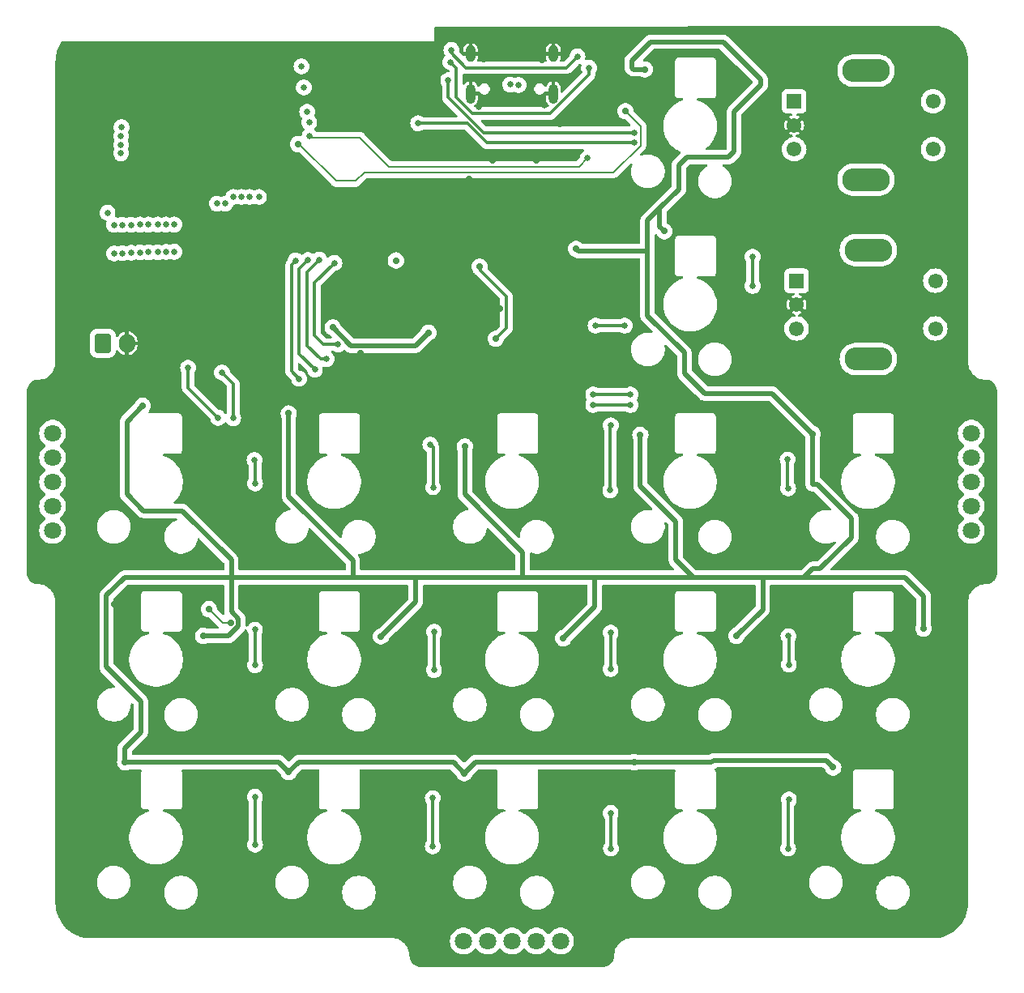
<source format=gbr>
%TF.GenerationSoftware,KiCad,Pcbnew,8.0.6*%
%TF.CreationDate,2025-02-04T14:09:59-07:00*%
%TF.ProjectId,Modular MacroPad,4d6f6475-6c61-4722-904d-6163726f5061,rev?*%
%TF.SameCoordinates,Original*%
%TF.FileFunction,Copper,L3,Inr*%
%TF.FilePolarity,Positive*%
%FSLAX46Y46*%
G04 Gerber Fmt 4.6, Leading zero omitted, Abs format (unit mm)*
G04 Created by KiCad (PCBNEW 8.0.6) date 2025-02-04 14:09:59*
%MOMM*%
%LPD*%
G01*
G04 APERTURE LIST*
G04 Aperture macros list*
%AMRoundRect*
0 Rectangle with rounded corners*
0 $1 Rounding radius*
0 $2 $3 $4 $5 $6 $7 $8 $9 X,Y pos of 4 corners*
0 Add a 4 corners polygon primitive as box body*
4,1,4,$2,$3,$4,$5,$6,$7,$8,$9,$2,$3,0*
0 Add four circle primitives for the rounded corners*
1,1,$1+$1,$2,$3*
1,1,$1+$1,$4,$5*
1,1,$1+$1,$6,$7*
1,1,$1+$1,$8,$9*
0 Add four rect primitives between the rounded corners*
20,1,$1+$1,$2,$3,$4,$5,0*
20,1,$1+$1,$4,$5,$6,$7,0*
20,1,$1+$1,$6,$7,$8,$9,0*
20,1,$1+$1,$8,$9,$2,$3,0*%
G04 Aperture macros list end*
%TA.AperFunction,ComponentPad*%
%ADD10C,1.800000*%
%TD*%
%TA.AperFunction,ComponentPad*%
%ADD11RoundRect,1.200000X-1.300000X0.000010X-1.300000X-0.000010X1.300000X-0.000010X1.300000X0.000010X0*%
%TD*%
%TA.AperFunction,ComponentPad*%
%ADD12R,1.550000X1.550000*%
%TD*%
%TA.AperFunction,ComponentPad*%
%ADD13C,1.550000*%
%TD*%
%TA.AperFunction,ComponentPad*%
%ADD14O,1.000000X1.800000*%
%TD*%
%TA.AperFunction,ComponentPad*%
%ADD15O,1.000000X2.100000*%
%TD*%
%TA.AperFunction,ComponentPad*%
%ADD16RoundRect,0.250000X-0.600000X-0.750000X0.600000X-0.750000X0.600000X0.750000X-0.600000X0.750000X0*%
%TD*%
%TA.AperFunction,ComponentPad*%
%ADD17O,1.700000X2.000000*%
%TD*%
%TA.AperFunction,ViaPad*%
%ADD18C,0.650000*%
%TD*%
%TA.AperFunction,ViaPad*%
%ADD19C,0.700000*%
%TD*%
%TA.AperFunction,Conductor*%
%ADD20C,0.300000*%
%TD*%
%TA.AperFunction,Conductor*%
%ADD21C,0.500000*%
%TD*%
%TA.AperFunction,Conductor*%
%ADD22C,0.200000*%
%TD*%
G04 APERTURE END LIST*
D10*
%TO.N,unconnected-(J2-Pin_1-Pad1)*%
%TO.C,J2*%
X196237608Y-89010589D03*
%TO.N,unconnected-(J2-Pin_2-Pad2)*%
X196237608Y-91550589D03*
%TO.N,unconnected-(J2-Pin_3-Pad3)*%
X196237608Y-94090589D03*
%TO.N,unconnected-(J2-Pin_4-Pad4)*%
X196237608Y-96630589D03*
%TO.N,unconnected-(J2-Pin_5-Pad5)*%
X196237608Y-99170589D03*
%TD*%
%TO.N,unconnected-(J3-Pin_1-Pad1)*%
%TO.C,J3*%
X100225608Y-89010589D03*
%TO.N,unconnected-(J3-Pin_2-Pad2)*%
X100225608Y-91550589D03*
%TO.N,unconnected-(J3-Pin_3-Pad3)*%
X100225608Y-94090589D03*
%TO.N,unconnected-(J3-Pin_4-Pad4)*%
X100225608Y-96630589D03*
%TO.N,unconnected-(J3-Pin_5-Pad5)*%
X100225608Y-99170589D03*
%TD*%
D11*
%TO.N,N/C*%
%TO.C,SW20*%
X185486390Y-69861208D03*
X185486390Y-81261208D03*
D12*
%TO.N,Rotary2A*%
X177986390Y-73061208D03*
D13*
%TO.N,Rotary2B*%
X177986390Y-78061208D03*
%TO.N,GND*%
X177986390Y-75561208D03*
%TO.N,Net-(D41-A)*%
X192486390Y-73061208D03*
%TO.N,Col4*%
X192486390Y-78061208D03*
%TD*%
D11*
%TO.N,N/C*%
%TO.C,SW21*%
X185236390Y-51111208D03*
X185236390Y-62511208D03*
D12*
%TO.N,Rotary1A*%
X177736390Y-54311208D03*
D13*
%TO.N,Rotary1B*%
X177736390Y-59311208D03*
%TO.N,GND*%
X177736390Y-56811208D03*
%TO.N,Net-(D40-A)*%
X192236390Y-54311208D03*
%TO.N,Col4*%
X192236390Y-59311208D03*
%TD*%
D10*
%TO.N,unconnected-(J4-Pin_1-Pad1)*%
%TO.C,J4*%
X143151608Y-142096589D03*
%TO.N,unconnected-(J4-Pin_2-Pad2)*%
X145691608Y-142096589D03*
%TO.N,unconnected-(J4-Pin_3-Pad3)*%
X148231608Y-142096589D03*
%TO.N,unconnected-(J4-Pin_4-Pad4)*%
X150771608Y-142096589D03*
%TO.N,unconnected-(J4-Pin_5-Pad5)*%
X153311608Y-142096589D03*
%TD*%
D14*
%TO.N,GND*%
%TO.C,J1*%
X143918390Y-49336208D03*
D15*
X143918390Y-53516208D03*
D14*
X152558390Y-49336208D03*
D15*
X152558390Y-53516208D03*
%TD*%
D16*
%TO.N,BAT+*%
%TO.C,J5*%
X105486390Y-79611208D03*
D17*
%TO.N,GND*%
X107986390Y-79611208D03*
%TD*%
D18*
%TO.N,GND*%
X150701380Y-69251216D03*
%TO.N,/RST*%
X112956980Y-70038616D03*
%TO.N,/TFTCS*%
X112067980Y-70064016D03*
%TO.N,/MOSI*%
X111204380Y-70089416D03*
%TO.N,/MISO*%
X110239180Y-70089416D03*
%TO.N,/SCK*%
X109350180Y-70114816D03*
%TO.N,/GPIO10*%
X108410380Y-70140216D03*
%TO.N,/TFTCS*%
X112054383Y-67193816D03*
%TO.N,/RST*%
X112931580Y-67193816D03*
%TO.N,/MOSI*%
X111204380Y-67193816D03*
%TO.N,/MISO*%
X110239180Y-67193816D03*
%TO.N,/GPIO10*%
X108410380Y-67219216D03*
%TO.N,/SCK*%
X109350180Y-67193816D03*
%TO.N,GND*%
X111636390Y-50761208D03*
D19*
X152086390Y-51761208D03*
D18*
X120336390Y-55861208D03*
D19*
X153554408Y-89943189D03*
D18*
X113286390Y-49911208D03*
X116586390Y-49911208D03*
X111586390Y-49961208D03*
D19*
X190904408Y-89893189D03*
X109936390Y-79461208D03*
D18*
X136536390Y-53661208D03*
X124436390Y-64111208D03*
X115836390Y-58711208D03*
X118286390Y-49911208D03*
D19*
X170704408Y-72493189D03*
X132436390Y-80661208D03*
D18*
X123386390Y-49861208D03*
X114436390Y-57461208D03*
D19*
X170704408Y-128543189D03*
D18*
X115686390Y-49911208D03*
D19*
X176286390Y-56761208D03*
X147586390Y-64761208D03*
X106654408Y-106843189D03*
X146948890Y-76011208D03*
D18*
X112486390Y-49911208D03*
X119186390Y-58761208D03*
D19*
X133836390Y-73061208D03*
X133786390Y-64761208D03*
X150786390Y-60461208D03*
D18*
X110436390Y-64111208D03*
D19*
X129586390Y-64761208D03*
D18*
X119986390Y-49911208D03*
X121686390Y-49911208D03*
X122536390Y-49861208D03*
D19*
X125554408Y-106843189D03*
D18*
X144736390Y-54911208D03*
D19*
X134804408Y-127143189D03*
X134804408Y-89943189D03*
D18*
X115836390Y-52811208D03*
D19*
X162604408Y-106793189D03*
X145286390Y-49861208D03*
D18*
X114886390Y-49911208D03*
D19*
X144248890Y-76711208D03*
D18*
X136536390Y-52061208D03*
X119086390Y-52811208D03*
D19*
X107986390Y-81411208D03*
D18*
X114036390Y-49911208D03*
D19*
X144486390Y-51961208D03*
X172204408Y-89943189D03*
D18*
X108186390Y-54111208D03*
D19*
X181354408Y-106793189D03*
X130636390Y-77161208D03*
D18*
X119136390Y-49911208D03*
X114436390Y-55861208D03*
X151586390Y-54761208D03*
D19*
X146196390Y-60486208D03*
X138286390Y-66861208D03*
D18*
X118036390Y-55811208D03*
D19*
X107986390Y-77911208D03*
X109886390Y-80511208D03*
D18*
X117486390Y-58761208D03*
X117436390Y-52711208D03*
D19*
X135136390Y-73061208D03*
D18*
X117436390Y-49911208D03*
D19*
X145236390Y-48911208D03*
D18*
X120836390Y-49911208D03*
D19*
X131486390Y-64611208D03*
X153236390Y-56711208D03*
X141886390Y-64811208D03*
X116504408Y-127143189D03*
D18*
X114486390Y-54261208D03*
D19*
X179386390Y-56761208D03*
D18*
X120386390Y-54211208D03*
X127173890Y-51811208D03*
D19*
X147636390Y-67411208D03*
D18*
X120436390Y-57461208D03*
D19*
X143736390Y-62461208D03*
X116354408Y-89993189D03*
X153454408Y-127143189D03*
X144104408Y-106793189D03*
X151336390Y-49961208D03*
X190754408Y-127093189D03*
X143486390Y-66911208D03*
D18*
X123436390Y-52411208D03*
D19*
X151336390Y-48961208D03*
D18*
X123436390Y-51611208D03*
D19*
X176486390Y-75511208D03*
X130636390Y-74911208D03*
X170654408Y-53993189D03*
X179586390Y-75511208D03*
%TO.N,BAT+*%
X139504408Y-78493189D03*
X129504408Y-77943189D03*
D18*
%TO.N,USB_N*%
X148036390Y-52561208D03*
X117388042Y-65008186D03*
%TO.N,USB_P*%
X118286390Y-65011208D03*
X148936390Y-52611208D03*
%TO.N,Col3*%
X158511390Y-94986208D03*
X158536390Y-113661208D03*
X158536390Y-128711208D03*
X158586390Y-132411208D03*
X158536390Y-109861208D03*
X158570590Y-88193189D03*
X156136390Y-60261208D03*
X127086390Y-57961208D03*
%TO.N,Col0*%
X107436390Y-57011208D03*
%TO.N,Col1*%
X121366790Y-109543189D03*
X121386390Y-94261208D03*
X105961180Y-65949216D03*
X121386390Y-113261208D03*
X121336390Y-91811208D03*
X119104408Y-87443189D03*
X121366790Y-126993189D03*
X117936390Y-82661208D03*
X121386390Y-132011208D03*
%TO.N,Col2*%
X125986390Y-83311208D03*
X125636390Y-70961208D03*
X139986390Y-94661208D03*
X139966790Y-132191608D03*
X140086390Y-109761208D03*
X140086390Y-113761208D03*
X139704408Y-90193189D03*
X139966790Y-127143189D03*
X119136390Y-64311208D03*
%TO.N,Col4*%
X177036390Y-91761208D03*
X177086390Y-132411208D03*
X160636390Y-86061208D03*
X126936390Y-70911208D03*
X156736390Y-86061208D03*
X177166790Y-113191608D03*
X177086390Y-94761208D03*
X119986390Y-64311208D03*
X177136390Y-110211208D03*
X177166790Y-127293189D03*
X127636390Y-82361208D03*
%TO.N,Rotary1B*%
X161010764Y-57586834D03*
X141586390Y-52111208D03*
X126836390Y-55411208D03*
%TO.N,Rotary1A*%
X126236390Y-50661208D03*
X155086390Y-49611208D03*
X141911390Y-48936208D03*
%TO.N,Rotary2B*%
X128886390Y-81261208D03*
X128086390Y-70861208D03*
X120836390Y-64311208D03*
X160636390Y-84961208D03*
X156736390Y-84961208D03*
%TO.N,Rotary2A*%
X129686390Y-71211208D03*
X156986390Y-77761208D03*
X121786390Y-64311208D03*
X160036390Y-77761208D03*
X130061390Y-79736208D03*
%TO.N,Row0*%
X156286390Y-50811208D03*
X141786390Y-50211208D03*
X126486390Y-52861208D03*
%TO.N,Row1*%
X173386390Y-73611208D03*
X161036390Y-58661208D03*
X138436390Y-56611208D03*
X127036390Y-56511208D03*
X173386390Y-70561208D03*
%TO.N,Row2*%
X107386390Y-59761208D03*
X117536390Y-87393189D03*
X114386390Y-82161208D03*
%TO.N,Row3*%
X107386390Y-58861208D03*
%TO.N,Row4*%
X107386390Y-57961208D03*
D19*
%TO.N,GPIO16*%
X136104408Y-70943189D03*
%TO.N,LED_GPIO*%
X160104408Y-55343189D03*
X125904408Y-58793189D03*
%TO.N,Net-(D15-DOUT)*%
X116554408Y-107393189D03*
X118854408Y-108843189D03*
%TO.N,Net-(U7-FB)*%
X146554408Y-79143189D03*
X144854408Y-71593189D03*
D18*
%TO.N,/GPIO9*%
X107506122Y-70180874D03*
X107506122Y-67229358D03*
%TO.N,/GPIO8*%
X106632380Y-70216416D03*
X106632380Y-67219216D03*
D19*
%TO.N,VBUS*%
X124904408Y-86943189D03*
X107804408Y-123393189D03*
X115954408Y-110193189D03*
X134554408Y-110243189D03*
X191254408Y-109443189D03*
X171704408Y-110193189D03*
X164154408Y-67893189D03*
X154954408Y-69743189D03*
X161654408Y-89193189D03*
X153604408Y-110443189D03*
X162129408Y-50968189D03*
X179654408Y-89093189D03*
X143304408Y-90393189D03*
X124904408Y-124443189D03*
X143254408Y-124543189D03*
X181804408Y-123943189D03*
X109654408Y-86143189D03*
X161004408Y-123393189D03*
%TD*%
D20*
%TO.N,Col4*%
X126004408Y-71843190D02*
X126936390Y-70911208D01*
D21*
%TO.N,BAT+*%
X131422427Y-79861208D02*
X129504408Y-77943189D01*
X139504408Y-78493189D02*
X138136389Y-79861208D01*
X138136389Y-79861208D02*
X131422427Y-79861208D01*
D22*
%TO.N,Col3*%
X155261390Y-61136208D02*
X156136390Y-60261208D01*
X132336390Y-58111208D02*
X135361390Y-61136208D01*
D20*
X158511390Y-94986208D02*
X158511390Y-88252389D01*
D22*
X127236390Y-58111208D02*
X132336390Y-58111208D01*
D20*
X158570590Y-88193189D02*
X158486390Y-88277389D01*
D22*
X135361390Y-61136208D02*
X155261390Y-61136208D01*
D20*
X158586390Y-128761208D02*
X158536390Y-128711208D01*
X158586390Y-132411208D02*
X158586390Y-128761208D01*
X158511390Y-88252389D02*
X158570590Y-88193189D01*
X158536390Y-113661208D02*
X158536390Y-109861208D01*
X158536390Y-109861208D02*
X158536390Y-109761208D01*
D22*
X127086390Y-57961208D02*
X127236390Y-58111208D01*
D20*
%TO.N,Col1*%
X121386390Y-132011208D02*
X121386390Y-127012789D01*
X121386390Y-94261208D02*
X121386390Y-91861208D01*
X119104408Y-87443189D02*
X119104408Y-83829226D01*
X121366790Y-126993189D02*
X121386390Y-127012789D01*
X121366790Y-109543189D02*
X121386390Y-109562789D01*
X121386390Y-91861208D02*
X121336390Y-91811208D01*
X121386390Y-109562789D02*
X121386390Y-113261208D01*
X119104408Y-83829226D02*
X117936390Y-82661208D01*
%TO.N,Col2*%
X140086390Y-113761208D02*
X140086390Y-109761208D01*
X125204408Y-71393190D02*
X125636390Y-70961208D01*
X139986390Y-90475171D02*
X139704408Y-90193189D01*
X125986390Y-83311208D02*
X125204408Y-82529226D01*
X139986390Y-94661208D02*
X139986390Y-90475171D01*
X139966790Y-132191608D02*
X139966790Y-127143189D01*
X125204408Y-82529226D02*
X125204408Y-71393190D01*
%TO.N,Col4*%
X126004408Y-80729226D02*
X126004408Y-71843190D01*
X177166790Y-110241608D02*
X177136390Y-110211208D01*
X126936390Y-70911208D02*
X126986390Y-70911208D01*
X177036390Y-91761208D02*
X177036390Y-94711208D01*
X160636390Y-86061208D02*
X156736390Y-86061208D01*
X177166790Y-127293189D02*
X177086390Y-127373589D01*
X177036390Y-94711208D02*
X177086390Y-94761208D01*
X177086390Y-94761208D02*
X177136390Y-94811208D01*
X177086390Y-127373589D02*
X177086390Y-132411208D01*
X177166790Y-113191608D02*
X177166790Y-110241608D01*
X127636390Y-82361208D02*
X126004408Y-80729226D01*
%TO.N,Rotary1B*%
X141586390Y-53911208D02*
X141586390Y-52111208D01*
X145262016Y-57586834D02*
X141586390Y-53911208D01*
X161010764Y-57586834D02*
X145262016Y-57586834D01*
%TO.N,Rotary1A*%
X143456408Y-50808989D02*
X141911390Y-49263971D01*
X141911390Y-48936208D02*
X141886390Y-48911208D01*
X153888609Y-50808989D02*
X143456408Y-50808989D01*
X141911390Y-49263971D02*
X141911390Y-48936208D01*
X155086390Y-49611208D02*
X153888609Y-50808989D01*
%TO.N,Rotary2B*%
X128086390Y-70918314D02*
X128086390Y-70861208D01*
X126854408Y-79843189D02*
X126854408Y-72150296D01*
X160636390Y-84961208D02*
X156736390Y-84961208D01*
X128886390Y-81261208D02*
X128272427Y-81261208D01*
X126854408Y-72150296D02*
X128086390Y-70918314D01*
X128272427Y-81261208D02*
X126854408Y-79843189D01*
%TO.N,Rotary2A*%
X127604408Y-73293190D02*
X129686390Y-71211208D01*
X156886390Y-77761208D02*
X156836390Y-77711208D01*
X130061390Y-79736208D02*
X128547427Y-79736208D01*
X160036390Y-77761208D02*
X156986390Y-77761208D01*
X129686390Y-71211208D02*
X129686390Y-71161208D01*
X127604408Y-78793189D02*
X127604408Y-73293190D01*
X128547427Y-79736208D02*
X127604408Y-78793189D01*
X156986390Y-77761208D02*
X156886390Y-77761208D01*
%TO.N,Row0*%
X156286390Y-51540290D02*
X152240472Y-55586208D01*
X156286390Y-50811208D02*
X156286390Y-51540290D01*
X142436390Y-50861208D02*
X141786390Y-50211208D01*
X144111390Y-55586208D02*
X142436390Y-53911208D01*
X152240472Y-55586208D02*
X144111390Y-55586208D01*
X142436390Y-53911208D02*
X142436390Y-50861208D01*
%TO.N,Row1*%
X173386390Y-73611208D02*
X173386390Y-70561208D01*
X145629284Y-58661208D02*
X143579284Y-56611208D01*
X143579284Y-56611208D02*
X138436390Y-56611208D01*
X161036390Y-58661208D02*
X145629284Y-58661208D01*
%TO.N,Row2*%
X117536390Y-87393189D02*
X114386390Y-84243189D01*
X114386390Y-84243189D02*
X114386390Y-82161208D01*
D22*
%TO.N,LED_GPIO*%
X160104408Y-55343189D02*
X161661390Y-56900171D01*
X129854408Y-62643189D02*
X126004408Y-58793189D01*
X161661390Y-58920092D02*
X158838293Y-61743189D01*
X132804408Y-61743189D02*
X131904408Y-62643189D01*
X158838293Y-61743189D02*
X132804408Y-61743189D01*
X161661390Y-56900171D02*
X161661390Y-58920092D01*
X131904408Y-62643189D02*
X129854408Y-62643189D01*
X126004408Y-58793189D02*
X125904408Y-58793189D01*
%TO.N,Net-(D15-DOUT)*%
X118004408Y-108843189D02*
X116554408Y-107393189D01*
X118854408Y-108843189D02*
X118004408Y-108843189D01*
D20*
%TO.N,Net-(U7-FB)*%
X144954408Y-71693189D02*
X144954408Y-71993189D01*
X144854408Y-71593189D02*
X144954408Y-71693189D01*
X144954408Y-71993189D02*
X147648890Y-74687671D01*
X147648890Y-78048707D02*
X146554408Y-79143189D01*
X147648890Y-74687671D02*
X147648890Y-78048707D01*
D21*
%TO.N,VBUS*%
X171454408Y-55393189D02*
X174254408Y-52593189D01*
X170304408Y-48093189D02*
X162704408Y-48093189D01*
X168354408Y-84843189D02*
X166254408Y-82743189D01*
X162404408Y-76743189D02*
X162404408Y-69993189D01*
X174254408Y-52593189D02*
X174254408Y-52043189D01*
X174454408Y-107443189D02*
X171704408Y-110193189D01*
X180134008Y-94344589D02*
X179676808Y-94344589D01*
X107804408Y-123393189D02*
X123854408Y-123393189D01*
X174454408Y-104093189D02*
X174454408Y-107443189D01*
X125954408Y-123393189D02*
X142104408Y-123393189D01*
X109454408Y-117043189D02*
X109454408Y-120243189D01*
X161004408Y-123393189D02*
X169104408Y-123393189D01*
X118635779Y-110193189D02*
X119654408Y-109174560D01*
X166254408Y-82743189D02*
X166254408Y-80593189D01*
X181054408Y-123193189D02*
X181804408Y-123943189D01*
X105854408Y-113443189D02*
X109454408Y-117043189D01*
X189304408Y-104093189D02*
X178762408Y-104093189D01*
X142104408Y-123393189D02*
X143254408Y-124543189D01*
X143304408Y-95403657D02*
X143304408Y-90393189D01*
X169104408Y-123393189D02*
X169304408Y-123193189D01*
X180443808Y-103178789D02*
X183690008Y-99932589D01*
X161654408Y-94543189D02*
X161654408Y-89193189D01*
X179676808Y-89115589D02*
X179654408Y-89093189D01*
X115954408Y-110193189D02*
X118635779Y-110193189D01*
X179676808Y-94344589D02*
X179676808Y-89115589D01*
X118904408Y-102253657D02*
X113794359Y-97143608D01*
X167204408Y-104093189D02*
X165354408Y-102243189D01*
X162404408Y-69993189D02*
X155204408Y-69993189D01*
X149354408Y-101453657D02*
X143304408Y-95403657D01*
X170854408Y-60143189D02*
X171454408Y-59543189D01*
X113794359Y-97143608D02*
X109754827Y-97143608D01*
X143254408Y-124543189D02*
X144404408Y-123393189D01*
X162404408Y-69993189D02*
X162404408Y-66793189D01*
X160754408Y-50043189D02*
X160754408Y-50793189D01*
X162129408Y-50968189D02*
X160929408Y-50968189D01*
X178762408Y-104093189D02*
X174454408Y-104093189D01*
X163204408Y-96093189D02*
X161654408Y-94543189D01*
X107754408Y-121943189D02*
X107754408Y-123343189D01*
X165704408Y-63493189D02*
X165654408Y-63443189D01*
X164154408Y-67893189D02*
X163679408Y-67418189D01*
X131604408Y-104093189D02*
X118904408Y-104093189D01*
X149354408Y-104093189D02*
X138154408Y-104093189D01*
X156904408Y-107143189D02*
X153604408Y-110443189D01*
X183690008Y-97900589D02*
X180134008Y-94344589D01*
X167204408Y-104093189D02*
X156904408Y-104093189D01*
X119654408Y-109174560D02*
X119654408Y-108411818D01*
X118904408Y-107661818D02*
X118904408Y-104093189D01*
X149354408Y-104093189D02*
X149354408Y-101453657D01*
X124904408Y-95603657D02*
X124904408Y-86943189D01*
X165354408Y-98243189D02*
X163204408Y-96093189D01*
X118904408Y-104093189D02*
X107754408Y-104093189D01*
X107754408Y-104093189D02*
X105854408Y-105993189D01*
X169304408Y-123193189D02*
X181054408Y-123193189D01*
X156904408Y-104093189D02*
X149354408Y-104093189D01*
X166504408Y-60143189D02*
X170854408Y-60143189D01*
X171454408Y-59543189D02*
X171454408Y-55393189D01*
X165654408Y-63443189D02*
X165654408Y-60993189D01*
X118904408Y-104093189D02*
X118904408Y-102253657D01*
X119654408Y-108411818D02*
X118904408Y-107661818D01*
X131604408Y-104093189D02*
X131604408Y-102303657D01*
X179654408Y-89093189D02*
X175404408Y-84843189D01*
X107754408Y-123343189D02*
X107804408Y-123393189D01*
X165654408Y-60993189D02*
X166504408Y-60143189D01*
X144404408Y-123393189D02*
X161004408Y-123393189D01*
X107981790Y-87815807D02*
X109654408Y-86143189D01*
X166254408Y-80593189D02*
X162404408Y-76743189D01*
X183690008Y-99932589D02*
X183690008Y-97900589D01*
X109454408Y-120243189D02*
X107754408Y-121943189D01*
X156904408Y-104093189D02*
X156904408Y-107143189D01*
X138154408Y-104093189D02*
X131604408Y-104093189D01*
X174254408Y-52043189D02*
X170304408Y-48093189D01*
X105854408Y-105993189D02*
X105854408Y-113443189D01*
X162404408Y-66793189D02*
X163679408Y-65518189D01*
X138154408Y-106643189D02*
X134554408Y-110243189D01*
X163679408Y-65518189D02*
X165704408Y-63493189D01*
X162704408Y-48093189D02*
X160754408Y-50043189D01*
X179676808Y-103178789D02*
X180443808Y-103178789D01*
X138154408Y-104093189D02*
X138154408Y-106643189D01*
X160929408Y-50968189D02*
X160754408Y-50793189D01*
X191254408Y-109443189D02*
X191254408Y-106043189D01*
X123854408Y-123393189D02*
X124904408Y-124443189D01*
X163679408Y-67418189D02*
X163679408Y-65518189D01*
X165354408Y-102243189D02*
X165354408Y-98743189D01*
X178762408Y-104093189D02*
X179676808Y-103178789D01*
X175404408Y-84843189D02*
X168354408Y-84843189D01*
X155204408Y-69993189D02*
X154954408Y-69743189D01*
X165354408Y-98743189D02*
X165354408Y-98243189D01*
X174454408Y-104093189D02*
X167204408Y-104093189D01*
X191254408Y-106043189D02*
X189304408Y-104093189D01*
X131604408Y-102303657D02*
X124904408Y-95603657D01*
X107981790Y-95370571D02*
X107981790Y-87815807D01*
X124904408Y-124443189D02*
X125954408Y-123393189D01*
X109754827Y-97143608D02*
X107981790Y-95370571D01*
%TD*%
%TA.AperFunction,Conductor*%
%TO.N,GND*%
G36*
X155474691Y-50434020D02*
G01*
X155505521Y-50496720D01*
X155501270Y-50556184D01*
X155480419Y-50620359D01*
X155474482Y-50638632D01*
X155456343Y-50811208D01*
X155474482Y-50983784D01*
X155474483Y-50983787D01*
X155528102Y-51148816D01*
X155564646Y-51212111D01*
X155581119Y-51280011D01*
X155558266Y-51346038D01*
X155544940Y-51361792D01*
X153520071Y-53386662D01*
X153458748Y-53420147D01*
X153389056Y-53415163D01*
X153333123Y-53373291D01*
X153308706Y-53307827D01*
X153308390Y-53298981D01*
X153308390Y-52892336D01*
X153308389Y-52892334D01*
X153279569Y-52747448D01*
X153279567Y-52747440D01*
X153223032Y-52610953D01*
X153223027Y-52610943D01*
X153140953Y-52488111D01*
X153140950Y-52488107D01*
X153036490Y-52383647D01*
X153036486Y-52383644D01*
X152913654Y-52301570D01*
X152913644Y-52301565D01*
X152777157Y-52245030D01*
X152777149Y-52245028D01*
X152758390Y-52241296D01*
X152758390Y-52741943D01*
X152742595Y-52726148D01*
X152674186Y-52686652D01*
X152597886Y-52666208D01*
X152518894Y-52666208D01*
X152442594Y-52686652D01*
X152374185Y-52726148D01*
X152358390Y-52741943D01*
X152358390Y-52241297D01*
X152358389Y-52241296D01*
X152339630Y-52245028D01*
X152339622Y-52245030D01*
X152203135Y-52301565D01*
X152203125Y-52301570D01*
X152080293Y-52383644D01*
X152080289Y-52383647D01*
X151975829Y-52488107D01*
X151975826Y-52488111D01*
X151893752Y-52610943D01*
X151893747Y-52610953D01*
X151854936Y-52704651D01*
X151811094Y-52759055D01*
X151744800Y-52781119D01*
X151677101Y-52763839D01*
X151632988Y-52719199D01*
X151596906Y-52656703D01*
X151487895Y-52547692D01*
X151354384Y-52470609D01*
X151205473Y-52430708D01*
X151051307Y-52430708D01*
X150902396Y-52470609D01*
X150902394Y-52470609D01*
X150902394Y-52470610D01*
X150768885Y-52547692D01*
X150768882Y-52547694D01*
X150659876Y-52656700D01*
X150659874Y-52656703D01*
X150582791Y-52790214D01*
X150542890Y-52939125D01*
X150542890Y-53093291D01*
X150582791Y-53242202D01*
X150659874Y-53375713D01*
X150768885Y-53484724D01*
X150902396Y-53561807D01*
X151051307Y-53601708D01*
X151051310Y-53601708D01*
X151205470Y-53601708D01*
X151205473Y-53601708D01*
X151354384Y-53561807D01*
X151487895Y-53484724D01*
X151596906Y-53375713D01*
X151615295Y-53343861D01*
X151665862Y-53295647D01*
X151734469Y-53282423D01*
X151799333Y-53308391D01*
X151808140Y-53316208D01*
X152258390Y-53316208D01*
X152258390Y-53716208D01*
X151808390Y-53716208D01*
X151808390Y-54140081D01*
X151837210Y-54284967D01*
X151837212Y-54284975D01*
X151893747Y-54421462D01*
X151893752Y-54421472D01*
X151975826Y-54544304D01*
X151975829Y-54544308D01*
X152081446Y-54649925D01*
X152114931Y-54711248D01*
X152109947Y-54780940D01*
X152081447Y-54825286D01*
X152007343Y-54899390D01*
X151946023Y-54932874D01*
X151919664Y-54935708D01*
X144432198Y-54935708D01*
X144365159Y-54916023D01*
X144344517Y-54899389D01*
X144321938Y-54876810D01*
X144288453Y-54815487D01*
X144293437Y-54745795D01*
X144335309Y-54689862D01*
X144340730Y-54686026D01*
X144396485Y-54648772D01*
X144396490Y-54648768D01*
X144500950Y-54544308D01*
X144500953Y-54544304D01*
X144583027Y-54421472D01*
X144583032Y-54421462D01*
X144639567Y-54284975D01*
X144639569Y-54284967D01*
X144668389Y-54140081D01*
X144668390Y-54140079D01*
X144668390Y-53716208D01*
X144218390Y-53716208D01*
X144218390Y-53316208D01*
X144670029Y-53316208D01*
X144727737Y-53284696D01*
X144797429Y-53289680D01*
X144853363Y-53331550D01*
X144861483Y-53343860D01*
X144865392Y-53350630D01*
X144879874Y-53375713D01*
X144988885Y-53484724D01*
X145122396Y-53561807D01*
X145271307Y-53601708D01*
X145271310Y-53601708D01*
X145425470Y-53601708D01*
X145425473Y-53601708D01*
X145574384Y-53561807D01*
X145707895Y-53484724D01*
X145816906Y-53375713D01*
X145893989Y-53242202D01*
X145933890Y-53093291D01*
X145933890Y-52939125D01*
X145893989Y-52790214D01*
X145816906Y-52656703D01*
X145721411Y-52561208D01*
X147206343Y-52561208D01*
X147224482Y-52733784D01*
X147224483Y-52733787D01*
X147278102Y-52898816D01*
X147324419Y-52979038D01*
X147360837Y-53042116D01*
X147364867Y-53049095D01*
X147364866Y-53049095D01*
X147404658Y-53093288D01*
X147480980Y-53178053D01*
X147620799Y-53279638D01*
X147621366Y-53280050D01*
X147779885Y-53350628D01*
X147779891Y-53350630D01*
X147949626Y-53386708D01*
X147949627Y-53386708D01*
X148123152Y-53386708D01*
X148123154Y-53386708D01*
X148292889Y-53350630D01*
X148386715Y-53308855D01*
X148455962Y-53299570D01*
X148510035Y-53321817D01*
X148521366Y-53330050D01*
X148593087Y-53361982D01*
X148679885Y-53400628D01*
X148679891Y-53400630D01*
X148849626Y-53436708D01*
X148849627Y-53436708D01*
X149023152Y-53436708D01*
X149023154Y-53436708D01*
X149192889Y-53400630D01*
X149192891Y-53400628D01*
X149192894Y-53400628D01*
X149254293Y-53373291D01*
X149351414Y-53330050D01*
X149491800Y-53228053D01*
X149607912Y-53099097D01*
X149694676Y-52948819D01*
X149748298Y-52783784D01*
X149766437Y-52611208D01*
X149748298Y-52438632D01*
X149694676Y-52273597D01*
X149607912Y-52123319D01*
X149506487Y-52010674D01*
X149491801Y-51994364D01*
X149457262Y-51969270D01*
X149358676Y-51897642D01*
X149351413Y-51892365D01*
X149192894Y-51821787D01*
X149192888Y-51821785D01*
X149059231Y-51793376D01*
X149023154Y-51785708D01*
X148849626Y-51785708D01*
X148819873Y-51792032D01*
X148679891Y-51821785D01*
X148586065Y-51863560D01*
X148516815Y-51872844D01*
X148462746Y-51850599D01*
X148451414Y-51842366D01*
X148405191Y-51821786D01*
X148292894Y-51771787D01*
X148292888Y-51771785D01*
X148159231Y-51743376D01*
X148123154Y-51735708D01*
X147949626Y-51735708D01*
X147919873Y-51742032D01*
X147779891Y-51771785D01*
X147779886Y-51771787D01*
X147621367Y-51842365D01*
X147621362Y-51842368D01*
X147480981Y-51944361D01*
X147480979Y-51944363D01*
X147364867Y-52073320D01*
X147278102Y-52223599D01*
X147224483Y-52388628D01*
X147224482Y-52388632D01*
X147206343Y-52561208D01*
X145721411Y-52561208D01*
X145707895Y-52547692D01*
X145574384Y-52470609D01*
X145425473Y-52430708D01*
X145271307Y-52430708D01*
X145122396Y-52470609D01*
X145122394Y-52470609D01*
X145122394Y-52470610D01*
X144988885Y-52547692D01*
X144988882Y-52547694D01*
X144879876Y-52656700D01*
X144879872Y-52656706D01*
X144843790Y-52719200D01*
X144793222Y-52767415D01*
X144724615Y-52780636D01*
X144659751Y-52754667D01*
X144621843Y-52704650D01*
X144583034Y-52610956D01*
X144583027Y-52610943D01*
X144500953Y-52488111D01*
X144500950Y-52488107D01*
X144396490Y-52383647D01*
X144396486Y-52383644D01*
X144273654Y-52301570D01*
X144273644Y-52301565D01*
X144137157Y-52245030D01*
X144137149Y-52245028D01*
X144118390Y-52241296D01*
X144118390Y-52741943D01*
X144102595Y-52726148D01*
X144034186Y-52686652D01*
X143957886Y-52666208D01*
X143878894Y-52666208D01*
X143802594Y-52686652D01*
X143734185Y-52726148D01*
X143718390Y-52741943D01*
X143718390Y-52241297D01*
X143718389Y-52241296D01*
X143699630Y-52245028D01*
X143699622Y-52245030D01*
X143563135Y-52301565D01*
X143563125Y-52301570D01*
X143440293Y-52383644D01*
X143440289Y-52383647D01*
X143335829Y-52488107D01*
X143335824Y-52488113D01*
X143313991Y-52520789D01*
X143260379Y-52565593D01*
X143191054Y-52574300D01*
X143128027Y-52544145D01*
X143091308Y-52484701D01*
X143086890Y-52451897D01*
X143086890Y-51545604D01*
X143106575Y-51478565D01*
X143159379Y-51432810D01*
X143228537Y-51422866D01*
X143258338Y-51431041D01*
X143266664Y-51434490D01*
X143266668Y-51434490D01*
X143266669Y-51434491D01*
X143392336Y-51459489D01*
X143392339Y-51459489D01*
X153952680Y-51459489D01*
X154037224Y-51442671D01*
X154078353Y-51434490D01*
X154196736Y-51385454D01*
X154207735Y-51378105D01*
X154303278Y-51314266D01*
X155156937Y-50460604D01*
X155218258Y-50427121D01*
X155218433Y-50427083D01*
X155342889Y-50400630D01*
X155342897Y-50400626D01*
X155345016Y-50399938D01*
X155346315Y-50399900D01*
X155349246Y-50399278D01*
X155349359Y-50399813D01*
X155414858Y-50397941D01*
X155474691Y-50434020D01*
G37*
%TD.AperFunction*%
%TA.AperFunction,Conductor*%
G36*
X192624716Y-46424902D02*
G01*
X192934609Y-46470870D01*
X192944117Y-46472281D01*
X192956051Y-46474655D01*
X193046132Y-46497219D01*
X193296420Y-46559913D01*
X193308040Y-46563438D01*
X193580527Y-46660936D01*
X193638403Y-46681645D01*
X193649644Y-46686301D01*
X193875264Y-46793010D01*
X193966840Y-46836322D01*
X193977557Y-46842050D01*
X194278509Y-47022434D01*
X194288627Y-47029194D01*
X194570456Y-47238213D01*
X194579862Y-47245933D01*
X194839841Y-47481565D01*
X194848432Y-47490156D01*
X195049919Y-47712462D01*
X195084064Y-47750135D01*
X195091784Y-47759541D01*
X195300803Y-48041370D01*
X195307563Y-48051488D01*
X195487940Y-48352428D01*
X195493677Y-48363160D01*
X195643698Y-48680351D01*
X195648352Y-48691589D01*
X195756687Y-48994363D01*
X195766555Y-49021941D01*
X195770088Y-49033587D01*
X195855343Y-49373945D01*
X195857717Y-49385879D01*
X195909201Y-49732946D01*
X195910394Y-49745056D01*
X195927759Y-50098495D01*
X195927908Y-50104580D01*
X195927908Y-81647916D01*
X195927910Y-81647953D01*
X195927910Y-81719597D01*
X195958716Y-81953604D01*
X195989719Y-82069309D01*
X196019802Y-82181581D01*
X196019803Y-82181583D01*
X196019807Y-82181596D01*
X196110117Y-82399626D01*
X196110120Y-82399631D01*
X196110123Y-82399638D01*
X196128007Y-82430615D01*
X196228133Y-82604041D01*
X196371812Y-82791287D01*
X196371818Y-82791294D01*
X196538706Y-82958182D01*
X196538712Y-82958187D01*
X196725956Y-83101864D01*
X196930354Y-83219873D01*
X196930364Y-83219878D01*
X197148404Y-83310193D01*
X197148414Y-83310197D01*
X197318581Y-83355792D01*
X197376390Y-83371282D01*
X197376392Y-83371282D01*
X197376395Y-83371283D01*
X197545323Y-83393522D01*
X197610397Y-83402089D01*
X197610398Y-83402089D01*
X197680812Y-83402089D01*
X197723529Y-83402089D01*
X197733258Y-83402471D01*
X197776517Y-83405875D01*
X197906326Y-83416092D01*
X197925535Y-83419135D01*
X198089590Y-83458521D01*
X198108082Y-83464529D01*
X198263961Y-83529098D01*
X198281282Y-83537924D01*
X198425137Y-83626079D01*
X198440873Y-83637512D01*
X198569161Y-83747080D01*
X198582921Y-83760839D01*
X198692486Y-83889124D01*
X198703922Y-83904864D01*
X198792074Y-84048715D01*
X198800902Y-84066041D01*
X198803787Y-84073004D01*
X198865465Y-84221908D01*
X198871478Y-84240413D01*
X198910863Y-84404459D01*
X198913907Y-84423677D01*
X198927526Y-84596699D01*
X198927908Y-84606429D01*
X198927908Y-103546385D01*
X198927907Y-103546403D01*
X198927907Y-103596717D01*
X198927525Y-103606444D01*
X198913907Y-103779507D01*
X198910863Y-103798727D01*
X198871480Y-103962772D01*
X198865467Y-103981277D01*
X198800908Y-104137139D01*
X198792075Y-104154476D01*
X198703926Y-104298324D01*
X198692489Y-104314066D01*
X198582923Y-104442354D01*
X198569164Y-104456113D01*
X198440880Y-104565678D01*
X198425139Y-104577115D01*
X198281293Y-104665266D01*
X198263955Y-104674100D01*
X198108089Y-104738663D01*
X198089584Y-104744676D01*
X197925540Y-104784060D01*
X197906322Y-104787104D01*
X197733500Y-104800707D01*
X197723770Y-104801089D01*
X197671099Y-104801089D01*
X197670859Y-104801108D01*
X197610398Y-104801108D01*
X197376395Y-104831913D01*
X197196903Y-104880008D01*
X197148419Y-104892999D01*
X197148417Y-104892999D01*
X197148416Y-104893000D01*
X197148403Y-104893004D01*
X196930372Y-104983314D01*
X196930361Y-104983320D01*
X196725967Y-105101325D01*
X196725963Y-105101328D01*
X196538717Y-105245004D01*
X196371818Y-105411901D01*
X196371818Y-105411902D01*
X196228147Y-105599134D01*
X196228140Y-105599145D01*
X196110128Y-105803544D01*
X196110127Y-105803547D01*
X196110125Y-105803549D01*
X196019806Y-106021597D01*
X195958716Y-106249580D01*
X195927908Y-106483577D01*
X195927908Y-106601587D01*
X195927907Y-106659170D01*
X195927908Y-106659183D01*
X195927908Y-138098539D01*
X195927759Y-138104623D01*
X195910393Y-138458123D01*
X195909200Y-138470233D01*
X195857718Y-138817302D01*
X195855344Y-138829237D01*
X195770092Y-139169587D01*
X195766559Y-139181232D01*
X195648352Y-139511599D01*
X195643696Y-139522841D01*
X195493684Y-139840018D01*
X195487948Y-139850750D01*
X195307567Y-140151701D01*
X195300806Y-140161820D01*
X195091789Y-140443647D01*
X195084069Y-140453053D01*
X194848444Y-140713027D01*
X194839840Y-140721632D01*
X194579868Y-140957258D01*
X194570461Y-140964978D01*
X194288632Y-141173997D01*
X194278514Y-141180757D01*
X193977573Y-141361136D01*
X193966841Y-141366873D01*
X193649650Y-141516894D01*
X193638408Y-141521550D01*
X193308059Y-141639752D01*
X193296413Y-141643285D01*
X192956054Y-141728540D01*
X192944120Y-141730914D01*
X192597052Y-141782398D01*
X192584942Y-141783591D01*
X192231828Y-141800940D01*
X192225743Y-141801089D01*
X160680876Y-141801089D01*
X160680585Y-141801108D01*
X160610399Y-141801108D01*
X160376394Y-141831913D01*
X160148420Y-141892998D01*
X160148404Y-141893003D01*
X159930374Y-141983313D01*
X159930363Y-141983319D01*
X159725966Y-142101325D01*
X159725955Y-142101332D01*
X159538718Y-142245003D01*
X159371816Y-142411903D01*
X159371815Y-142411904D01*
X159228142Y-142599140D01*
X159110131Y-142803538D01*
X159019805Y-143021599D01*
X158958718Y-143249575D01*
X158958717Y-143249581D01*
X158927908Y-143483576D01*
X158927908Y-143547866D01*
X158927907Y-143547888D01*
X158927907Y-143596718D01*
X158927525Y-143606446D01*
X158913906Y-143779509D01*
X158910862Y-143798728D01*
X158871479Y-143962773D01*
X158865467Y-143981278D01*
X158800909Y-144137139D01*
X158792075Y-144154476D01*
X158703926Y-144298325D01*
X158692489Y-144314067D01*
X158582922Y-144442354D01*
X158569164Y-144456113D01*
X158440892Y-144565670D01*
X158440879Y-144565681D01*
X158425136Y-144577118D01*
X158281295Y-144665264D01*
X158263959Y-144674098D01*
X158108089Y-144738663D01*
X158089583Y-144744676D01*
X157925539Y-144784060D01*
X157906321Y-144787104D01*
X157733500Y-144800707D01*
X157723770Y-144801089D01*
X138786002Y-144801089D01*
X138785990Y-144801088D01*
X138733279Y-144801088D01*
X138723551Y-144800706D01*
X138550492Y-144787087D01*
X138531273Y-144784043D01*
X138367227Y-144744660D01*
X138348722Y-144738647D01*
X138192863Y-144674089D01*
X138175531Y-144665258D01*
X138054032Y-144590803D01*
X138031680Y-144577106D01*
X138015940Y-144565670D01*
X137887654Y-144456104D01*
X137873895Y-144442345D01*
X137837423Y-144399642D01*
X137764328Y-144314058D01*
X137752894Y-144298321D01*
X137664743Y-144154469D01*
X137655910Y-144137133D01*
X137616743Y-144042577D01*
X137591349Y-143981270D01*
X137585337Y-143962765D01*
X137545955Y-143798719D01*
X137542913Y-143779515D01*
X137529291Y-143606420D01*
X137528910Y-143596739D01*
X137528910Y-143483576D01*
X137498101Y-143249574D01*
X137437013Y-143021595D01*
X137346691Y-142803540D01*
X137228679Y-142599139D01*
X137084998Y-142411891D01*
X137038507Y-142365400D01*
X136918110Y-142245003D01*
X136918103Y-142244997D01*
X136730865Y-142101324D01*
X136730863Y-142101322D01*
X136730857Y-142101318D01*
X136730852Y-142101315D01*
X136730849Y-142101313D01*
X136722655Y-142096582D01*
X141746308Y-142096582D01*
X141746308Y-142096595D01*
X141765472Y-142327886D01*
X141765474Y-142327897D01*
X141822450Y-142552889D01*
X141915683Y-142765437D01*
X142042624Y-142959736D01*
X142042627Y-142959740D01*
X142042629Y-142959742D01*
X142199824Y-143130502D01*
X142199827Y-143130504D01*
X142199830Y-143130507D01*
X142382973Y-143273053D01*
X142382979Y-143273057D01*
X142382982Y-143273059D01*
X142587105Y-143383525D01*
X142675724Y-143413948D01*
X142806623Y-143458886D01*
X142806625Y-143458886D01*
X142806627Y-143458887D01*
X143035559Y-143497089D01*
X143035560Y-143497089D01*
X143267656Y-143497089D01*
X143267657Y-143497089D01*
X143496589Y-143458887D01*
X143716111Y-143383525D01*
X143920234Y-143273059D01*
X143950407Y-143249575D01*
X143981737Y-143225189D01*
X144103392Y-143130502D01*
X144260587Y-142959742D01*
X144317799Y-142872171D01*
X144370945Y-142826815D01*
X144440176Y-142817391D01*
X144503512Y-142846893D01*
X144525417Y-142872172D01*
X144582624Y-142959736D01*
X144582627Y-142959740D01*
X144582629Y-142959742D01*
X144739824Y-143130502D01*
X144739827Y-143130504D01*
X144739830Y-143130507D01*
X144922973Y-143273053D01*
X144922979Y-143273057D01*
X144922982Y-143273059D01*
X145127105Y-143383525D01*
X145215724Y-143413948D01*
X145346623Y-143458886D01*
X145346625Y-143458886D01*
X145346627Y-143458887D01*
X145575559Y-143497089D01*
X145575560Y-143497089D01*
X145807656Y-143497089D01*
X145807657Y-143497089D01*
X146036589Y-143458887D01*
X146256111Y-143383525D01*
X146460234Y-143273059D01*
X146490407Y-143249575D01*
X146521737Y-143225189D01*
X146643392Y-143130502D01*
X146800587Y-142959742D01*
X146857799Y-142872171D01*
X146910945Y-142826815D01*
X146980176Y-142817391D01*
X147043512Y-142846893D01*
X147065417Y-142872172D01*
X147122624Y-142959736D01*
X147122627Y-142959740D01*
X147122629Y-142959742D01*
X147279824Y-143130502D01*
X147279827Y-143130504D01*
X147279830Y-143130507D01*
X147462973Y-143273053D01*
X147462979Y-143273057D01*
X147462982Y-143273059D01*
X147667105Y-143383525D01*
X147755724Y-143413948D01*
X147886623Y-143458886D01*
X147886625Y-143458886D01*
X147886627Y-143458887D01*
X148115559Y-143497089D01*
X148115560Y-143497089D01*
X148347656Y-143497089D01*
X148347657Y-143497089D01*
X148576589Y-143458887D01*
X148796111Y-143383525D01*
X149000234Y-143273059D01*
X149030407Y-143249575D01*
X149061737Y-143225189D01*
X149183392Y-143130502D01*
X149340587Y-142959742D01*
X149397799Y-142872171D01*
X149450945Y-142826815D01*
X149520176Y-142817391D01*
X149583512Y-142846893D01*
X149605417Y-142872172D01*
X149662624Y-142959736D01*
X149662627Y-142959740D01*
X149662629Y-142959742D01*
X149819824Y-143130502D01*
X149819827Y-143130504D01*
X149819830Y-143130507D01*
X150002973Y-143273053D01*
X150002979Y-143273057D01*
X150002982Y-143273059D01*
X150207105Y-143383525D01*
X150295724Y-143413948D01*
X150426623Y-143458886D01*
X150426625Y-143458886D01*
X150426627Y-143458887D01*
X150655559Y-143497089D01*
X150655560Y-143497089D01*
X150887656Y-143497089D01*
X150887657Y-143497089D01*
X151116589Y-143458887D01*
X151336111Y-143383525D01*
X151540234Y-143273059D01*
X151570407Y-143249575D01*
X151601737Y-143225189D01*
X151723392Y-143130502D01*
X151880587Y-142959742D01*
X151937799Y-142872171D01*
X151990945Y-142826815D01*
X152060176Y-142817391D01*
X152123512Y-142846893D01*
X152145417Y-142872172D01*
X152202624Y-142959736D01*
X152202627Y-142959740D01*
X152202629Y-142959742D01*
X152359824Y-143130502D01*
X152359827Y-143130504D01*
X152359830Y-143130507D01*
X152542973Y-143273053D01*
X152542979Y-143273057D01*
X152542982Y-143273059D01*
X152747105Y-143383525D01*
X152835724Y-143413948D01*
X152966623Y-143458886D01*
X152966625Y-143458886D01*
X152966627Y-143458887D01*
X153195559Y-143497089D01*
X153195560Y-143497089D01*
X153427656Y-143497089D01*
X153427657Y-143497089D01*
X153656589Y-143458887D01*
X153876111Y-143383525D01*
X154080234Y-143273059D01*
X154110407Y-143249575D01*
X154141737Y-143225189D01*
X154263392Y-143130502D01*
X154420587Y-142959742D01*
X154547532Y-142765438D01*
X154640765Y-142552889D01*
X154697742Y-142327894D01*
X154697743Y-142327886D01*
X154716908Y-142096595D01*
X154716908Y-142096582D01*
X154697743Y-141865291D01*
X154697741Y-141865280D01*
X154640765Y-141640288D01*
X154547532Y-141427740D01*
X154420591Y-141233441D01*
X154420588Y-141233438D01*
X154420587Y-141233436D01*
X154263392Y-141062676D01*
X154263387Y-141062672D01*
X154263385Y-141062670D01*
X154080242Y-140920124D01*
X154080236Y-140920120D01*
X153876112Y-140809653D01*
X153876103Y-140809650D01*
X153656592Y-140734291D01*
X153484890Y-140705639D01*
X153427657Y-140696089D01*
X153195559Y-140696089D01*
X153149772Y-140703729D01*
X152966623Y-140734291D01*
X152747112Y-140809650D01*
X152747103Y-140809653D01*
X152542979Y-140920120D01*
X152542973Y-140920124D01*
X152359830Y-141062670D01*
X152359827Y-141062673D01*
X152202624Y-141233441D01*
X152145417Y-141321005D01*
X152092270Y-141366362D01*
X152023039Y-141375786D01*
X151959703Y-141346284D01*
X151937799Y-141321005D01*
X151880591Y-141233441D01*
X151880588Y-141233438D01*
X151880587Y-141233436D01*
X151723392Y-141062676D01*
X151723387Y-141062672D01*
X151723385Y-141062670D01*
X151540242Y-140920124D01*
X151540236Y-140920120D01*
X151336112Y-140809653D01*
X151336103Y-140809650D01*
X151116592Y-140734291D01*
X150944890Y-140705639D01*
X150887657Y-140696089D01*
X150655559Y-140696089D01*
X150609772Y-140703729D01*
X150426623Y-140734291D01*
X150207112Y-140809650D01*
X150207103Y-140809653D01*
X150002979Y-140920120D01*
X150002973Y-140920124D01*
X149819830Y-141062670D01*
X149819827Y-141062673D01*
X149662624Y-141233441D01*
X149605417Y-141321005D01*
X149552270Y-141366362D01*
X149483039Y-141375786D01*
X149419703Y-141346284D01*
X149397799Y-141321005D01*
X149340591Y-141233441D01*
X149340588Y-141233438D01*
X149340587Y-141233436D01*
X149183392Y-141062676D01*
X149183387Y-141062672D01*
X149183385Y-141062670D01*
X149000242Y-140920124D01*
X149000236Y-140920120D01*
X148796112Y-140809653D01*
X148796103Y-140809650D01*
X148576592Y-140734291D01*
X148404890Y-140705639D01*
X148347657Y-140696089D01*
X148115559Y-140696089D01*
X148069772Y-140703729D01*
X147886623Y-140734291D01*
X147667112Y-140809650D01*
X147667103Y-140809653D01*
X147462979Y-140920120D01*
X147462973Y-140920124D01*
X147279830Y-141062670D01*
X147279827Y-141062673D01*
X147122624Y-141233441D01*
X147065417Y-141321005D01*
X147012270Y-141366362D01*
X146943039Y-141375786D01*
X146879703Y-141346284D01*
X146857799Y-141321005D01*
X146800591Y-141233441D01*
X146800588Y-141233438D01*
X146800587Y-141233436D01*
X146643392Y-141062676D01*
X146643387Y-141062672D01*
X146643385Y-141062670D01*
X146460242Y-140920124D01*
X146460236Y-140920120D01*
X146256112Y-140809653D01*
X146256103Y-140809650D01*
X146036592Y-140734291D01*
X145864890Y-140705639D01*
X145807657Y-140696089D01*
X145575559Y-140696089D01*
X145529772Y-140703729D01*
X145346623Y-140734291D01*
X145127112Y-140809650D01*
X145127103Y-140809653D01*
X144922979Y-140920120D01*
X144922973Y-140920124D01*
X144739830Y-141062670D01*
X144739827Y-141062673D01*
X144582624Y-141233441D01*
X144525417Y-141321005D01*
X144472270Y-141366362D01*
X144403039Y-141375786D01*
X144339703Y-141346284D01*
X144317799Y-141321005D01*
X144260591Y-141233441D01*
X144260588Y-141233438D01*
X144260587Y-141233436D01*
X144103392Y-141062676D01*
X144103387Y-141062672D01*
X144103385Y-141062670D01*
X143920242Y-140920124D01*
X143920236Y-140920120D01*
X143716112Y-140809653D01*
X143716103Y-140809650D01*
X143496592Y-140734291D01*
X143324890Y-140705639D01*
X143267657Y-140696089D01*
X143035559Y-140696089D01*
X142989772Y-140703729D01*
X142806623Y-140734291D01*
X142587112Y-140809650D01*
X142587103Y-140809653D01*
X142382979Y-140920120D01*
X142382973Y-140920124D01*
X142199830Y-141062670D01*
X142199827Y-141062673D01*
X142042624Y-141233441D01*
X141915683Y-141427740D01*
X141822450Y-141640288D01*
X141765474Y-141865280D01*
X141765472Y-141865291D01*
X141746308Y-142096582D01*
X136722655Y-142096582D01*
X136526463Y-141983310D01*
X136526452Y-141983305D01*
X136308401Y-141892985D01*
X136205005Y-141865280D01*
X136080422Y-141831898D01*
X136080421Y-141831897D01*
X136080418Y-141831897D01*
X135846412Y-141801089D01*
X135767970Y-141801089D01*
X135767969Y-141801089D01*
X104231458Y-141801089D01*
X104225374Y-141800940D01*
X103871875Y-141783574D01*
X103859764Y-141782381D01*
X103512693Y-141730898D01*
X103500759Y-141728524D01*
X103160412Y-141643272D01*
X103148767Y-141639740D01*
X102818404Y-141521535D01*
X102807161Y-141516878D01*
X102588894Y-141413646D01*
X102489971Y-141366858D01*
X102479248Y-141361126D01*
X102266209Y-141233436D01*
X102178303Y-141180747D01*
X102168185Y-141173987D01*
X101886356Y-140964968D01*
X101876950Y-140957248D01*
X101714101Y-140809650D01*
X101616971Y-140721616D01*
X101608380Y-140713025D01*
X101372748Y-140453046D01*
X101365028Y-140443640D01*
X101156010Y-140161811D01*
X101149250Y-140151693D01*
X100968866Y-139850740D01*
X100963142Y-139840032D01*
X100813114Y-139522823D01*
X100808466Y-139511602D01*
X100690254Y-139181218D01*
X100686727Y-139169587D01*
X100601473Y-138829232D01*
X100599100Y-138817300D01*
X100591192Y-138763985D01*
X100547617Y-138470227D01*
X100546425Y-138458121D01*
X100529057Y-138104560D01*
X100528908Y-138098476D01*
X100528908Y-135868211D01*
X104881290Y-135868211D01*
X104881290Y-136099004D01*
X104901603Y-136253288D01*
X104911413Y-136327801D01*
X104941278Y-136439258D01*
X104971143Y-136550718D01*
X105059455Y-136763921D01*
X105059459Y-136763931D01*
X105174846Y-136963787D01*
X105315334Y-137146875D01*
X105315340Y-137146882D01*
X105478515Y-137310057D01*
X105478522Y-137310063D01*
X105661610Y-137450551D01*
X105861466Y-137565938D01*
X105861467Y-137565938D01*
X105861470Y-137565940D01*
X105945427Y-137600716D01*
X106074679Y-137654254D01*
X106074680Y-137654254D01*
X106074682Y-137654255D01*
X106297597Y-137713985D01*
X106526401Y-137744108D01*
X106526408Y-137744108D01*
X106757172Y-137744108D01*
X106757179Y-137744108D01*
X106985983Y-137713985D01*
X107208898Y-137654255D01*
X107422110Y-137565940D01*
X107621970Y-137450551D01*
X107805059Y-137310062D01*
X107968244Y-137146877D01*
X108108733Y-136963788D01*
X108135047Y-136918211D01*
X111881290Y-136918211D01*
X111881290Y-137149004D01*
X111902494Y-137310057D01*
X111911413Y-137377801D01*
X111941278Y-137489258D01*
X111971143Y-137600718D01*
X112059455Y-137813921D01*
X112059459Y-137813931D01*
X112174846Y-138013787D01*
X112315334Y-138196875D01*
X112315340Y-138196882D01*
X112478515Y-138360057D01*
X112478522Y-138360063D01*
X112661610Y-138500551D01*
X112861466Y-138615938D01*
X112861467Y-138615938D01*
X112861470Y-138615940D01*
X113003611Y-138674816D01*
X113074679Y-138704254D01*
X113074680Y-138704254D01*
X113074682Y-138704255D01*
X113297597Y-138763985D01*
X113526401Y-138794108D01*
X113526408Y-138794108D01*
X113757172Y-138794108D01*
X113757179Y-138794108D01*
X113985983Y-138763985D01*
X114208898Y-138704255D01*
X114422110Y-138615940D01*
X114621970Y-138500551D01*
X114805059Y-138360062D01*
X114968244Y-138196877D01*
X115108733Y-138013788D01*
X115224122Y-137813928D01*
X115312437Y-137600716D01*
X115372167Y-137377801D01*
X115402290Y-137148997D01*
X115402290Y-136918219D01*
X115372167Y-136689415D01*
X115312437Y-136466500D01*
X115224122Y-136253288D01*
X115108733Y-136053428D01*
X114968244Y-135870339D01*
X114968239Y-135870333D01*
X114966117Y-135868211D01*
X123481290Y-135868211D01*
X123481290Y-136099004D01*
X123501603Y-136253288D01*
X123511413Y-136327801D01*
X123541278Y-136439258D01*
X123571143Y-136550718D01*
X123659455Y-136763921D01*
X123659459Y-136763931D01*
X123774846Y-136963787D01*
X123915334Y-137146875D01*
X123915340Y-137146882D01*
X124078515Y-137310057D01*
X124078522Y-137310063D01*
X124261610Y-137450551D01*
X124461466Y-137565938D01*
X124461467Y-137565938D01*
X124461470Y-137565940D01*
X124545427Y-137600716D01*
X124674679Y-137654254D01*
X124674680Y-137654254D01*
X124674682Y-137654255D01*
X124897597Y-137713985D01*
X125126401Y-137744108D01*
X125126408Y-137744108D01*
X125357172Y-137744108D01*
X125357179Y-137744108D01*
X125585983Y-137713985D01*
X125808898Y-137654255D01*
X126022110Y-137565940D01*
X126221970Y-137450551D01*
X126405059Y-137310062D01*
X126568244Y-137146877D01*
X126708733Y-136963788D01*
X126735047Y-136918211D01*
X130481290Y-136918211D01*
X130481290Y-137149004D01*
X130502494Y-137310057D01*
X130511413Y-137377801D01*
X130541278Y-137489258D01*
X130571143Y-137600718D01*
X130659455Y-137813921D01*
X130659459Y-137813931D01*
X130774846Y-138013787D01*
X130915334Y-138196875D01*
X130915340Y-138196882D01*
X131078515Y-138360057D01*
X131078522Y-138360063D01*
X131261610Y-138500551D01*
X131461466Y-138615938D01*
X131461467Y-138615938D01*
X131461470Y-138615940D01*
X131603611Y-138674816D01*
X131674679Y-138704254D01*
X131674680Y-138704254D01*
X131674682Y-138704255D01*
X131897597Y-138763985D01*
X132126401Y-138794108D01*
X132126408Y-138794108D01*
X132357172Y-138794108D01*
X132357179Y-138794108D01*
X132585983Y-138763985D01*
X132808898Y-138704255D01*
X133022110Y-138615940D01*
X133221970Y-138500551D01*
X133405059Y-138360062D01*
X133568244Y-138196877D01*
X133708733Y-138013788D01*
X133824122Y-137813928D01*
X133912437Y-137600716D01*
X133972167Y-137377801D01*
X134002290Y-137148997D01*
X134002290Y-136918219D01*
X133972167Y-136689415D01*
X133912437Y-136466500D01*
X133824122Y-136253288D01*
X133708733Y-136053428D01*
X133568244Y-135870339D01*
X133568239Y-135870333D01*
X133566117Y-135868211D01*
X142081290Y-135868211D01*
X142081290Y-136099004D01*
X142101603Y-136253288D01*
X142111413Y-136327801D01*
X142141278Y-136439258D01*
X142171143Y-136550718D01*
X142259455Y-136763921D01*
X142259459Y-136763931D01*
X142374846Y-136963787D01*
X142515334Y-137146875D01*
X142515340Y-137146882D01*
X142678515Y-137310057D01*
X142678522Y-137310063D01*
X142861610Y-137450551D01*
X143061466Y-137565938D01*
X143061467Y-137565938D01*
X143061470Y-137565940D01*
X143145427Y-137600716D01*
X143274679Y-137654254D01*
X143274680Y-137654254D01*
X143274682Y-137654255D01*
X143497597Y-137713985D01*
X143726401Y-137744108D01*
X143726408Y-137744108D01*
X143957172Y-137744108D01*
X143957179Y-137744108D01*
X144185983Y-137713985D01*
X144408898Y-137654255D01*
X144622110Y-137565940D01*
X144821970Y-137450551D01*
X145005059Y-137310062D01*
X145168244Y-137146877D01*
X145308733Y-136963788D01*
X145335047Y-136918211D01*
X149081290Y-136918211D01*
X149081290Y-137149004D01*
X149102494Y-137310057D01*
X149111413Y-137377801D01*
X149141278Y-137489258D01*
X149171143Y-137600718D01*
X149259455Y-137813921D01*
X149259459Y-137813931D01*
X149374846Y-138013787D01*
X149515334Y-138196875D01*
X149515340Y-138196882D01*
X149678515Y-138360057D01*
X149678522Y-138360063D01*
X149861610Y-138500551D01*
X150061466Y-138615938D01*
X150061467Y-138615938D01*
X150061470Y-138615940D01*
X150203611Y-138674816D01*
X150274679Y-138704254D01*
X150274680Y-138704254D01*
X150274682Y-138704255D01*
X150497597Y-138763985D01*
X150726401Y-138794108D01*
X150726408Y-138794108D01*
X150957172Y-138794108D01*
X150957179Y-138794108D01*
X151185983Y-138763985D01*
X151408898Y-138704255D01*
X151622110Y-138615940D01*
X151821970Y-138500551D01*
X152005059Y-138360062D01*
X152168244Y-138196877D01*
X152308733Y-138013788D01*
X152424122Y-137813928D01*
X152512437Y-137600716D01*
X152572167Y-137377801D01*
X152602290Y-137148997D01*
X152602290Y-136918219D01*
X152572167Y-136689415D01*
X152512437Y-136466500D01*
X152424122Y-136253288D01*
X152308733Y-136053428D01*
X152168244Y-135870339D01*
X152168239Y-135870333D01*
X152166117Y-135868211D01*
X160681290Y-135868211D01*
X160681290Y-136099004D01*
X160701603Y-136253288D01*
X160711413Y-136327801D01*
X160741278Y-136439258D01*
X160771143Y-136550718D01*
X160859455Y-136763921D01*
X160859459Y-136763931D01*
X160974846Y-136963787D01*
X161115334Y-137146875D01*
X161115340Y-137146882D01*
X161278515Y-137310057D01*
X161278522Y-137310063D01*
X161461610Y-137450551D01*
X161661466Y-137565938D01*
X161661467Y-137565938D01*
X161661470Y-137565940D01*
X161745427Y-137600716D01*
X161874679Y-137654254D01*
X161874680Y-137654254D01*
X161874682Y-137654255D01*
X162097597Y-137713985D01*
X162326401Y-137744108D01*
X162326408Y-137744108D01*
X162557172Y-137744108D01*
X162557179Y-137744108D01*
X162785983Y-137713985D01*
X163008898Y-137654255D01*
X163222110Y-137565940D01*
X163421970Y-137450551D01*
X163605059Y-137310062D01*
X163768244Y-137146877D01*
X163908733Y-136963788D01*
X163935047Y-136918211D01*
X167681290Y-136918211D01*
X167681290Y-137149004D01*
X167702494Y-137310057D01*
X167711413Y-137377801D01*
X167741278Y-137489258D01*
X167771143Y-137600718D01*
X167859455Y-137813921D01*
X167859459Y-137813931D01*
X167974846Y-138013787D01*
X168115334Y-138196875D01*
X168115340Y-138196882D01*
X168278515Y-138360057D01*
X168278522Y-138360063D01*
X168461610Y-138500551D01*
X168661466Y-138615938D01*
X168661467Y-138615938D01*
X168661470Y-138615940D01*
X168803611Y-138674816D01*
X168874679Y-138704254D01*
X168874680Y-138704254D01*
X168874682Y-138704255D01*
X169097597Y-138763985D01*
X169326401Y-138794108D01*
X169326408Y-138794108D01*
X169557172Y-138794108D01*
X169557179Y-138794108D01*
X169785983Y-138763985D01*
X170008898Y-138704255D01*
X170222110Y-138615940D01*
X170421970Y-138500551D01*
X170605059Y-138360062D01*
X170768244Y-138196877D01*
X170908733Y-138013788D01*
X171024122Y-137813928D01*
X171112437Y-137600716D01*
X171172167Y-137377801D01*
X171202290Y-137148997D01*
X171202290Y-136918219D01*
X171172167Y-136689415D01*
X171112437Y-136466500D01*
X171024122Y-136253288D01*
X170908733Y-136053428D01*
X170768244Y-135870339D01*
X170768239Y-135870333D01*
X170766117Y-135868211D01*
X179281290Y-135868211D01*
X179281290Y-136099004D01*
X179301603Y-136253288D01*
X179311413Y-136327801D01*
X179341278Y-136439258D01*
X179371143Y-136550718D01*
X179459455Y-136763921D01*
X179459459Y-136763931D01*
X179574846Y-136963787D01*
X179715334Y-137146875D01*
X179715340Y-137146882D01*
X179878515Y-137310057D01*
X179878522Y-137310063D01*
X180061610Y-137450551D01*
X180261466Y-137565938D01*
X180261467Y-137565938D01*
X180261470Y-137565940D01*
X180345427Y-137600716D01*
X180474679Y-137654254D01*
X180474680Y-137654254D01*
X180474682Y-137654255D01*
X180697597Y-137713985D01*
X180926401Y-137744108D01*
X180926408Y-137744108D01*
X181157172Y-137744108D01*
X181157179Y-137744108D01*
X181385983Y-137713985D01*
X181608898Y-137654255D01*
X181822110Y-137565940D01*
X182021970Y-137450551D01*
X182205059Y-137310062D01*
X182368244Y-137146877D01*
X182508733Y-136963788D01*
X182535047Y-136918211D01*
X186281290Y-136918211D01*
X186281290Y-137149004D01*
X186302494Y-137310057D01*
X186311413Y-137377801D01*
X186341278Y-137489258D01*
X186371143Y-137600718D01*
X186459455Y-137813921D01*
X186459459Y-137813931D01*
X186574846Y-138013787D01*
X186715334Y-138196875D01*
X186715340Y-138196882D01*
X186878515Y-138360057D01*
X186878522Y-138360063D01*
X187061610Y-138500551D01*
X187261466Y-138615938D01*
X187261467Y-138615938D01*
X187261470Y-138615940D01*
X187403611Y-138674816D01*
X187474679Y-138704254D01*
X187474680Y-138704254D01*
X187474682Y-138704255D01*
X187697597Y-138763985D01*
X187926401Y-138794108D01*
X187926408Y-138794108D01*
X188157172Y-138794108D01*
X188157179Y-138794108D01*
X188385983Y-138763985D01*
X188608898Y-138704255D01*
X188822110Y-138615940D01*
X189021970Y-138500551D01*
X189205059Y-138360062D01*
X189368244Y-138196877D01*
X189508733Y-138013788D01*
X189624122Y-137813928D01*
X189712437Y-137600716D01*
X189772167Y-137377801D01*
X189802290Y-137148997D01*
X189802290Y-136918219D01*
X189772167Y-136689415D01*
X189712437Y-136466500D01*
X189624122Y-136253288D01*
X189508733Y-136053428D01*
X189368244Y-135870339D01*
X189368239Y-135870333D01*
X189205064Y-135707158D01*
X189205057Y-135707152D01*
X189021969Y-135566664D01*
X188822113Y-135451277D01*
X188822103Y-135451273D01*
X188608900Y-135362961D01*
X188497440Y-135333096D01*
X188385983Y-135303231D01*
X188335137Y-135296537D01*
X188157186Y-135273108D01*
X188157179Y-135273108D01*
X187926401Y-135273108D01*
X187926393Y-135273108D01*
X187723019Y-135299884D01*
X187697597Y-135303231D01*
X187641868Y-135318163D01*
X187474679Y-135362961D01*
X187261476Y-135451273D01*
X187261466Y-135451277D01*
X187061610Y-135566664D01*
X186878522Y-135707152D01*
X186878515Y-135707158D01*
X186715340Y-135870333D01*
X186715334Y-135870340D01*
X186574846Y-136053428D01*
X186459459Y-136253284D01*
X186459455Y-136253294D01*
X186371143Y-136466497D01*
X186311413Y-136689416D01*
X186281290Y-136918211D01*
X182535047Y-136918211D01*
X182624122Y-136763928D01*
X182712437Y-136550716D01*
X182772167Y-136327801D01*
X182802290Y-136098997D01*
X182802290Y-135868219D01*
X182772167Y-135639415D01*
X182712437Y-135416500D01*
X182690260Y-135362961D01*
X182682998Y-135345429D01*
X182624122Y-135203288D01*
X182508733Y-135003428D01*
X182368244Y-134820339D01*
X182368239Y-134820333D01*
X182205064Y-134657158D01*
X182205057Y-134657152D01*
X182021969Y-134516664D01*
X181822113Y-134401277D01*
X181822103Y-134401273D01*
X181608900Y-134312961D01*
X181497440Y-134283096D01*
X181385983Y-134253231D01*
X181335137Y-134246537D01*
X181157186Y-134223108D01*
X181157179Y-134223108D01*
X180926401Y-134223108D01*
X180926393Y-134223108D01*
X180723019Y-134249884D01*
X180697597Y-134253231D01*
X180641868Y-134268163D01*
X180474679Y-134312961D01*
X180261476Y-134401273D01*
X180261466Y-134401277D01*
X180061610Y-134516664D01*
X179878522Y-134657152D01*
X179878515Y-134657158D01*
X179715340Y-134820333D01*
X179715334Y-134820340D01*
X179574846Y-135003428D01*
X179459459Y-135203284D01*
X179459455Y-135203294D01*
X179371143Y-135416497D01*
X179311413Y-135639416D01*
X179281290Y-135868211D01*
X170766117Y-135868211D01*
X170605064Y-135707158D01*
X170605057Y-135707152D01*
X170421969Y-135566664D01*
X170222113Y-135451277D01*
X170222103Y-135451273D01*
X170008900Y-135362961D01*
X169897440Y-135333096D01*
X169785983Y-135303231D01*
X169735137Y-135296537D01*
X169557186Y-135273108D01*
X169557179Y-135273108D01*
X169326401Y-135273108D01*
X169326393Y-135273108D01*
X169123019Y-135299884D01*
X169097597Y-135303231D01*
X169041868Y-135318163D01*
X168874679Y-135362961D01*
X168661476Y-135451273D01*
X168661466Y-135451277D01*
X168461610Y-135566664D01*
X168278522Y-135707152D01*
X168278515Y-135707158D01*
X168115340Y-135870333D01*
X168115334Y-135870340D01*
X167974846Y-136053428D01*
X167859459Y-136253284D01*
X167859455Y-136253294D01*
X167771143Y-136466497D01*
X167711413Y-136689416D01*
X167681290Y-136918211D01*
X163935047Y-136918211D01*
X164024122Y-136763928D01*
X164112437Y-136550716D01*
X164172167Y-136327801D01*
X164202290Y-136098997D01*
X164202290Y-135868219D01*
X164172167Y-135639415D01*
X164112437Y-135416500D01*
X164090260Y-135362961D01*
X164082998Y-135345429D01*
X164024122Y-135203288D01*
X163908733Y-135003428D01*
X163768244Y-134820339D01*
X163768239Y-134820333D01*
X163605064Y-134657158D01*
X163605057Y-134657152D01*
X163421969Y-134516664D01*
X163222113Y-134401277D01*
X163222103Y-134401273D01*
X163008900Y-134312961D01*
X162897440Y-134283096D01*
X162785983Y-134253231D01*
X162735137Y-134246537D01*
X162557186Y-134223108D01*
X162557179Y-134223108D01*
X162326401Y-134223108D01*
X162326393Y-134223108D01*
X162123019Y-134249884D01*
X162097597Y-134253231D01*
X162041868Y-134268163D01*
X161874679Y-134312961D01*
X161661476Y-134401273D01*
X161661466Y-134401277D01*
X161461610Y-134516664D01*
X161278522Y-134657152D01*
X161278515Y-134657158D01*
X161115340Y-134820333D01*
X161115334Y-134820340D01*
X160974846Y-135003428D01*
X160859459Y-135203284D01*
X160859455Y-135203294D01*
X160771143Y-135416497D01*
X160711413Y-135639416D01*
X160681290Y-135868211D01*
X152166117Y-135868211D01*
X152005064Y-135707158D01*
X152005057Y-135707152D01*
X151821969Y-135566664D01*
X151622113Y-135451277D01*
X151622103Y-135451273D01*
X151408900Y-135362961D01*
X151297440Y-135333096D01*
X151185983Y-135303231D01*
X151135137Y-135296537D01*
X150957186Y-135273108D01*
X150957179Y-135273108D01*
X150726401Y-135273108D01*
X150726393Y-135273108D01*
X150523019Y-135299884D01*
X150497597Y-135303231D01*
X150441868Y-135318163D01*
X150274679Y-135362961D01*
X150061476Y-135451273D01*
X150061466Y-135451277D01*
X149861610Y-135566664D01*
X149678522Y-135707152D01*
X149678515Y-135707158D01*
X149515340Y-135870333D01*
X149515334Y-135870340D01*
X149374846Y-136053428D01*
X149259459Y-136253284D01*
X149259455Y-136253294D01*
X149171143Y-136466497D01*
X149111413Y-136689416D01*
X149081290Y-136918211D01*
X145335047Y-136918211D01*
X145424122Y-136763928D01*
X145512437Y-136550716D01*
X145572167Y-136327801D01*
X145602290Y-136098997D01*
X145602290Y-135868219D01*
X145572167Y-135639415D01*
X145512437Y-135416500D01*
X145490260Y-135362961D01*
X145482998Y-135345429D01*
X145424122Y-135203288D01*
X145308733Y-135003428D01*
X145168244Y-134820339D01*
X145168239Y-134820333D01*
X145005064Y-134657158D01*
X145005057Y-134657152D01*
X144821969Y-134516664D01*
X144622113Y-134401277D01*
X144622103Y-134401273D01*
X144408900Y-134312961D01*
X144297440Y-134283096D01*
X144185983Y-134253231D01*
X144135137Y-134246537D01*
X143957186Y-134223108D01*
X143957179Y-134223108D01*
X143726401Y-134223108D01*
X143726393Y-134223108D01*
X143523019Y-134249884D01*
X143497597Y-134253231D01*
X143441868Y-134268163D01*
X143274679Y-134312961D01*
X143061476Y-134401273D01*
X143061466Y-134401277D01*
X142861610Y-134516664D01*
X142678522Y-134657152D01*
X142678515Y-134657158D01*
X142515340Y-134820333D01*
X142515334Y-134820340D01*
X142374846Y-135003428D01*
X142259459Y-135203284D01*
X142259455Y-135203294D01*
X142171143Y-135416497D01*
X142111413Y-135639416D01*
X142081290Y-135868211D01*
X133566117Y-135868211D01*
X133405064Y-135707158D01*
X133405057Y-135707152D01*
X133221969Y-135566664D01*
X133022113Y-135451277D01*
X133022103Y-135451273D01*
X132808900Y-135362961D01*
X132697440Y-135333096D01*
X132585983Y-135303231D01*
X132535137Y-135296537D01*
X132357186Y-135273108D01*
X132357179Y-135273108D01*
X132126401Y-135273108D01*
X132126393Y-135273108D01*
X131923019Y-135299884D01*
X131897597Y-135303231D01*
X131841868Y-135318163D01*
X131674679Y-135362961D01*
X131461476Y-135451273D01*
X131461466Y-135451277D01*
X131261610Y-135566664D01*
X131078522Y-135707152D01*
X131078515Y-135707158D01*
X130915340Y-135870333D01*
X130915334Y-135870340D01*
X130774846Y-136053428D01*
X130659459Y-136253284D01*
X130659455Y-136253294D01*
X130571143Y-136466497D01*
X130511413Y-136689416D01*
X130481290Y-136918211D01*
X126735047Y-136918211D01*
X126824122Y-136763928D01*
X126912437Y-136550716D01*
X126972167Y-136327801D01*
X127002290Y-136098997D01*
X127002290Y-135868219D01*
X126972167Y-135639415D01*
X126912437Y-135416500D01*
X126890260Y-135362961D01*
X126882998Y-135345429D01*
X126824122Y-135203288D01*
X126708733Y-135003428D01*
X126568244Y-134820339D01*
X126568239Y-134820333D01*
X126405064Y-134657158D01*
X126405057Y-134657152D01*
X126221969Y-134516664D01*
X126022113Y-134401277D01*
X126022103Y-134401273D01*
X125808900Y-134312961D01*
X125697440Y-134283096D01*
X125585983Y-134253231D01*
X125535137Y-134246537D01*
X125357186Y-134223108D01*
X125357179Y-134223108D01*
X125126401Y-134223108D01*
X125126393Y-134223108D01*
X124923019Y-134249884D01*
X124897597Y-134253231D01*
X124841868Y-134268163D01*
X124674679Y-134312961D01*
X124461476Y-134401273D01*
X124461466Y-134401277D01*
X124261610Y-134516664D01*
X124078522Y-134657152D01*
X124078515Y-134657158D01*
X123915340Y-134820333D01*
X123915334Y-134820340D01*
X123774846Y-135003428D01*
X123659459Y-135203284D01*
X123659455Y-135203294D01*
X123571143Y-135416497D01*
X123511413Y-135639416D01*
X123481290Y-135868211D01*
X114966117Y-135868211D01*
X114805064Y-135707158D01*
X114805057Y-135707152D01*
X114621969Y-135566664D01*
X114422113Y-135451277D01*
X114422103Y-135451273D01*
X114208900Y-135362961D01*
X114097440Y-135333096D01*
X113985983Y-135303231D01*
X113935137Y-135296537D01*
X113757186Y-135273108D01*
X113757179Y-135273108D01*
X113526401Y-135273108D01*
X113526393Y-135273108D01*
X113323019Y-135299884D01*
X113297597Y-135303231D01*
X113241868Y-135318163D01*
X113074679Y-135362961D01*
X112861476Y-135451273D01*
X112861466Y-135451277D01*
X112661610Y-135566664D01*
X112478522Y-135707152D01*
X112478515Y-135707158D01*
X112315340Y-135870333D01*
X112315334Y-135870340D01*
X112174846Y-136053428D01*
X112059459Y-136253284D01*
X112059455Y-136253294D01*
X111971143Y-136466497D01*
X111911413Y-136689416D01*
X111881290Y-136918211D01*
X108135047Y-136918211D01*
X108224122Y-136763928D01*
X108312437Y-136550716D01*
X108372167Y-136327801D01*
X108402290Y-136098997D01*
X108402290Y-135868219D01*
X108372167Y-135639415D01*
X108312437Y-135416500D01*
X108290260Y-135362961D01*
X108282998Y-135345429D01*
X108224122Y-135203288D01*
X108108733Y-135003428D01*
X107968244Y-134820339D01*
X107968239Y-134820333D01*
X107805064Y-134657158D01*
X107805057Y-134657152D01*
X107621969Y-134516664D01*
X107422113Y-134401277D01*
X107422103Y-134401273D01*
X107208900Y-134312961D01*
X107097440Y-134283096D01*
X106985983Y-134253231D01*
X106935137Y-134246537D01*
X106757186Y-134223108D01*
X106757179Y-134223108D01*
X106526401Y-134223108D01*
X106526393Y-134223108D01*
X106323019Y-134249884D01*
X106297597Y-134253231D01*
X106241868Y-134268163D01*
X106074679Y-134312961D01*
X105861476Y-134401273D01*
X105861466Y-134401277D01*
X105661610Y-134516664D01*
X105478522Y-134657152D01*
X105478515Y-134657158D01*
X105315340Y-134820333D01*
X105315334Y-134820340D01*
X105174846Y-135003428D01*
X105059459Y-135203284D01*
X105059455Y-135203294D01*
X104971143Y-135416497D01*
X104911413Y-135639416D01*
X104881290Y-135868211D01*
X100528908Y-135868211D01*
X100528908Y-117268211D01*
X104881290Y-117268211D01*
X104881290Y-117499004D01*
X104901603Y-117653288D01*
X104911413Y-117727801D01*
X104941278Y-117839258D01*
X104971143Y-117950718D01*
X105059455Y-118163921D01*
X105059459Y-118163931D01*
X105174846Y-118363787D01*
X105315334Y-118546875D01*
X105315340Y-118546882D01*
X105478515Y-118710057D01*
X105478522Y-118710063D01*
X105661610Y-118850551D01*
X105861466Y-118965938D01*
X105861467Y-118965938D01*
X105861470Y-118965940D01*
X105945427Y-119000716D01*
X106074679Y-119054254D01*
X106074680Y-119054254D01*
X106074682Y-119054255D01*
X106297597Y-119113985D01*
X106526401Y-119144108D01*
X106526408Y-119144108D01*
X106757172Y-119144108D01*
X106757179Y-119144108D01*
X106985983Y-119113985D01*
X107208898Y-119054255D01*
X107422110Y-118965940D01*
X107621970Y-118850551D01*
X107805059Y-118710062D01*
X107968244Y-118546877D01*
X108108733Y-118363788D01*
X108224122Y-118163928D01*
X108312437Y-117950716D01*
X108372167Y-117727801D01*
X108402290Y-117498997D01*
X108402290Y-117351801D01*
X108421975Y-117284762D01*
X108474779Y-117239007D01*
X108543937Y-117229063D01*
X108607493Y-117258088D01*
X108613971Y-117264120D01*
X108667589Y-117317738D01*
X108701074Y-117379061D01*
X108703908Y-117405419D01*
X108703908Y-119880958D01*
X108684223Y-119947997D01*
X108667589Y-119968639D01*
X107171458Y-121464769D01*
X107171452Y-121464777D01*
X107122220Y-121538457D01*
X107122221Y-121538458D01*
X107089329Y-121587685D01*
X107089322Y-121587697D01*
X107032750Y-121724275D01*
X107032748Y-121724281D01*
X107003908Y-121869268D01*
X107003908Y-123084959D01*
X106997839Y-123123277D01*
X106967912Y-123215381D01*
X106967911Y-123215383D01*
X106949223Y-123393189D01*
X106967911Y-123570994D01*
X106967912Y-123570996D01*
X107023155Y-123741018D01*
X107023158Y-123741024D01*
X107112549Y-123895854D01*
X107154220Y-123942135D01*
X107232172Y-124028710D01*
X107232175Y-124028712D01*
X107232178Y-124028715D01*
X107376815Y-124133801D01*
X107540141Y-124206518D01*
X107715017Y-124243689D01*
X107715018Y-124243689D01*
X107893797Y-124243689D01*
X107893799Y-124243689D01*
X108068675Y-124206518D01*
X108185714Y-124154408D01*
X108236149Y-124143689D01*
X109395476Y-124143689D01*
X109462515Y-124163374D01*
X109508270Y-124216178D01*
X109518214Y-124285336D01*
X109508703Y-124311616D01*
X109511071Y-124312534D01*
X109506920Y-124323246D01*
X109486290Y-124433610D01*
X109486290Y-128033605D01*
X109487592Y-128061791D01*
X109487594Y-128061800D01*
X109518316Y-128169777D01*
X109518317Y-128169779D01*
X109518318Y-128169781D01*
X109570908Y-128239422D01*
X109585976Y-128259375D01*
X109681429Y-128318477D01*
X109681431Y-128318478D01*
X109791790Y-128339108D01*
X109791792Y-128339108D01*
X110217405Y-128339108D01*
X110284444Y-128358793D01*
X110330199Y-128411597D01*
X110340143Y-128480755D01*
X110311118Y-128544311D01*
X110258360Y-128580149D01*
X109964570Y-128682951D01*
X109964548Y-128682960D01*
X109680161Y-128819913D01*
X109412873Y-128987862D01*
X109166072Y-129184678D01*
X108942860Y-129407890D01*
X108746044Y-129654691D01*
X108578095Y-129921979D01*
X108441142Y-130206366D01*
X108441133Y-130206388D01*
X108336880Y-130504324D01*
X108336876Y-130504336D01*
X108266634Y-130812090D01*
X108266632Y-130812102D01*
X108231290Y-131125769D01*
X108231290Y-131441446D01*
X108266632Y-131755113D01*
X108266634Y-131755125D01*
X108336876Y-132062879D01*
X108336880Y-132062891D01*
X108441133Y-132360827D01*
X108441142Y-132360849D01*
X108578095Y-132645236D01*
X108643179Y-132748816D01*
X108746045Y-132912526D01*
X108942861Y-133159326D01*
X109166072Y-133382537D01*
X109412872Y-133579353D01*
X109680156Y-133747299D01*
X109680161Y-133747302D01*
X109964548Y-133884255D01*
X109964557Y-133884258D01*
X109964564Y-133884262D01*
X109964570Y-133884264D01*
X110262506Y-133988517D01*
X110262518Y-133988521D01*
X110570272Y-134058764D01*
X110883952Y-134094107D01*
X110883953Y-134094108D01*
X110883956Y-134094108D01*
X111199627Y-134094108D01*
X111199627Y-134094107D01*
X111513308Y-134058764D01*
X111821062Y-133988521D01*
X112119016Y-133884262D01*
X112403424Y-133747299D01*
X112670708Y-133579353D01*
X112917508Y-133382537D01*
X113140719Y-133159326D01*
X113337535Y-132912526D01*
X113505481Y-132645242D01*
X113535076Y-132583787D01*
X113642437Y-132360849D01*
X113642438Y-132360845D01*
X113642444Y-132360834D01*
X113746703Y-132062880D01*
X113816946Y-131755126D01*
X113852290Y-131441442D01*
X113852290Y-131125774D01*
X113816946Y-130812090D01*
X113746703Y-130504336D01*
X113642444Y-130206382D01*
X113642440Y-130206375D01*
X113642437Y-130206366D01*
X113505484Y-129921979D01*
X113505481Y-129921974D01*
X113337535Y-129654690D01*
X113140719Y-129407890D01*
X112917508Y-129184679D01*
X112670708Y-128987863D01*
X112403424Y-128819917D01*
X112403425Y-128819917D01*
X112403418Y-128819913D01*
X112119031Y-128682960D01*
X112119009Y-128682951D01*
X111825220Y-128580149D01*
X111768444Y-128539428D01*
X111742697Y-128474475D01*
X111756153Y-128405913D01*
X111804541Y-128355510D01*
X111866175Y-128339108D01*
X113441788Y-128339108D01*
X113441790Y-128339108D01*
X113469978Y-128337805D01*
X113577963Y-128307080D01*
X113667557Y-128239422D01*
X113726660Y-128143967D01*
X113747290Y-128033608D01*
X113747290Y-126993189D01*
X120536743Y-126993189D01*
X120554882Y-127165765D01*
X120554883Y-127165768D01*
X120608502Y-127330797D01*
X120608504Y-127330800D01*
X120695107Y-127480800D01*
X120695267Y-127481076D01*
X120695266Y-127481076D01*
X120704039Y-127490819D01*
X120734269Y-127553810D01*
X120735890Y-127573792D01*
X120735890Y-131454094D01*
X120717346Y-131517246D01*
X120718117Y-131517691D01*
X120716282Y-131520867D01*
X120716205Y-131521133D01*
X120715720Y-131521842D01*
X120628102Y-131673599D01*
X120574483Y-131838628D01*
X120574482Y-131838632D01*
X120556343Y-132011208D01*
X120574482Y-132183784D01*
X120574483Y-132183787D01*
X120628102Y-132348816D01*
X120714867Y-132499095D01*
X120714866Y-132499095D01*
X120714868Y-132499097D01*
X120830980Y-132628053D01*
X120971366Y-132730050D01*
X121129885Y-132800628D01*
X121129891Y-132800630D01*
X121299626Y-132836708D01*
X121299627Y-132836708D01*
X121473152Y-132836708D01*
X121473154Y-132836708D01*
X121642889Y-132800630D01*
X121642891Y-132800628D01*
X121642894Y-132800628D01*
X121759258Y-132748819D01*
X121801414Y-132730050D01*
X121941800Y-132628053D01*
X122057912Y-132499097D01*
X122144676Y-132348819D01*
X122198298Y-132183784D01*
X122216437Y-132011208D01*
X122198298Y-131838632D01*
X122153753Y-131701533D01*
X122144677Y-131673599D01*
X122054663Y-131517691D01*
X122056811Y-131516450D01*
X122037091Y-131461158D01*
X122036890Y-131454094D01*
X122036890Y-127516766D01*
X122053502Y-127454768D01*
X122125076Y-127330800D01*
X122178698Y-127165765D01*
X122196837Y-126993189D01*
X122178698Y-126820613D01*
X122142950Y-126710589D01*
X122125077Y-126655580D01*
X122078178Y-126574349D01*
X122038312Y-126505300D01*
X121922200Y-126376344D01*
X121781814Y-126274347D01*
X121781813Y-126274346D01*
X121623294Y-126203768D01*
X121623288Y-126203766D01*
X121489631Y-126175357D01*
X121453554Y-126167689D01*
X121280026Y-126167689D01*
X121250273Y-126174013D01*
X121110291Y-126203766D01*
X121110286Y-126203768D01*
X120951767Y-126274346D01*
X120951762Y-126274349D01*
X120811381Y-126376342D01*
X120811379Y-126376344D01*
X120695267Y-126505301D01*
X120608502Y-126655580D01*
X120559857Y-126805300D01*
X120554882Y-126820613D01*
X120536743Y-126993189D01*
X113747290Y-126993189D01*
X113747290Y-124433608D01*
X113745987Y-124405420D01*
X113716454Y-124301624D01*
X113717040Y-124231756D01*
X113755307Y-124173298D01*
X113819104Y-124144807D01*
X113835720Y-124143689D01*
X123492178Y-124143689D01*
X123559217Y-124163374D01*
X123579859Y-124180008D01*
X124069513Y-124669662D01*
X124099763Y-124719024D01*
X124123156Y-124791020D01*
X124123158Y-124791024D01*
X124212549Y-124945854D01*
X124254220Y-124992135D01*
X124332172Y-125078710D01*
X124332175Y-125078712D01*
X124332178Y-125078715D01*
X124476815Y-125183801D01*
X124640141Y-125256518D01*
X124815017Y-125293689D01*
X124815018Y-125293689D01*
X124993797Y-125293689D01*
X124993799Y-125293689D01*
X125168675Y-125256518D01*
X125332001Y-125183801D01*
X125476638Y-125078715D01*
X125596267Y-124945854D01*
X125666766Y-124823745D01*
X125685656Y-124791028D01*
X125685656Y-124791026D01*
X125685658Y-124791024D01*
X125709052Y-124719021D01*
X125739298Y-124669664D01*
X126228956Y-124180008D01*
X126290279Y-124146523D01*
X126316637Y-124143689D01*
X127995476Y-124143689D01*
X128062515Y-124163374D01*
X128108270Y-124216178D01*
X128118214Y-124285336D01*
X128108703Y-124311616D01*
X128111071Y-124312534D01*
X128106920Y-124323246D01*
X128086290Y-124433610D01*
X128086290Y-128033605D01*
X128087592Y-128061791D01*
X128087594Y-128061800D01*
X128118316Y-128169777D01*
X128118317Y-128169779D01*
X128118318Y-128169781D01*
X128170908Y-128239422D01*
X128185976Y-128259375D01*
X128281429Y-128318477D01*
X128281431Y-128318478D01*
X128391790Y-128339108D01*
X128391792Y-128339108D01*
X128817405Y-128339108D01*
X128884444Y-128358793D01*
X128930199Y-128411597D01*
X128940143Y-128480755D01*
X128911118Y-128544311D01*
X128858360Y-128580149D01*
X128564570Y-128682951D01*
X128564548Y-128682960D01*
X128280161Y-128819913D01*
X128012873Y-128987862D01*
X127766072Y-129184678D01*
X127542860Y-129407890D01*
X127346044Y-129654691D01*
X127178095Y-129921979D01*
X127041142Y-130206366D01*
X127041133Y-130206388D01*
X126936880Y-130504324D01*
X126936876Y-130504336D01*
X126866634Y-130812090D01*
X126866632Y-130812102D01*
X126831290Y-131125769D01*
X126831290Y-131441446D01*
X126866632Y-131755113D01*
X126866634Y-131755125D01*
X126936876Y-132062879D01*
X126936880Y-132062891D01*
X127041133Y-132360827D01*
X127041142Y-132360849D01*
X127178095Y-132645236D01*
X127243179Y-132748816D01*
X127346045Y-132912526D01*
X127542861Y-133159326D01*
X127766072Y-133382537D01*
X128012872Y-133579353D01*
X128280156Y-133747299D01*
X128280161Y-133747302D01*
X128564548Y-133884255D01*
X128564557Y-133884258D01*
X128564564Y-133884262D01*
X128564570Y-133884264D01*
X128862506Y-133988517D01*
X128862518Y-133988521D01*
X129170272Y-134058764D01*
X129483952Y-134094107D01*
X129483953Y-134094108D01*
X129483956Y-134094108D01*
X129799627Y-134094108D01*
X129799627Y-134094107D01*
X130113308Y-134058764D01*
X130421062Y-133988521D01*
X130719016Y-133884262D01*
X131003424Y-133747299D01*
X131270708Y-133579353D01*
X131517508Y-133382537D01*
X131740719Y-133159326D01*
X131937535Y-132912526D01*
X132105481Y-132645242D01*
X132135076Y-132583787D01*
X132242437Y-132360849D01*
X132242438Y-132360845D01*
X132242444Y-132360834D01*
X132346703Y-132062880D01*
X132416946Y-131755126D01*
X132452290Y-131441442D01*
X132452290Y-131125774D01*
X132416946Y-130812090D01*
X132346703Y-130504336D01*
X132242444Y-130206382D01*
X132242440Y-130206375D01*
X132242437Y-130206366D01*
X132105484Y-129921979D01*
X132105481Y-129921974D01*
X131937535Y-129654690D01*
X131740719Y-129407890D01*
X131517508Y-129184679D01*
X131270708Y-128987863D01*
X131003424Y-128819917D01*
X131003425Y-128819917D01*
X131003418Y-128819913D01*
X130719031Y-128682960D01*
X130719009Y-128682951D01*
X130425220Y-128580149D01*
X130368444Y-128539428D01*
X130342697Y-128474475D01*
X130356153Y-128405913D01*
X130404541Y-128355510D01*
X130466175Y-128339108D01*
X132041788Y-128339108D01*
X132041790Y-128339108D01*
X132069978Y-128337805D01*
X132177963Y-128307080D01*
X132267557Y-128239422D01*
X132326660Y-128143967D01*
X132347290Y-128033608D01*
X132347290Y-127143189D01*
X139136743Y-127143189D01*
X139154882Y-127315765D01*
X139154883Y-127315768D01*
X139208502Y-127480797D01*
X139298517Y-127636706D01*
X139296361Y-127637950D01*
X139316086Y-127693201D01*
X139316290Y-127700302D01*
X139316290Y-131634494D01*
X139297746Y-131697646D01*
X139298517Y-131698091D01*
X139296682Y-131701267D01*
X139296605Y-131701533D01*
X139296120Y-131702242D01*
X139208502Y-131853999D01*
X139157424Y-132011208D01*
X139154882Y-132019032D01*
X139136743Y-132191608D01*
X139154882Y-132364184D01*
X139154883Y-132364187D01*
X139208502Y-132529216D01*
X139295267Y-132679495D01*
X139295266Y-132679495D01*
X139357686Y-132748819D01*
X139411380Y-132808453D01*
X139536137Y-132899095D01*
X139551766Y-132910450D01*
X139710285Y-132981028D01*
X139710291Y-132981030D01*
X139880026Y-133017108D01*
X139880027Y-133017108D01*
X140053552Y-133017108D01*
X140053554Y-133017108D01*
X140223289Y-132981030D01*
X140223291Y-132981028D01*
X140223294Y-132981028D01*
X140276689Y-132957254D01*
X140381814Y-132910450D01*
X140522200Y-132808453D01*
X140638312Y-132679497D01*
X140725076Y-132529219D01*
X140778698Y-132364184D01*
X140796837Y-132191608D01*
X140778698Y-132019032D01*
X140725076Y-131853997D01*
X140638312Y-131703719D01*
X140635063Y-131698091D01*
X140637211Y-131696850D01*
X140617491Y-131641558D01*
X140617290Y-131634494D01*
X140617290Y-127700302D01*
X140635833Y-127637150D01*
X140635063Y-127636706D01*
X140636896Y-127633530D01*
X140636975Y-127633263D01*
X140637461Y-127632550D01*
X140638308Y-127631081D01*
X140638312Y-127631078D01*
X140725076Y-127480800D01*
X140778698Y-127315765D01*
X140796837Y-127143189D01*
X140778698Y-126970613D01*
X140725076Y-126805578D01*
X140638312Y-126655300D01*
X140522200Y-126526344D01*
X140381814Y-126424347D01*
X140381813Y-126424346D01*
X140223294Y-126353768D01*
X140223288Y-126353766D01*
X140089631Y-126325357D01*
X140053554Y-126317689D01*
X139880026Y-126317689D01*
X139850273Y-126324013D01*
X139710291Y-126353766D01*
X139710286Y-126353768D01*
X139551767Y-126424346D01*
X139551762Y-126424349D01*
X139411381Y-126526342D01*
X139411379Y-126526344D01*
X139295267Y-126655301D01*
X139208502Y-126805580D01*
X139159767Y-126955578D01*
X139154882Y-126970613D01*
X139136743Y-127143189D01*
X132347290Y-127143189D01*
X132347290Y-124433608D01*
X132345987Y-124405420D01*
X132316454Y-124301624D01*
X132317040Y-124231756D01*
X132355307Y-124173298D01*
X132419104Y-124144807D01*
X132435720Y-124143689D01*
X141742178Y-124143689D01*
X141809217Y-124163374D01*
X141829859Y-124180008D01*
X142419513Y-124769662D01*
X142449763Y-124819024D01*
X142473156Y-124891020D01*
X142473158Y-124891024D01*
X142562549Y-125045854D01*
X142604220Y-125092135D01*
X142682172Y-125178710D01*
X142682175Y-125178712D01*
X142682178Y-125178715D01*
X142826815Y-125283801D01*
X142990141Y-125356518D01*
X143165017Y-125393689D01*
X143165018Y-125393689D01*
X143343797Y-125393689D01*
X143343799Y-125393689D01*
X143518675Y-125356518D01*
X143682001Y-125283801D01*
X143826638Y-125178715D01*
X143946267Y-125045854D01*
X144035658Y-124891024D01*
X144059052Y-124819021D01*
X144089298Y-124769664D01*
X144678956Y-124180008D01*
X144740279Y-124146523D01*
X144766637Y-124143689D01*
X146595476Y-124143689D01*
X146662515Y-124163374D01*
X146708270Y-124216178D01*
X146718214Y-124285336D01*
X146708703Y-124311616D01*
X146711071Y-124312534D01*
X146706920Y-124323246D01*
X146686290Y-124433610D01*
X146686290Y-128033605D01*
X146687592Y-128061791D01*
X146687594Y-128061800D01*
X146718316Y-128169777D01*
X146718317Y-128169779D01*
X146718318Y-128169781D01*
X146770908Y-128239422D01*
X146785976Y-128259375D01*
X146881429Y-128318477D01*
X146881431Y-128318478D01*
X146991790Y-128339108D01*
X146991792Y-128339108D01*
X147417405Y-128339108D01*
X147484444Y-128358793D01*
X147530199Y-128411597D01*
X147540143Y-128480755D01*
X147511118Y-128544311D01*
X147458360Y-128580149D01*
X147164570Y-128682951D01*
X147164548Y-128682960D01*
X146880161Y-128819913D01*
X146612873Y-128987862D01*
X146366072Y-129184678D01*
X146142860Y-129407890D01*
X145946044Y-129654691D01*
X145778095Y-129921979D01*
X145641142Y-130206366D01*
X145641133Y-130206388D01*
X145536880Y-130504324D01*
X145536876Y-130504336D01*
X145466634Y-130812090D01*
X145466632Y-130812102D01*
X145431290Y-131125769D01*
X145431290Y-131441446D01*
X145466632Y-131755113D01*
X145466634Y-131755125D01*
X145536876Y-132062879D01*
X145536880Y-132062891D01*
X145641133Y-132360827D01*
X145641142Y-132360849D01*
X145778095Y-132645236D01*
X145843179Y-132748816D01*
X145946045Y-132912526D01*
X146142861Y-133159326D01*
X146366072Y-133382537D01*
X146612872Y-133579353D01*
X146880156Y-133747299D01*
X146880161Y-133747302D01*
X147164548Y-133884255D01*
X147164557Y-133884258D01*
X147164564Y-133884262D01*
X147164570Y-133884264D01*
X147462506Y-133988517D01*
X147462518Y-133988521D01*
X147770272Y-134058764D01*
X148083952Y-134094107D01*
X148083953Y-134094108D01*
X148083956Y-134094108D01*
X148399627Y-134094108D01*
X148399627Y-134094107D01*
X148713308Y-134058764D01*
X149021062Y-133988521D01*
X149319016Y-133884262D01*
X149603424Y-133747299D01*
X149870708Y-133579353D01*
X150117508Y-133382537D01*
X150340719Y-133159326D01*
X150537535Y-132912526D01*
X150705481Y-132645242D01*
X150735076Y-132583787D01*
X150842437Y-132360849D01*
X150842438Y-132360845D01*
X150842444Y-132360834D01*
X150946703Y-132062880D01*
X151016946Y-131755126D01*
X151052290Y-131441442D01*
X151052290Y-131125774D01*
X151016946Y-130812090D01*
X150946703Y-130504336D01*
X150842444Y-130206382D01*
X150842440Y-130206375D01*
X150842437Y-130206366D01*
X150705484Y-129921979D01*
X150705481Y-129921974D01*
X150537535Y-129654690D01*
X150340719Y-129407890D01*
X150117508Y-129184679D01*
X149870708Y-128987863D01*
X149603424Y-128819917D01*
X149603425Y-128819917D01*
X149603418Y-128819913D01*
X149377689Y-128711208D01*
X157706343Y-128711208D01*
X157724482Y-128883784D01*
X157724483Y-128883787D01*
X157778102Y-129048816D01*
X157864867Y-129199095D01*
X157864866Y-129199095D01*
X157864868Y-129199097D01*
X157904039Y-129242601D01*
X157934269Y-129305591D01*
X157935890Y-129325573D01*
X157935890Y-131854094D01*
X157917346Y-131917246D01*
X157918117Y-131917691D01*
X157916282Y-131920867D01*
X157916205Y-131921133D01*
X157915720Y-131921842D01*
X157828102Y-132073599D01*
X157774483Y-132238628D01*
X157774482Y-132238632D01*
X157756343Y-132411208D01*
X157774482Y-132583784D01*
X157774483Y-132583787D01*
X157828102Y-132748816D01*
X157914867Y-132899095D01*
X157914866Y-132899095D01*
X157988639Y-132981028D01*
X158030980Y-133028053D01*
X158171366Y-133130050D01*
X158329885Y-133200628D01*
X158329891Y-133200630D01*
X158499626Y-133236708D01*
X158499627Y-133236708D01*
X158673152Y-133236708D01*
X158673154Y-133236708D01*
X158842889Y-133200630D01*
X158842891Y-133200628D01*
X158842894Y-133200628D01*
X158935661Y-133159325D01*
X159001414Y-133130050D01*
X159141800Y-133028053D01*
X159257912Y-132899097D01*
X159344676Y-132748819D01*
X159398298Y-132583784D01*
X159416437Y-132411208D01*
X159398298Y-132238632D01*
X159344676Y-132073597D01*
X159257912Y-131923319D01*
X159254663Y-131917691D01*
X159256811Y-131916450D01*
X159237091Y-131861158D01*
X159236890Y-131854094D01*
X159236890Y-129182132D01*
X159253503Y-129120132D01*
X159258863Y-129110847D01*
X159294676Y-129048819D01*
X159348298Y-128883784D01*
X159366437Y-128711208D01*
X159348298Y-128538632D01*
X159294676Y-128373597D01*
X159207912Y-128223319D01*
X159136464Y-128143967D01*
X159091801Y-128094364D01*
X159046975Y-128061796D01*
X158951414Y-127992366D01*
X158951413Y-127992365D01*
X158792894Y-127921787D01*
X158792888Y-127921785D01*
X158659231Y-127893376D01*
X158623154Y-127885708D01*
X158449626Y-127885708D01*
X158419873Y-127892032D01*
X158279891Y-127921785D01*
X158279886Y-127921787D01*
X158121367Y-127992365D01*
X158121362Y-127992368D01*
X157980981Y-128094361D01*
X157980979Y-128094363D01*
X157864867Y-128223320D01*
X157778102Y-128373599D01*
X157724483Y-128538628D01*
X157724482Y-128538632D01*
X157706343Y-128711208D01*
X149377689Y-128711208D01*
X149319031Y-128682960D01*
X149319009Y-128682951D01*
X149025220Y-128580149D01*
X148968444Y-128539428D01*
X148942697Y-128474475D01*
X148956153Y-128405913D01*
X149004541Y-128355510D01*
X149066175Y-128339108D01*
X150641788Y-128339108D01*
X150641790Y-128339108D01*
X150669978Y-128337805D01*
X150777963Y-128307080D01*
X150867557Y-128239422D01*
X150926660Y-128143967D01*
X150947290Y-128033608D01*
X150947290Y-124433608D01*
X150945987Y-124405420D01*
X150916454Y-124301624D01*
X150917040Y-124231756D01*
X150955307Y-124173298D01*
X151019104Y-124144807D01*
X151035720Y-124143689D01*
X160572667Y-124143689D01*
X160623101Y-124154408D01*
X160740141Y-124206518D01*
X160915017Y-124243689D01*
X160915018Y-124243689D01*
X161093797Y-124243689D01*
X161093799Y-124243689D01*
X161268675Y-124206518D01*
X161385714Y-124154408D01*
X161436149Y-124143689D01*
X165195476Y-124143689D01*
X165262515Y-124163374D01*
X165308270Y-124216178D01*
X165318214Y-124285336D01*
X165308703Y-124311616D01*
X165311071Y-124312534D01*
X165306920Y-124323246D01*
X165286290Y-124433610D01*
X165286290Y-128033605D01*
X165287592Y-128061791D01*
X165287594Y-128061800D01*
X165318316Y-128169777D01*
X165318317Y-128169779D01*
X165318318Y-128169781D01*
X165370908Y-128239422D01*
X165385976Y-128259375D01*
X165481429Y-128318477D01*
X165481431Y-128318478D01*
X165591790Y-128339108D01*
X165591792Y-128339108D01*
X166017405Y-128339108D01*
X166084444Y-128358793D01*
X166130199Y-128411597D01*
X166140143Y-128480755D01*
X166111118Y-128544311D01*
X166058360Y-128580149D01*
X165764570Y-128682951D01*
X165764548Y-128682960D01*
X165480161Y-128819913D01*
X165212873Y-128987862D01*
X164966072Y-129184678D01*
X164742860Y-129407890D01*
X164546044Y-129654691D01*
X164378095Y-129921979D01*
X164241142Y-130206366D01*
X164241133Y-130206388D01*
X164136880Y-130504324D01*
X164136876Y-130504336D01*
X164066634Y-130812090D01*
X164066632Y-130812102D01*
X164031290Y-131125769D01*
X164031290Y-131441446D01*
X164066632Y-131755113D01*
X164066634Y-131755125D01*
X164136876Y-132062879D01*
X164136880Y-132062891D01*
X164241133Y-132360827D01*
X164241142Y-132360849D01*
X164378095Y-132645236D01*
X164443179Y-132748816D01*
X164546045Y-132912526D01*
X164742861Y-133159326D01*
X164966072Y-133382537D01*
X165212872Y-133579353D01*
X165480156Y-133747299D01*
X165480161Y-133747302D01*
X165764548Y-133884255D01*
X165764557Y-133884258D01*
X165764564Y-133884262D01*
X165764570Y-133884264D01*
X166062506Y-133988517D01*
X166062518Y-133988521D01*
X166370272Y-134058764D01*
X166683952Y-134094107D01*
X166683953Y-134094108D01*
X166683956Y-134094108D01*
X166999627Y-134094108D01*
X166999627Y-134094107D01*
X167313308Y-134058764D01*
X167621062Y-133988521D01*
X167919016Y-133884262D01*
X168203424Y-133747299D01*
X168470708Y-133579353D01*
X168717508Y-133382537D01*
X168940719Y-133159326D01*
X169137535Y-132912526D01*
X169305481Y-132645242D01*
X169335076Y-132583787D01*
X169418185Y-132411208D01*
X176256343Y-132411208D01*
X176274482Y-132583784D01*
X176274483Y-132583787D01*
X176328102Y-132748816D01*
X176414867Y-132899095D01*
X176414866Y-132899095D01*
X176488639Y-132981028D01*
X176530980Y-133028053D01*
X176671366Y-133130050D01*
X176829885Y-133200628D01*
X176829891Y-133200630D01*
X176999626Y-133236708D01*
X176999627Y-133236708D01*
X177173152Y-133236708D01*
X177173154Y-133236708D01*
X177342889Y-133200630D01*
X177342891Y-133200628D01*
X177342894Y-133200628D01*
X177435661Y-133159325D01*
X177501414Y-133130050D01*
X177641800Y-133028053D01*
X177757912Y-132899097D01*
X177844676Y-132748819D01*
X177898298Y-132583784D01*
X177916437Y-132411208D01*
X177898298Y-132238632D01*
X177844676Y-132073597D01*
X177757912Y-131923319D01*
X177754663Y-131917691D01*
X177756811Y-131916450D01*
X177737091Y-131861158D01*
X177736890Y-131854094D01*
X177736890Y-131125769D01*
X182631290Y-131125769D01*
X182631290Y-131441446D01*
X182666632Y-131755113D01*
X182666634Y-131755125D01*
X182736876Y-132062879D01*
X182736880Y-132062891D01*
X182841133Y-132360827D01*
X182841142Y-132360849D01*
X182978095Y-132645236D01*
X183043179Y-132748816D01*
X183146045Y-132912526D01*
X183342861Y-133159326D01*
X183566072Y-133382537D01*
X183812872Y-133579353D01*
X184080156Y-133747299D01*
X184080161Y-133747302D01*
X184364548Y-133884255D01*
X184364557Y-133884258D01*
X184364564Y-133884262D01*
X184364570Y-133884264D01*
X184662506Y-133988517D01*
X184662518Y-133988521D01*
X184970272Y-134058764D01*
X185283952Y-134094107D01*
X185283953Y-134094108D01*
X185283956Y-134094108D01*
X185599627Y-134094108D01*
X185599627Y-134094107D01*
X185913308Y-134058764D01*
X186221062Y-133988521D01*
X186519016Y-133884262D01*
X186803424Y-133747299D01*
X187070708Y-133579353D01*
X187317508Y-133382537D01*
X187540719Y-133159326D01*
X187737535Y-132912526D01*
X187905481Y-132645242D01*
X187935076Y-132583787D01*
X188042437Y-132360849D01*
X188042438Y-132360845D01*
X188042444Y-132360834D01*
X188146703Y-132062880D01*
X188216946Y-131755126D01*
X188252290Y-131441442D01*
X188252290Y-131125774D01*
X188216946Y-130812090D01*
X188146703Y-130504336D01*
X188042444Y-130206382D01*
X188042440Y-130206375D01*
X188042437Y-130206366D01*
X187905484Y-129921979D01*
X187905481Y-129921974D01*
X187737535Y-129654690D01*
X187540719Y-129407890D01*
X187317508Y-129184679D01*
X187070708Y-128987863D01*
X186803424Y-128819917D01*
X186803425Y-128819917D01*
X186803418Y-128819913D01*
X186519031Y-128682960D01*
X186519009Y-128682951D01*
X186225220Y-128580149D01*
X186168444Y-128539428D01*
X186142697Y-128474475D01*
X186156153Y-128405913D01*
X186204541Y-128355510D01*
X186266175Y-128339108D01*
X187841788Y-128339108D01*
X187841790Y-128339108D01*
X187869978Y-128337805D01*
X187977963Y-128307080D01*
X188067557Y-128239422D01*
X188126660Y-128143967D01*
X188147290Y-128033608D01*
X188147290Y-124433608D01*
X188145987Y-124405420D01*
X188115262Y-124297435D01*
X188047604Y-124207841D01*
X188047603Y-124207840D01*
X187952150Y-124148738D01*
X187952151Y-124148738D01*
X187896969Y-124138423D01*
X187841790Y-124128108D01*
X184191790Y-124128108D01*
X184188920Y-124128240D01*
X184163606Y-124129410D01*
X184163597Y-124129412D01*
X184055620Y-124160134D01*
X184055615Y-124160137D01*
X183966022Y-124227794D01*
X183906920Y-124323247D01*
X183906920Y-124323249D01*
X183891560Y-124405420D01*
X183886290Y-124433610D01*
X183886290Y-128033605D01*
X183887592Y-128061791D01*
X183887594Y-128061800D01*
X183918316Y-128169777D01*
X183918317Y-128169779D01*
X183918318Y-128169781D01*
X183970908Y-128239422D01*
X183985976Y-128259375D01*
X184081429Y-128318477D01*
X184081431Y-128318478D01*
X184191790Y-128339108D01*
X184191792Y-128339108D01*
X184617405Y-128339108D01*
X184684444Y-128358793D01*
X184730199Y-128411597D01*
X184740143Y-128480755D01*
X184711118Y-128544311D01*
X184658360Y-128580149D01*
X184364570Y-128682951D01*
X184364548Y-128682960D01*
X184080161Y-128819913D01*
X183812873Y-128987862D01*
X183566072Y-129184678D01*
X183342860Y-129407890D01*
X183146044Y-129654691D01*
X182978095Y-129921979D01*
X182841142Y-130206366D01*
X182841133Y-130206388D01*
X182736880Y-130504324D01*
X182736876Y-130504336D01*
X182666634Y-130812090D01*
X182666632Y-130812102D01*
X182631290Y-131125769D01*
X177736890Y-131125769D01*
X177736890Y-127941317D01*
X177756575Y-127874278D01*
X177768735Y-127858350D01*
X177838312Y-127781078D01*
X177925076Y-127630800D01*
X177978698Y-127465765D01*
X177996837Y-127293189D01*
X177978698Y-127120613D01*
X177925076Y-126955578D01*
X177838312Y-126805300D01*
X177722200Y-126676344D01*
X177581814Y-126574347D01*
X177581813Y-126574346D01*
X177423294Y-126503768D01*
X177423288Y-126503766D01*
X177289631Y-126475357D01*
X177253554Y-126467689D01*
X177080026Y-126467689D01*
X177050273Y-126474013D01*
X176910291Y-126503766D01*
X176910286Y-126503768D01*
X176751767Y-126574346D01*
X176751762Y-126574349D01*
X176611381Y-126676342D01*
X176611379Y-126676344D01*
X176495267Y-126805301D01*
X176408502Y-126955580D01*
X176354883Y-127120609D01*
X176354882Y-127120613D01*
X176336743Y-127293189D01*
X176354882Y-127465765D01*
X176408504Y-127630800D01*
X176412632Y-127637950D01*
X176419276Y-127649457D01*
X176435890Y-127711459D01*
X176435890Y-131854094D01*
X176417346Y-131917246D01*
X176418117Y-131917691D01*
X176416282Y-131920867D01*
X176416205Y-131921133D01*
X176415720Y-131921842D01*
X176328102Y-132073599D01*
X176274483Y-132238628D01*
X176274482Y-132238632D01*
X176256343Y-132411208D01*
X169418185Y-132411208D01*
X169442437Y-132360849D01*
X169442438Y-132360845D01*
X169442444Y-132360834D01*
X169546703Y-132062880D01*
X169616946Y-131755126D01*
X169652290Y-131441442D01*
X169652290Y-131125774D01*
X169616946Y-130812090D01*
X169546703Y-130504336D01*
X169442444Y-130206382D01*
X169442440Y-130206375D01*
X169442437Y-130206366D01*
X169305484Y-129921979D01*
X169305481Y-129921974D01*
X169137535Y-129654690D01*
X168940719Y-129407890D01*
X168717508Y-129184679D01*
X168470708Y-128987863D01*
X168203424Y-128819917D01*
X168203425Y-128819917D01*
X168203418Y-128819913D01*
X167919031Y-128682960D01*
X167919009Y-128682951D01*
X167625220Y-128580149D01*
X167568444Y-128539428D01*
X167542697Y-128474475D01*
X167556153Y-128405913D01*
X167604541Y-128355510D01*
X167666175Y-128339108D01*
X169241788Y-128339108D01*
X169241790Y-128339108D01*
X169269978Y-128337805D01*
X169377963Y-128307080D01*
X169467557Y-128239422D01*
X169526660Y-128143967D01*
X169547290Y-128033608D01*
X169547290Y-124433608D01*
X169545987Y-124405420D01*
X169515262Y-124297435D01*
X169515261Y-124297434D01*
X169515261Y-124297433D01*
X169474675Y-124243689D01*
X169455829Y-124218733D01*
X169431138Y-124153374D01*
X169445703Y-124085039D01*
X169485893Y-124040907D01*
X169534156Y-124008659D01*
X169582824Y-123976141D01*
X169582826Y-123976138D01*
X169587527Y-123972281D01*
X169589254Y-123974385D01*
X169640280Y-123946523D01*
X169666638Y-123943689D01*
X180692178Y-123943689D01*
X180759217Y-123963374D01*
X180779859Y-123980008D01*
X180969513Y-124169662D01*
X180999763Y-124219024D01*
X181023156Y-124291020D01*
X181023158Y-124291024D01*
X181112549Y-124445854D01*
X181154220Y-124492135D01*
X181232172Y-124578710D01*
X181232175Y-124578712D01*
X181232178Y-124578715D01*
X181376815Y-124683801D01*
X181540141Y-124756518D01*
X181715017Y-124793689D01*
X181715018Y-124793689D01*
X181893797Y-124793689D01*
X181893799Y-124793689D01*
X182068675Y-124756518D01*
X182232001Y-124683801D01*
X182376638Y-124578715D01*
X182496267Y-124445854D01*
X182585658Y-124291024D01*
X182640905Y-124120992D01*
X182659593Y-123943189D01*
X182640905Y-123765386D01*
X182585658Y-123595354D01*
X182496267Y-123440524D01*
X182449411Y-123388485D01*
X182376643Y-123307667D01*
X182376640Y-123307665D01*
X182376639Y-123307664D01*
X182376638Y-123307663D01*
X182232001Y-123202577D01*
X182068675Y-123129860D01*
X182068673Y-123129859D01*
X182062738Y-123127217D01*
X182063514Y-123125473D01*
X182023583Y-123100997D01*
X181532829Y-122610241D01*
X181532822Y-122610235D01*
X181459137Y-122561001D01*
X181459137Y-122561002D01*
X181409899Y-122528102D01*
X181273325Y-122471532D01*
X181273315Y-122471529D01*
X181128328Y-122442689D01*
X181128326Y-122442689D01*
X169230490Y-122442689D01*
X169230484Y-122442689D01*
X169201650Y-122448423D01*
X169201651Y-122448424D01*
X169085501Y-122471528D01*
X169085491Y-122471531D01*
X169005489Y-122504668D01*
X169005490Y-122504669D01*
X168948910Y-122528106D01*
X168899677Y-122561002D01*
X168825996Y-122610233D01*
X168821282Y-122614102D01*
X168819554Y-122611996D01*
X168768535Y-122639855D01*
X168742177Y-122642689D01*
X161436149Y-122642689D01*
X161385714Y-122631969D01*
X161268675Y-122579860D01*
X161268673Y-122579859D01*
X161141002Y-122552722D01*
X161093799Y-122542689D01*
X160915017Y-122542689D01*
X160884362Y-122549204D01*
X160740141Y-122579859D01*
X160623102Y-122631969D01*
X160572667Y-122642689D01*
X144330484Y-122642689D01*
X144301650Y-122648423D01*
X144301651Y-122648424D01*
X144185501Y-122671528D01*
X144185491Y-122671531D01*
X144105489Y-122704668D01*
X144105490Y-122704669D01*
X144048914Y-122728104D01*
X144000824Y-122760237D01*
X143925990Y-122810238D01*
X143925987Y-122810241D01*
X143342088Y-123394139D01*
X143280765Y-123427624D01*
X143211073Y-123422640D01*
X143166726Y-123394139D01*
X142582829Y-122810241D01*
X142582822Y-122810235D01*
X142504239Y-122757728D01*
X142504140Y-122757663D01*
X142459903Y-122728105D01*
X142459902Y-122728104D01*
X142459900Y-122728103D01*
X142323325Y-122671532D01*
X142323315Y-122671529D01*
X142178328Y-122642689D01*
X142178326Y-122642689D01*
X126028325Y-122642689D01*
X125880490Y-122642689D01*
X125880488Y-122642689D01*
X125735500Y-122671529D01*
X125735490Y-122671532D01*
X125598919Y-122728101D01*
X125598906Y-122728108D01*
X125475992Y-122810237D01*
X125475988Y-122810240D01*
X124992089Y-123294139D01*
X124930766Y-123327624D01*
X124861074Y-123322640D01*
X124816727Y-123294139D01*
X124332829Y-122810241D01*
X124332822Y-122810235D01*
X124254239Y-122757728D01*
X124254140Y-122757663D01*
X124209903Y-122728105D01*
X124209902Y-122728104D01*
X124209900Y-122728103D01*
X124073325Y-122671532D01*
X124073315Y-122671529D01*
X123928328Y-122642689D01*
X123928326Y-122642689D01*
X108628908Y-122642689D01*
X108561869Y-122623004D01*
X108516114Y-122570200D01*
X108504908Y-122518689D01*
X108504908Y-122305419D01*
X108524593Y-122238380D01*
X108541227Y-122217738D01*
X109220508Y-121538457D01*
X110037360Y-120721605D01*
X110086594Y-120647918D01*
X110119492Y-120598684D01*
X110176066Y-120462102D01*
X110204908Y-120317107D01*
X110204908Y-118318211D01*
X111881290Y-118318211D01*
X111881290Y-118549004D01*
X111902494Y-118710057D01*
X111911413Y-118777801D01*
X111941278Y-118889258D01*
X111971143Y-119000718D01*
X112059455Y-119213921D01*
X112059459Y-119213931D01*
X112174846Y-119413787D01*
X112315334Y-119596875D01*
X112315340Y-119596882D01*
X112478515Y-119760057D01*
X112478522Y-119760063D01*
X112661610Y-119900551D01*
X112861466Y-120015938D01*
X112861467Y-120015938D01*
X112861470Y-120015940D01*
X113003611Y-120074816D01*
X113074679Y-120104254D01*
X113074680Y-120104254D01*
X113074682Y-120104255D01*
X113297597Y-120163985D01*
X113526401Y-120194108D01*
X113526408Y-120194108D01*
X113757172Y-120194108D01*
X113757179Y-120194108D01*
X113985983Y-120163985D01*
X114208898Y-120104255D01*
X114422110Y-120015940D01*
X114621970Y-119900551D01*
X114805059Y-119760062D01*
X114968244Y-119596877D01*
X115108733Y-119413788D01*
X115224122Y-119213928D01*
X115312437Y-119000716D01*
X115372167Y-118777801D01*
X115402290Y-118548997D01*
X115402290Y-118318219D01*
X115372167Y-118089415D01*
X115312437Y-117866500D01*
X115224122Y-117653288D01*
X115108733Y-117453428D01*
X115030752Y-117351801D01*
X114968245Y-117270340D01*
X114968239Y-117270333D01*
X114966117Y-117268211D01*
X123481290Y-117268211D01*
X123481290Y-117499004D01*
X123501603Y-117653288D01*
X123511413Y-117727801D01*
X123541278Y-117839258D01*
X123571143Y-117950718D01*
X123659455Y-118163921D01*
X123659459Y-118163931D01*
X123774846Y-118363787D01*
X123915334Y-118546875D01*
X123915340Y-118546882D01*
X124078515Y-118710057D01*
X124078522Y-118710063D01*
X124261610Y-118850551D01*
X124461466Y-118965938D01*
X124461467Y-118965938D01*
X124461470Y-118965940D01*
X124545427Y-119000716D01*
X124674679Y-119054254D01*
X124674680Y-119054254D01*
X124674682Y-119054255D01*
X124897597Y-119113985D01*
X125126401Y-119144108D01*
X125126408Y-119144108D01*
X125357172Y-119144108D01*
X125357179Y-119144108D01*
X125585983Y-119113985D01*
X125808898Y-119054255D01*
X126022110Y-118965940D01*
X126221970Y-118850551D01*
X126405059Y-118710062D01*
X126568244Y-118546877D01*
X126708733Y-118363788D01*
X126735047Y-118318211D01*
X130481290Y-118318211D01*
X130481290Y-118549004D01*
X130502494Y-118710057D01*
X130511413Y-118777801D01*
X130541278Y-118889258D01*
X130571143Y-119000718D01*
X130659455Y-119213921D01*
X130659459Y-119213931D01*
X130774846Y-119413787D01*
X130915334Y-119596875D01*
X130915340Y-119596882D01*
X131078515Y-119760057D01*
X131078522Y-119760063D01*
X131261610Y-119900551D01*
X131461466Y-120015938D01*
X131461467Y-120015938D01*
X131461470Y-120015940D01*
X131603611Y-120074816D01*
X131674679Y-120104254D01*
X131674680Y-120104254D01*
X131674682Y-120104255D01*
X131897597Y-120163985D01*
X132126401Y-120194108D01*
X132126408Y-120194108D01*
X132357172Y-120194108D01*
X132357179Y-120194108D01*
X132585983Y-120163985D01*
X132808898Y-120104255D01*
X133022110Y-120015940D01*
X133221970Y-119900551D01*
X133405059Y-119760062D01*
X133568244Y-119596877D01*
X133708733Y-119413788D01*
X133824122Y-119213928D01*
X133912437Y-119000716D01*
X133972167Y-118777801D01*
X134002290Y-118548997D01*
X134002290Y-118318219D01*
X133972167Y-118089415D01*
X133912437Y-117866500D01*
X133824122Y-117653288D01*
X133708733Y-117453428D01*
X133630752Y-117351801D01*
X133568245Y-117270340D01*
X133568239Y-117270333D01*
X133566117Y-117268211D01*
X142081290Y-117268211D01*
X142081290Y-117499004D01*
X142101603Y-117653288D01*
X142111413Y-117727801D01*
X142141278Y-117839258D01*
X142171143Y-117950718D01*
X142259455Y-118163921D01*
X142259459Y-118163931D01*
X142374846Y-118363787D01*
X142515334Y-118546875D01*
X142515340Y-118546882D01*
X142678515Y-118710057D01*
X142678522Y-118710063D01*
X142861610Y-118850551D01*
X143061466Y-118965938D01*
X143061467Y-118965938D01*
X143061470Y-118965940D01*
X143145427Y-119000716D01*
X143274679Y-119054254D01*
X143274680Y-119054254D01*
X143274682Y-119054255D01*
X143497597Y-119113985D01*
X143726401Y-119144108D01*
X143726408Y-119144108D01*
X143957172Y-119144108D01*
X143957179Y-119144108D01*
X144185983Y-119113985D01*
X144408898Y-119054255D01*
X144622110Y-118965940D01*
X144821970Y-118850551D01*
X145005059Y-118710062D01*
X145168244Y-118546877D01*
X145308733Y-118363788D01*
X145335047Y-118318211D01*
X149081290Y-118318211D01*
X149081290Y-118549004D01*
X149102494Y-118710057D01*
X149111413Y-118777801D01*
X149141278Y-118889258D01*
X149171143Y-119000718D01*
X149259455Y-119213921D01*
X149259459Y-119213931D01*
X149374846Y-119413787D01*
X149515334Y-119596875D01*
X149515340Y-119596882D01*
X149678515Y-119760057D01*
X149678522Y-119760063D01*
X149861610Y-119900551D01*
X150061466Y-120015938D01*
X150061467Y-120015938D01*
X150061470Y-120015940D01*
X150203611Y-120074816D01*
X150274679Y-120104254D01*
X150274680Y-120104254D01*
X150274682Y-120104255D01*
X150497597Y-120163985D01*
X150726401Y-120194108D01*
X150726408Y-120194108D01*
X150957172Y-120194108D01*
X150957179Y-120194108D01*
X151185983Y-120163985D01*
X151408898Y-120104255D01*
X151622110Y-120015940D01*
X151821970Y-119900551D01*
X152005059Y-119760062D01*
X152168244Y-119596877D01*
X152308733Y-119413788D01*
X152424122Y-119213928D01*
X152512437Y-119000716D01*
X152572167Y-118777801D01*
X152602290Y-118548997D01*
X152602290Y-118318219D01*
X152572167Y-118089415D01*
X152512437Y-117866500D01*
X152424122Y-117653288D01*
X152308733Y-117453428D01*
X152230752Y-117351801D01*
X152168245Y-117270340D01*
X152168239Y-117270333D01*
X152166117Y-117268211D01*
X160681290Y-117268211D01*
X160681290Y-117499004D01*
X160701603Y-117653288D01*
X160711413Y-117727801D01*
X160741278Y-117839258D01*
X160771143Y-117950718D01*
X160859455Y-118163921D01*
X160859459Y-118163931D01*
X160974846Y-118363787D01*
X161115334Y-118546875D01*
X161115340Y-118546882D01*
X161278515Y-118710057D01*
X161278522Y-118710063D01*
X161461610Y-118850551D01*
X161661466Y-118965938D01*
X161661467Y-118965938D01*
X161661470Y-118965940D01*
X161745427Y-119000716D01*
X161874679Y-119054254D01*
X161874680Y-119054254D01*
X161874682Y-119054255D01*
X162097597Y-119113985D01*
X162326401Y-119144108D01*
X162326408Y-119144108D01*
X162557172Y-119144108D01*
X162557179Y-119144108D01*
X162785983Y-119113985D01*
X163008898Y-119054255D01*
X163222110Y-118965940D01*
X163421970Y-118850551D01*
X163605059Y-118710062D01*
X163768244Y-118546877D01*
X163908733Y-118363788D01*
X163935047Y-118318211D01*
X167681290Y-118318211D01*
X167681290Y-118549004D01*
X167702494Y-118710057D01*
X167711413Y-118777801D01*
X167741278Y-118889258D01*
X167771143Y-119000718D01*
X167859455Y-119213921D01*
X167859459Y-119213931D01*
X167974846Y-119413787D01*
X168115334Y-119596875D01*
X168115340Y-119596882D01*
X168278515Y-119760057D01*
X168278522Y-119760063D01*
X168461610Y-119900551D01*
X168661466Y-120015938D01*
X168661467Y-120015938D01*
X168661470Y-120015940D01*
X168803611Y-120074816D01*
X168874679Y-120104254D01*
X168874680Y-120104254D01*
X168874682Y-120104255D01*
X169097597Y-120163985D01*
X169326401Y-120194108D01*
X169326408Y-120194108D01*
X169557172Y-120194108D01*
X169557179Y-120194108D01*
X169785983Y-120163985D01*
X170008898Y-120104255D01*
X170222110Y-120015940D01*
X170421970Y-119900551D01*
X170605059Y-119760062D01*
X170768244Y-119596877D01*
X170908733Y-119413788D01*
X171024122Y-119213928D01*
X171112437Y-119000716D01*
X171172167Y-118777801D01*
X171202290Y-118548997D01*
X171202290Y-118318219D01*
X171172167Y-118089415D01*
X171112437Y-117866500D01*
X171024122Y-117653288D01*
X170908733Y-117453428D01*
X170830752Y-117351801D01*
X170768245Y-117270340D01*
X170768239Y-117270333D01*
X170766117Y-117268211D01*
X179281290Y-117268211D01*
X179281290Y-117499004D01*
X179301603Y-117653288D01*
X179311413Y-117727801D01*
X179341278Y-117839258D01*
X179371143Y-117950718D01*
X179459455Y-118163921D01*
X179459459Y-118163931D01*
X179574846Y-118363787D01*
X179715334Y-118546875D01*
X179715340Y-118546882D01*
X179878515Y-118710057D01*
X179878522Y-118710063D01*
X180061610Y-118850551D01*
X180261466Y-118965938D01*
X180261467Y-118965938D01*
X180261470Y-118965940D01*
X180345427Y-119000716D01*
X180474679Y-119054254D01*
X180474680Y-119054254D01*
X180474682Y-119054255D01*
X180697597Y-119113985D01*
X180926401Y-119144108D01*
X180926408Y-119144108D01*
X181157172Y-119144108D01*
X181157179Y-119144108D01*
X181385983Y-119113985D01*
X181608898Y-119054255D01*
X181822110Y-118965940D01*
X182021970Y-118850551D01*
X182205059Y-118710062D01*
X182368244Y-118546877D01*
X182508733Y-118363788D01*
X182535047Y-118318211D01*
X186281290Y-118318211D01*
X186281290Y-118549004D01*
X186302494Y-118710057D01*
X186311413Y-118777801D01*
X186341278Y-118889258D01*
X186371143Y-119000718D01*
X186459455Y-119213921D01*
X186459459Y-119213931D01*
X186574846Y-119413787D01*
X186715334Y-119596875D01*
X186715340Y-119596882D01*
X186878515Y-119760057D01*
X186878522Y-119760063D01*
X187061610Y-119900551D01*
X187261466Y-120015938D01*
X187261467Y-120015938D01*
X187261470Y-120015940D01*
X187403611Y-120074816D01*
X187474679Y-120104254D01*
X187474680Y-120104254D01*
X187474682Y-120104255D01*
X187697597Y-120163985D01*
X187926401Y-120194108D01*
X187926408Y-120194108D01*
X188157172Y-120194108D01*
X188157179Y-120194108D01*
X188385983Y-120163985D01*
X188608898Y-120104255D01*
X188822110Y-120015940D01*
X189021970Y-119900551D01*
X189205059Y-119760062D01*
X189368244Y-119596877D01*
X189508733Y-119413788D01*
X189624122Y-119213928D01*
X189712437Y-119000716D01*
X189772167Y-118777801D01*
X189802290Y-118548997D01*
X189802290Y-118318219D01*
X189772167Y-118089415D01*
X189712437Y-117866500D01*
X189624122Y-117653288D01*
X189508733Y-117453428D01*
X189430752Y-117351801D01*
X189368245Y-117270340D01*
X189368239Y-117270333D01*
X189205064Y-117107158D01*
X189205057Y-117107152D01*
X189021969Y-116966664D01*
X188822113Y-116851277D01*
X188822103Y-116851273D01*
X188608900Y-116762961D01*
X188497440Y-116733096D01*
X188385983Y-116703231D01*
X188335137Y-116696537D01*
X188157186Y-116673108D01*
X188157179Y-116673108D01*
X187926401Y-116673108D01*
X187926393Y-116673108D01*
X187723019Y-116699884D01*
X187697597Y-116703231D01*
X187641868Y-116718163D01*
X187474679Y-116762961D01*
X187261476Y-116851273D01*
X187261466Y-116851277D01*
X187061610Y-116966664D01*
X186878522Y-117107152D01*
X186878515Y-117107158D01*
X186715340Y-117270333D01*
X186715334Y-117270340D01*
X186574846Y-117453428D01*
X186459459Y-117653284D01*
X186459455Y-117653294D01*
X186371143Y-117866497D01*
X186311413Y-118089416D01*
X186281290Y-118318211D01*
X182535047Y-118318211D01*
X182624122Y-118163928D01*
X182712437Y-117950716D01*
X182772167Y-117727801D01*
X182802290Y-117498997D01*
X182802290Y-117268219D01*
X182772167Y-117039415D01*
X182712437Y-116816500D01*
X182690260Y-116762961D01*
X182682998Y-116745429D01*
X182624122Y-116603288D01*
X182601885Y-116564773D01*
X182508733Y-116403428D01*
X182368245Y-116220340D01*
X182368239Y-116220333D01*
X182205064Y-116057158D01*
X182205057Y-116057152D01*
X182021969Y-115916664D01*
X181822113Y-115801277D01*
X181822103Y-115801273D01*
X181608900Y-115712961D01*
X181497440Y-115683096D01*
X181385983Y-115653231D01*
X181335137Y-115646537D01*
X181157186Y-115623108D01*
X181157179Y-115623108D01*
X180926401Y-115623108D01*
X180926393Y-115623108D01*
X180723019Y-115649884D01*
X180697597Y-115653231D01*
X180674242Y-115659489D01*
X180474679Y-115712961D01*
X180261476Y-115801273D01*
X180261466Y-115801277D01*
X180061610Y-115916664D01*
X179878522Y-116057152D01*
X179878515Y-116057158D01*
X179715340Y-116220333D01*
X179715334Y-116220340D01*
X179574846Y-116403428D01*
X179459459Y-116603284D01*
X179459455Y-116603294D01*
X179371143Y-116816497D01*
X179311413Y-117039416D01*
X179281290Y-117268211D01*
X170766117Y-117268211D01*
X170605064Y-117107158D01*
X170605057Y-117107152D01*
X170421969Y-116966664D01*
X170222113Y-116851277D01*
X170222103Y-116851273D01*
X170008900Y-116762961D01*
X169897440Y-116733096D01*
X169785983Y-116703231D01*
X169735137Y-116696537D01*
X169557186Y-116673108D01*
X169557179Y-116673108D01*
X169326401Y-116673108D01*
X169326393Y-116673108D01*
X169123019Y-116699884D01*
X169097597Y-116703231D01*
X169041868Y-116718163D01*
X168874679Y-116762961D01*
X168661476Y-116851273D01*
X168661466Y-116851277D01*
X168461610Y-116966664D01*
X168278522Y-117107152D01*
X168278515Y-117107158D01*
X168115340Y-117270333D01*
X168115334Y-117270340D01*
X167974846Y-117453428D01*
X167859459Y-117653284D01*
X167859455Y-117653294D01*
X167771143Y-117866497D01*
X167711413Y-118089416D01*
X167681290Y-118318211D01*
X163935047Y-118318211D01*
X164024122Y-118163928D01*
X164112437Y-117950716D01*
X164172167Y-117727801D01*
X164202290Y-117498997D01*
X164202290Y-117268219D01*
X164172167Y-117039415D01*
X164112437Y-116816500D01*
X164090260Y-116762961D01*
X164082998Y-116745429D01*
X164024122Y-116603288D01*
X164001885Y-116564773D01*
X163908733Y-116403428D01*
X163768245Y-116220340D01*
X163768239Y-116220333D01*
X163605064Y-116057158D01*
X163605057Y-116057152D01*
X163421969Y-115916664D01*
X163222113Y-115801277D01*
X163222103Y-115801273D01*
X163008900Y-115712961D01*
X162897440Y-115683096D01*
X162785983Y-115653231D01*
X162735137Y-115646537D01*
X162557186Y-115623108D01*
X162557179Y-115623108D01*
X162326401Y-115623108D01*
X162326393Y-115623108D01*
X162123019Y-115649884D01*
X162097597Y-115653231D01*
X162074242Y-115659489D01*
X161874679Y-115712961D01*
X161661476Y-115801273D01*
X161661466Y-115801277D01*
X161461610Y-115916664D01*
X161278522Y-116057152D01*
X161278515Y-116057158D01*
X161115340Y-116220333D01*
X161115334Y-116220340D01*
X160974846Y-116403428D01*
X160859459Y-116603284D01*
X160859455Y-116603294D01*
X160771143Y-116816497D01*
X160711413Y-117039416D01*
X160681290Y-117268211D01*
X152166117Y-117268211D01*
X152005064Y-117107158D01*
X152005057Y-117107152D01*
X151821969Y-116966664D01*
X151622113Y-116851277D01*
X151622103Y-116851273D01*
X151408900Y-116762961D01*
X151297440Y-116733096D01*
X151185983Y-116703231D01*
X151135137Y-116696537D01*
X150957186Y-116673108D01*
X150957179Y-116673108D01*
X150726401Y-116673108D01*
X150726393Y-116673108D01*
X150523019Y-116699884D01*
X150497597Y-116703231D01*
X150441868Y-116718163D01*
X150274679Y-116762961D01*
X150061476Y-116851273D01*
X150061466Y-116851277D01*
X149861610Y-116966664D01*
X149678522Y-117107152D01*
X149678515Y-117107158D01*
X149515340Y-117270333D01*
X149515334Y-117270340D01*
X149374846Y-117453428D01*
X149259459Y-117653284D01*
X149259455Y-117653294D01*
X149171143Y-117866497D01*
X149111413Y-118089416D01*
X149081290Y-118318211D01*
X145335047Y-118318211D01*
X145424122Y-118163928D01*
X145512437Y-117950716D01*
X145572167Y-117727801D01*
X145602290Y-117498997D01*
X145602290Y-117268219D01*
X145572167Y-117039415D01*
X145512437Y-116816500D01*
X145490260Y-116762961D01*
X145482998Y-116745429D01*
X145424122Y-116603288D01*
X145401885Y-116564773D01*
X145308733Y-116403428D01*
X145168245Y-116220340D01*
X145168239Y-116220333D01*
X145005064Y-116057158D01*
X145005057Y-116057152D01*
X144821969Y-115916664D01*
X144622113Y-115801277D01*
X144622103Y-115801273D01*
X144408900Y-115712961D01*
X144297440Y-115683096D01*
X144185983Y-115653231D01*
X144135137Y-115646537D01*
X143957186Y-115623108D01*
X143957179Y-115623108D01*
X143726401Y-115623108D01*
X143726393Y-115623108D01*
X143523019Y-115649884D01*
X143497597Y-115653231D01*
X143474242Y-115659489D01*
X143274679Y-115712961D01*
X143061476Y-115801273D01*
X143061466Y-115801277D01*
X142861610Y-115916664D01*
X142678522Y-116057152D01*
X142678515Y-116057158D01*
X142515340Y-116220333D01*
X142515334Y-116220340D01*
X142374846Y-116403428D01*
X142259459Y-116603284D01*
X142259455Y-116603294D01*
X142171143Y-116816497D01*
X142111413Y-117039416D01*
X142081290Y-117268211D01*
X133566117Y-117268211D01*
X133405064Y-117107158D01*
X133405057Y-117107152D01*
X133221969Y-116966664D01*
X133022113Y-116851277D01*
X133022103Y-116851273D01*
X132808900Y-116762961D01*
X132697440Y-116733096D01*
X132585983Y-116703231D01*
X132535137Y-116696537D01*
X132357186Y-116673108D01*
X132357179Y-116673108D01*
X132126401Y-116673108D01*
X132126393Y-116673108D01*
X131923019Y-116699884D01*
X131897597Y-116703231D01*
X131841868Y-116718163D01*
X131674679Y-116762961D01*
X131461476Y-116851273D01*
X131461466Y-116851277D01*
X131261610Y-116966664D01*
X131078522Y-117107152D01*
X131078515Y-117107158D01*
X130915340Y-117270333D01*
X130915334Y-117270340D01*
X130774846Y-117453428D01*
X130659459Y-117653284D01*
X130659455Y-117653294D01*
X130571143Y-117866497D01*
X130511413Y-118089416D01*
X130481290Y-118318211D01*
X126735047Y-118318211D01*
X126824122Y-118163928D01*
X126912437Y-117950716D01*
X126972167Y-117727801D01*
X127002290Y-117498997D01*
X127002290Y-117268219D01*
X126972167Y-117039415D01*
X126912437Y-116816500D01*
X126890260Y-116762961D01*
X126882998Y-116745429D01*
X126824122Y-116603288D01*
X126801885Y-116564773D01*
X126708733Y-116403428D01*
X126568245Y-116220340D01*
X126568239Y-116220333D01*
X126405064Y-116057158D01*
X126405057Y-116057152D01*
X126221969Y-115916664D01*
X126022113Y-115801277D01*
X126022103Y-115801273D01*
X125808900Y-115712961D01*
X125697440Y-115683096D01*
X125585983Y-115653231D01*
X125535137Y-115646537D01*
X125357186Y-115623108D01*
X125357179Y-115623108D01*
X125126401Y-115623108D01*
X125126393Y-115623108D01*
X124923019Y-115649884D01*
X124897597Y-115653231D01*
X124874242Y-115659489D01*
X124674679Y-115712961D01*
X124461476Y-115801273D01*
X124461466Y-115801277D01*
X124261610Y-115916664D01*
X124078522Y-116057152D01*
X124078515Y-116057158D01*
X123915340Y-116220333D01*
X123915334Y-116220340D01*
X123774846Y-116403428D01*
X123659459Y-116603284D01*
X123659455Y-116603294D01*
X123571143Y-116816497D01*
X123511413Y-117039416D01*
X123481290Y-117268211D01*
X114966117Y-117268211D01*
X114805064Y-117107158D01*
X114805057Y-117107152D01*
X114621969Y-116966664D01*
X114422113Y-116851277D01*
X114422103Y-116851273D01*
X114208900Y-116762961D01*
X114097440Y-116733096D01*
X113985983Y-116703231D01*
X113935137Y-116696537D01*
X113757186Y-116673108D01*
X113757179Y-116673108D01*
X113526401Y-116673108D01*
X113526393Y-116673108D01*
X113323019Y-116699884D01*
X113297597Y-116703231D01*
X113241868Y-116718163D01*
X113074679Y-116762961D01*
X112861476Y-116851273D01*
X112861466Y-116851277D01*
X112661610Y-116966664D01*
X112478522Y-117107152D01*
X112478515Y-117107158D01*
X112315340Y-117270333D01*
X112315334Y-117270340D01*
X112174846Y-117453428D01*
X112059459Y-117653284D01*
X112059455Y-117653294D01*
X111971143Y-117866497D01*
X111911413Y-118089416D01*
X111881290Y-118318211D01*
X110204908Y-118318211D01*
X110204908Y-116969271D01*
X110204908Y-116969268D01*
X110176067Y-116824281D01*
X110176066Y-116824280D01*
X110176066Y-116824276D01*
X110119492Y-116687694D01*
X110063094Y-116603288D01*
X110037360Y-116564773D01*
X106641227Y-113168640D01*
X106607742Y-113107317D01*
X106604908Y-113080959D01*
X106604908Y-112525769D01*
X108231290Y-112525769D01*
X108231290Y-112841446D01*
X108266632Y-113155113D01*
X108266633Y-113155122D01*
X108266634Y-113155126D01*
X108274961Y-113191608D01*
X108336876Y-113462879D01*
X108336880Y-113462891D01*
X108441133Y-113760827D01*
X108441142Y-113760849D01*
X108578095Y-114045236D01*
X108604154Y-114086708D01*
X108746045Y-114312526D01*
X108856179Y-114450630D01*
X108935924Y-114550628D01*
X108942861Y-114559326D01*
X109166072Y-114782537D01*
X109412872Y-114979353D01*
X109680156Y-115147299D01*
X109680161Y-115147302D01*
X109964548Y-115284255D01*
X109964557Y-115284258D01*
X109964564Y-115284262D01*
X109964570Y-115284264D01*
X110262506Y-115388517D01*
X110262518Y-115388521D01*
X110570272Y-115458764D01*
X110883952Y-115494107D01*
X110883953Y-115494108D01*
X110883956Y-115494108D01*
X111199627Y-115494108D01*
X111199627Y-115494107D01*
X111513308Y-115458764D01*
X111821062Y-115388521D01*
X112119016Y-115284262D01*
X112403424Y-115147299D01*
X112670708Y-114979353D01*
X112917508Y-114782537D01*
X113140719Y-114559326D01*
X113337535Y-114312526D01*
X113505481Y-114045242D01*
X113527837Y-113998819D01*
X113642437Y-113760849D01*
X113642438Y-113760845D01*
X113642444Y-113760834D01*
X113746703Y-113462880D01*
X113816946Y-113155126D01*
X113852290Y-112841442D01*
X113852290Y-112525774D01*
X113816946Y-112212090D01*
X113746703Y-111904336D01*
X113642444Y-111606382D01*
X113642440Y-111606375D01*
X113642437Y-111606366D01*
X113505484Y-111321979D01*
X113418661Y-111183801D01*
X113337535Y-111054690D01*
X113140719Y-110807890D01*
X112917508Y-110584679D01*
X112670708Y-110387863D01*
X112487020Y-110272444D01*
X112403418Y-110219913D01*
X112119031Y-110082960D01*
X112119009Y-110082951D01*
X111825220Y-109980149D01*
X111768444Y-109939428D01*
X111742697Y-109874475D01*
X111756153Y-109805913D01*
X111804541Y-109755510D01*
X111866175Y-109739108D01*
X113441788Y-109739108D01*
X113441790Y-109739108D01*
X113469978Y-109737805D01*
X113577963Y-109707080D01*
X113667557Y-109639422D01*
X113726660Y-109543967D01*
X113747290Y-109433608D01*
X113747290Y-105833608D01*
X113745987Y-105805420D01*
X113715262Y-105697435D01*
X113647604Y-105607841D01*
X113647603Y-105607840D01*
X113552150Y-105548738D01*
X113552151Y-105548738D01*
X113496969Y-105538423D01*
X113441790Y-105528108D01*
X109791790Y-105528108D01*
X109788920Y-105528240D01*
X109763606Y-105529410D01*
X109763597Y-105529412D01*
X109655620Y-105560134D01*
X109655615Y-105560137D01*
X109566022Y-105627794D01*
X109506920Y-105723247D01*
X109501279Y-105753426D01*
X109488035Y-105824276D01*
X109486290Y-105833610D01*
X109486290Y-109433605D01*
X109487592Y-109461791D01*
X109487594Y-109461800D01*
X109518316Y-109569777D01*
X109518317Y-109569779D01*
X109518318Y-109569781D01*
X109585976Y-109659375D01*
X109681429Y-109718477D01*
X109681431Y-109718478D01*
X109791790Y-109739108D01*
X109791792Y-109739108D01*
X110217405Y-109739108D01*
X110284444Y-109758793D01*
X110330199Y-109811597D01*
X110340143Y-109880755D01*
X110311118Y-109944311D01*
X110258360Y-109980149D01*
X109964570Y-110082951D01*
X109964548Y-110082960D01*
X109680161Y-110219913D01*
X109412873Y-110387862D01*
X109166072Y-110584678D01*
X109051659Y-110699092D01*
X108942861Y-110807890D01*
X108886380Y-110878715D01*
X108746044Y-111054691D01*
X108578095Y-111321979D01*
X108441142Y-111606366D01*
X108441133Y-111606388D01*
X108336880Y-111904324D01*
X108336876Y-111904336D01*
X108266634Y-112212090D01*
X108266632Y-112212102D01*
X108231290Y-112525769D01*
X106604908Y-112525769D01*
X106604908Y-106355419D01*
X106624593Y-106288380D01*
X106641227Y-106267738D01*
X108028957Y-104880008D01*
X108090280Y-104846523D01*
X108116638Y-104843689D01*
X118029908Y-104843689D01*
X118096947Y-104863374D01*
X118142702Y-104916178D01*
X118153908Y-104967689D01*
X118153908Y-107735740D01*
X118175397Y-107843772D01*
X118169170Y-107913363D01*
X118126307Y-107968541D01*
X118060417Y-107991785D01*
X117992420Y-107975717D01*
X117966099Y-107955644D01*
X117441341Y-107430886D01*
X117407856Y-107369563D01*
X117405703Y-107356181D01*
X117390905Y-107215386D01*
X117360433Y-107121603D01*
X117335660Y-107045359D01*
X117335657Y-107045353D01*
X117246267Y-106890524D01*
X117193861Y-106832321D01*
X117126643Y-106757667D01*
X117126640Y-106757665D01*
X117126639Y-106757664D01*
X117126638Y-106757663D01*
X116982001Y-106652577D01*
X116818675Y-106579860D01*
X116818673Y-106579859D01*
X116691002Y-106552722D01*
X116643799Y-106542689D01*
X116465017Y-106542689D01*
X116434362Y-106549204D01*
X116290141Y-106579859D01*
X116290136Y-106579861D01*
X116126816Y-106652576D01*
X115982176Y-106757664D01*
X115862548Y-106890525D01*
X115773158Y-107045353D01*
X115773155Y-107045359D01*
X115717912Y-107215381D01*
X115717911Y-107215383D01*
X115699223Y-107393189D01*
X115717911Y-107570994D01*
X115717912Y-107570996D01*
X115773155Y-107741018D01*
X115773158Y-107741024D01*
X115862549Y-107895854D01*
X115904220Y-107942135D01*
X115982172Y-108028710D01*
X115982175Y-108028712D01*
X115982178Y-108028715D01*
X116126815Y-108133801D01*
X116290141Y-108206518D01*
X116465017Y-108243689D01*
X116504311Y-108243689D01*
X116571350Y-108263374D01*
X116591992Y-108280008D01*
X117542991Y-109231008D01*
X117576476Y-109292331D01*
X117571492Y-109362023D01*
X117529620Y-109417956D01*
X117464156Y-109442373D01*
X117455310Y-109442689D01*
X116386149Y-109442689D01*
X116335714Y-109431969D01*
X116325043Y-109427218D01*
X116218675Y-109379860D01*
X116218673Y-109379859D01*
X116091002Y-109352722D01*
X116043799Y-109342689D01*
X115865017Y-109342689D01*
X115834362Y-109349204D01*
X115690141Y-109379859D01*
X115690136Y-109379861D01*
X115526816Y-109452576D01*
X115382176Y-109557664D01*
X115262548Y-109690525D01*
X115173158Y-109845353D01*
X115173155Y-109845359D01*
X115117912Y-110015381D01*
X115117911Y-110015383D01*
X115099223Y-110193189D01*
X115117911Y-110370994D01*
X115117912Y-110370996D01*
X115173155Y-110541018D01*
X115173158Y-110541024D01*
X115262549Y-110695854D01*
X115304220Y-110742135D01*
X115382172Y-110828710D01*
X115382175Y-110828712D01*
X115382178Y-110828715D01*
X115526815Y-110933801D01*
X115690141Y-111006518D01*
X115865017Y-111043689D01*
X115865018Y-111043689D01*
X116043797Y-111043689D01*
X116043799Y-111043689D01*
X116218675Y-111006518D01*
X116335714Y-110954408D01*
X116386149Y-110943689D01*
X118709699Y-110943689D01*
X118807241Y-110924285D01*
X118854692Y-110914847D01*
X118991274Y-110858273D01*
X119066678Y-110807890D01*
X119114195Y-110776141D01*
X120237360Y-109652976D01*
X120293878Y-109568389D01*
X120315455Y-109536095D01*
X120369067Y-109491293D01*
X120438392Y-109482587D01*
X120501419Y-109512743D01*
X120538137Y-109572187D01*
X120541876Y-109592027D01*
X120542122Y-109594363D01*
X120554882Y-109715765D01*
X120554883Y-109715768D01*
X120608502Y-109880797D01*
X120695267Y-110031076D01*
X120695266Y-110031076D01*
X120704039Y-110040819D01*
X120734269Y-110103810D01*
X120735890Y-110123792D01*
X120735890Y-112704094D01*
X120717346Y-112767246D01*
X120718117Y-112767691D01*
X120716282Y-112770867D01*
X120716205Y-112771133D01*
X120715720Y-112771842D01*
X120628102Y-112923599D01*
X120576975Y-113080959D01*
X120574482Y-113088632D01*
X120556343Y-113261208D01*
X120574482Y-113433784D01*
X120574483Y-113433787D01*
X120628102Y-113598816D01*
X120714867Y-113749095D01*
X120714866Y-113749095D01*
X120783459Y-113825275D01*
X120830980Y-113878053D01*
X120890931Y-113921610D01*
X120971366Y-113980050D01*
X121129885Y-114050628D01*
X121129891Y-114050630D01*
X121299626Y-114086708D01*
X121299627Y-114086708D01*
X121473152Y-114086708D01*
X121473154Y-114086708D01*
X121642889Y-114050630D01*
X121642891Y-114050628D01*
X121642894Y-114050628D01*
X121696289Y-114026854D01*
X121801414Y-113980050D01*
X121941800Y-113878053D01*
X122057912Y-113749097D01*
X122144676Y-113598819D01*
X122198298Y-113433784D01*
X122216437Y-113261208D01*
X122198298Y-113088632D01*
X122144676Y-112923597D01*
X122097246Y-112841446D01*
X122054663Y-112767691D01*
X122056811Y-112766450D01*
X122037091Y-112711158D01*
X122036890Y-112704094D01*
X122036890Y-112525769D01*
X126831290Y-112525769D01*
X126831290Y-112841446D01*
X126866632Y-113155113D01*
X126866633Y-113155122D01*
X126866634Y-113155126D01*
X126874961Y-113191608D01*
X126936876Y-113462879D01*
X126936880Y-113462891D01*
X127041133Y-113760827D01*
X127041142Y-113760849D01*
X127178095Y-114045236D01*
X127204154Y-114086708D01*
X127346045Y-114312526D01*
X127456179Y-114450630D01*
X127535924Y-114550628D01*
X127542861Y-114559326D01*
X127766072Y-114782537D01*
X128012872Y-114979353D01*
X128280156Y-115147299D01*
X128280161Y-115147302D01*
X128564548Y-115284255D01*
X128564557Y-115284258D01*
X128564564Y-115284262D01*
X128564570Y-115284264D01*
X128862506Y-115388517D01*
X128862518Y-115388521D01*
X129170272Y-115458764D01*
X129483952Y-115494107D01*
X129483953Y-115494108D01*
X129483956Y-115494108D01*
X129799627Y-115494108D01*
X129799627Y-115494107D01*
X130113308Y-115458764D01*
X130421062Y-115388521D01*
X130719016Y-115284262D01*
X131003424Y-115147299D01*
X131270708Y-114979353D01*
X131517508Y-114782537D01*
X131740719Y-114559326D01*
X131937535Y-114312526D01*
X132105481Y-114045242D01*
X132127837Y-113998819D01*
X132242437Y-113760849D01*
X132242438Y-113760845D01*
X132242444Y-113760834D01*
X132346703Y-113462880D01*
X132416946Y-113155126D01*
X132452290Y-112841442D01*
X132452290Y-112525774D01*
X132416946Y-112212090D01*
X132346703Y-111904336D01*
X132242444Y-111606382D01*
X132242440Y-111606375D01*
X132242437Y-111606366D01*
X132105484Y-111321979D01*
X132018661Y-111183801D01*
X131937535Y-111054690D01*
X131740719Y-110807890D01*
X131517508Y-110584679D01*
X131270708Y-110387863D01*
X131087020Y-110272444D01*
X131003418Y-110219913D01*
X130719031Y-110082960D01*
X130719009Y-110082951D01*
X130425220Y-109980149D01*
X130368444Y-109939428D01*
X130342697Y-109874475D01*
X130356153Y-109805913D01*
X130404541Y-109755510D01*
X130466175Y-109739108D01*
X132041788Y-109739108D01*
X132041790Y-109739108D01*
X132069978Y-109737805D01*
X132177963Y-109707080D01*
X132267557Y-109639422D01*
X132326660Y-109543967D01*
X132347290Y-109433608D01*
X132347290Y-105833608D01*
X132345987Y-105805420D01*
X132315262Y-105697435D01*
X132247604Y-105607841D01*
X132247603Y-105607840D01*
X132152150Y-105548738D01*
X132152151Y-105548738D01*
X132096969Y-105538423D01*
X132041790Y-105528108D01*
X128391790Y-105528108D01*
X128388920Y-105528240D01*
X128363606Y-105529410D01*
X128363597Y-105529412D01*
X128255620Y-105560134D01*
X128255615Y-105560137D01*
X128166022Y-105627794D01*
X128106920Y-105723247D01*
X128101279Y-105753426D01*
X128088035Y-105824276D01*
X128086290Y-105833610D01*
X128086290Y-109433605D01*
X128087592Y-109461791D01*
X128087594Y-109461800D01*
X128118316Y-109569777D01*
X128118317Y-109569779D01*
X128118318Y-109569781D01*
X128185976Y-109659375D01*
X128281429Y-109718477D01*
X128281431Y-109718478D01*
X128391790Y-109739108D01*
X128391792Y-109739108D01*
X128817405Y-109739108D01*
X128884444Y-109758793D01*
X128930199Y-109811597D01*
X128940143Y-109880755D01*
X128911118Y-109944311D01*
X128858360Y-109980149D01*
X128564570Y-110082951D01*
X128564548Y-110082960D01*
X128280161Y-110219913D01*
X128012873Y-110387862D01*
X127766072Y-110584678D01*
X127651659Y-110699092D01*
X127542861Y-110807890D01*
X127486380Y-110878715D01*
X127346044Y-111054691D01*
X127178095Y-111321979D01*
X127041142Y-111606366D01*
X127041133Y-111606388D01*
X126936880Y-111904324D01*
X126936876Y-111904336D01*
X126866634Y-112212090D01*
X126866632Y-112212102D01*
X126831290Y-112525769D01*
X122036890Y-112525769D01*
X122036890Y-110066766D01*
X122053502Y-110004768D01*
X122125076Y-109880800D01*
X122178698Y-109715765D01*
X122196837Y-109543189D01*
X122178698Y-109370613D01*
X122133339Y-109231008D01*
X122125077Y-109205580D01*
X122097285Y-109157443D01*
X122038312Y-109055300D01*
X122026421Y-109042093D01*
X121922201Y-108926345D01*
X121781813Y-108824346D01*
X121623294Y-108753768D01*
X121623288Y-108753766D01*
X121489631Y-108725357D01*
X121453554Y-108717689D01*
X121280026Y-108717689D01*
X121250273Y-108724013D01*
X121110291Y-108753766D01*
X121110286Y-108753768D01*
X120951767Y-108824346D01*
X120951762Y-108824349D01*
X120811381Y-108926342D01*
X120811379Y-108926344D01*
X120695266Y-109055301D01*
X120636295Y-109157443D01*
X120585728Y-109205659D01*
X120517121Y-109218881D01*
X120452256Y-109192913D01*
X120411728Y-109135999D01*
X120404908Y-109095443D01*
X120404908Y-108337897D01*
X120376067Y-108192910D01*
X120376066Y-108192909D01*
X120376066Y-108192905D01*
X120354249Y-108140234D01*
X120319495Y-108056329D01*
X120319488Y-108056316D01*
X120237360Y-107933403D01*
X120199809Y-107895852D01*
X120132824Y-107828867D01*
X119691227Y-107387269D01*
X119657742Y-107325946D01*
X119654908Y-107299588D01*
X119654908Y-104967689D01*
X119674593Y-104900650D01*
X119727397Y-104854895D01*
X119778908Y-104843689D01*
X131530490Y-104843689D01*
X137279908Y-104843689D01*
X137346947Y-104863374D01*
X137392702Y-104916178D01*
X137403908Y-104967689D01*
X137403908Y-106280958D01*
X137384223Y-106347997D01*
X137367589Y-106368639D01*
X134335228Y-109400999D01*
X134295302Y-109425478D01*
X134296077Y-109427218D01*
X134290144Y-109429859D01*
X134290141Y-109429860D01*
X134149746Y-109492368D01*
X134126814Y-109502578D01*
X133982176Y-109607664D01*
X133862548Y-109740525D01*
X133773158Y-109895353D01*
X133773155Y-109895359D01*
X133717912Y-110065381D01*
X133717911Y-110065383D01*
X133699223Y-110243189D01*
X133717911Y-110420994D01*
X133717912Y-110420996D01*
X133773155Y-110591018D01*
X133773158Y-110591024D01*
X133862549Y-110745854D01*
X133896736Y-110783822D01*
X133982172Y-110878710D01*
X133982175Y-110878712D01*
X133982178Y-110878715D01*
X134126815Y-110983801D01*
X134290141Y-111056518D01*
X134465017Y-111093689D01*
X134465018Y-111093689D01*
X134643797Y-111093689D01*
X134643799Y-111093689D01*
X134818675Y-111056518D01*
X134982001Y-110983801D01*
X135126638Y-110878715D01*
X135246267Y-110745854D01*
X135335658Y-110591024D01*
X135359052Y-110519023D01*
X135389298Y-110469665D01*
X136097755Y-109761208D01*
X139256343Y-109761208D01*
X139274482Y-109933784D01*
X139274483Y-109933787D01*
X139328102Y-110098816D01*
X139418117Y-110254725D01*
X139415961Y-110255969D01*
X139435686Y-110311220D01*
X139435890Y-110318321D01*
X139435890Y-113204094D01*
X139417346Y-113267246D01*
X139418117Y-113267691D01*
X139416282Y-113270867D01*
X139416205Y-113271133D01*
X139415720Y-113271842D01*
X139328102Y-113423599D01*
X139274483Y-113588628D01*
X139274482Y-113588632D01*
X139256343Y-113761208D01*
X139274482Y-113933784D01*
X139274483Y-113933787D01*
X139328102Y-114098816D01*
X139414867Y-114249095D01*
X139414866Y-114249095D01*
X139471978Y-114312524D01*
X139530980Y-114378053D01*
X139630873Y-114450630D01*
X139671366Y-114480050D01*
X139829885Y-114550628D01*
X139829891Y-114550630D01*
X139999626Y-114586708D01*
X139999627Y-114586708D01*
X140173152Y-114586708D01*
X140173154Y-114586708D01*
X140342889Y-114550630D01*
X140342891Y-114550628D01*
X140342894Y-114550628D01*
X140396289Y-114526854D01*
X140501414Y-114480050D01*
X140641800Y-114378053D01*
X140757912Y-114249097D01*
X140844676Y-114098819D01*
X140898298Y-113933784D01*
X140916437Y-113761208D01*
X140898298Y-113588632D01*
X140844676Y-113423597D01*
X140810374Y-113364184D01*
X140754663Y-113267691D01*
X140756811Y-113266450D01*
X140737091Y-113211158D01*
X140736890Y-113204094D01*
X140736890Y-112525769D01*
X145431290Y-112525769D01*
X145431290Y-112841446D01*
X145466632Y-113155113D01*
X145466633Y-113155122D01*
X145466634Y-113155126D01*
X145474961Y-113191608D01*
X145536876Y-113462879D01*
X145536880Y-113462891D01*
X145641133Y-113760827D01*
X145641142Y-113760849D01*
X145778095Y-114045236D01*
X145804154Y-114086708D01*
X145946045Y-114312526D01*
X146056179Y-114450630D01*
X146135924Y-114550628D01*
X146142861Y-114559326D01*
X146366072Y-114782537D01*
X146612872Y-114979353D01*
X146880156Y-115147299D01*
X146880161Y-115147302D01*
X147164548Y-115284255D01*
X147164557Y-115284258D01*
X147164564Y-115284262D01*
X147164570Y-115284264D01*
X147462506Y-115388517D01*
X147462518Y-115388521D01*
X147770272Y-115458764D01*
X148083952Y-115494107D01*
X148083953Y-115494108D01*
X148083956Y-115494108D01*
X148399627Y-115494108D01*
X148399627Y-115494107D01*
X148713308Y-115458764D01*
X149021062Y-115388521D01*
X149319016Y-115284262D01*
X149603424Y-115147299D01*
X149870708Y-114979353D01*
X150117508Y-114782537D01*
X150340719Y-114559326D01*
X150537535Y-114312526D01*
X150705481Y-114045242D01*
X150727837Y-113998819D01*
X150842437Y-113760849D01*
X150842438Y-113760845D01*
X150842444Y-113760834D01*
X150946703Y-113462880D01*
X151016946Y-113155126D01*
X151052290Y-112841442D01*
X151052290Y-112525774D01*
X151016946Y-112212090D01*
X150946703Y-111904336D01*
X150842444Y-111606382D01*
X150842440Y-111606375D01*
X150842437Y-111606366D01*
X150705484Y-111321979D01*
X150618661Y-111183801D01*
X150537535Y-111054690D01*
X150340719Y-110807890D01*
X150117508Y-110584679D01*
X149870708Y-110387863D01*
X149687020Y-110272444D01*
X149603418Y-110219913D01*
X149319031Y-110082960D01*
X149319009Y-110082951D01*
X149025220Y-109980149D01*
X148968444Y-109939428D01*
X148942697Y-109874475D01*
X148956153Y-109805913D01*
X149004541Y-109755510D01*
X149066175Y-109739108D01*
X150641788Y-109739108D01*
X150641790Y-109739108D01*
X150669978Y-109737805D01*
X150777963Y-109707080D01*
X150867557Y-109639422D01*
X150926660Y-109543967D01*
X150947290Y-109433608D01*
X150947290Y-105833608D01*
X150945987Y-105805420D01*
X150915262Y-105697435D01*
X150847604Y-105607841D01*
X150847603Y-105607840D01*
X150752150Y-105548738D01*
X150752151Y-105548738D01*
X150696969Y-105538423D01*
X150641790Y-105528108D01*
X146991790Y-105528108D01*
X146988920Y-105528240D01*
X146963606Y-105529410D01*
X146963597Y-105529412D01*
X146855620Y-105560134D01*
X146855615Y-105560137D01*
X146766022Y-105627794D01*
X146706920Y-105723247D01*
X146701279Y-105753426D01*
X146688035Y-105824276D01*
X146686290Y-105833610D01*
X146686290Y-109433605D01*
X146687592Y-109461791D01*
X146687594Y-109461800D01*
X146718316Y-109569777D01*
X146718317Y-109569779D01*
X146718318Y-109569781D01*
X146785976Y-109659375D01*
X146881429Y-109718477D01*
X146881431Y-109718478D01*
X146991790Y-109739108D01*
X146991792Y-109739108D01*
X147417405Y-109739108D01*
X147484444Y-109758793D01*
X147530199Y-109811597D01*
X147540143Y-109880755D01*
X147511118Y-109944311D01*
X147458360Y-109980149D01*
X147164570Y-110082951D01*
X147164548Y-110082960D01*
X146880161Y-110219913D01*
X146612873Y-110387862D01*
X146366072Y-110584678D01*
X146251659Y-110699092D01*
X146142861Y-110807890D01*
X146086380Y-110878715D01*
X145946044Y-111054691D01*
X145778095Y-111321979D01*
X145641142Y-111606366D01*
X145641133Y-111606388D01*
X145536880Y-111904324D01*
X145536876Y-111904336D01*
X145466634Y-112212090D01*
X145466632Y-112212102D01*
X145431290Y-112525769D01*
X140736890Y-112525769D01*
X140736890Y-110318321D01*
X140755433Y-110255169D01*
X140754663Y-110254725D01*
X140756496Y-110251549D01*
X140756575Y-110251282D01*
X140757061Y-110250569D01*
X140757908Y-110249100D01*
X140757912Y-110249097D01*
X140844676Y-110098819D01*
X140898298Y-109933784D01*
X140916437Y-109761208D01*
X140898298Y-109588632D01*
X140845853Y-109427218D01*
X140844677Y-109423599D01*
X140831629Y-109400999D01*
X140757912Y-109273319D01*
X140750767Y-109265383D01*
X140641801Y-109144364D01*
X140501413Y-109042365D01*
X140342894Y-108971787D01*
X140342888Y-108971785D01*
X140209231Y-108943376D01*
X140173154Y-108935708D01*
X139999626Y-108935708D01*
X139969873Y-108942032D01*
X139829891Y-108971785D01*
X139829886Y-108971787D01*
X139671367Y-109042365D01*
X139671362Y-109042368D01*
X139530981Y-109144361D01*
X139530979Y-109144363D01*
X139414867Y-109273320D01*
X139328102Y-109423599D01*
X139279825Y-109572187D01*
X139274482Y-109588632D01*
X139256343Y-109761208D01*
X136097755Y-109761208D01*
X138737360Y-107121605D01*
X138772328Y-107069271D01*
X138802260Y-107024475D01*
X138812115Y-107009722D01*
X138819492Y-106998684D01*
X138876066Y-106862102D01*
X138896840Y-106757667D01*
X138904908Y-106717109D01*
X138904908Y-104967689D01*
X138924593Y-104900650D01*
X138977397Y-104854895D01*
X139028908Y-104843689D01*
X149280490Y-104843689D01*
X156029908Y-104843689D01*
X156096947Y-104863374D01*
X156142702Y-104916178D01*
X156153908Y-104967689D01*
X156153908Y-106780958D01*
X156134223Y-106847997D01*
X156117589Y-106868639D01*
X153385228Y-109600999D01*
X153345302Y-109625478D01*
X153346077Y-109627218D01*
X153340144Y-109629859D01*
X153340141Y-109629860D01*
X153176816Y-109702577D01*
X153176814Y-109702578D01*
X153032176Y-109807664D01*
X152912548Y-109940525D01*
X152823158Y-110095353D01*
X152823155Y-110095359D01*
X152767912Y-110265381D01*
X152767911Y-110265383D01*
X152749223Y-110443189D01*
X152767911Y-110620994D01*
X152767912Y-110620996D01*
X152823155Y-110791018D01*
X152823158Y-110791024D01*
X152912549Y-110945854D01*
X152946715Y-110983799D01*
X153032172Y-111078710D01*
X153032175Y-111078712D01*
X153032178Y-111078715D01*
X153176815Y-111183801D01*
X153340141Y-111256518D01*
X153515017Y-111293689D01*
X153515018Y-111293689D01*
X153693797Y-111293689D01*
X153693799Y-111293689D01*
X153868675Y-111256518D01*
X154032001Y-111183801D01*
X154176638Y-111078715D01*
X154296267Y-110945854D01*
X154375920Y-110807891D01*
X154385656Y-110791028D01*
X154385656Y-110791026D01*
X154385658Y-110791024D01*
X154409052Y-110719023D01*
X154439298Y-110669665D01*
X155247756Y-109861208D01*
X157706343Y-109861208D01*
X157724482Y-110033784D01*
X157724483Y-110033787D01*
X157778102Y-110198816D01*
X157868117Y-110354725D01*
X157865961Y-110355969D01*
X157885686Y-110411220D01*
X157885890Y-110418321D01*
X157885890Y-113104094D01*
X157867346Y-113167246D01*
X157868117Y-113167691D01*
X157866282Y-113170867D01*
X157866205Y-113171133D01*
X157865720Y-113171842D01*
X157778102Y-113323599D01*
X157724483Y-113488628D01*
X157724482Y-113488632D01*
X157706343Y-113661208D01*
X157724482Y-113833784D01*
X157724483Y-113833787D01*
X157778102Y-113998816D01*
X157864867Y-114149095D01*
X157864866Y-114149095D01*
X157864868Y-114149097D01*
X157980980Y-114278053D01*
X158028425Y-114312524D01*
X158121366Y-114380050D01*
X158279885Y-114450628D01*
X158279891Y-114450630D01*
X158449626Y-114486708D01*
X158449627Y-114486708D01*
X158623152Y-114486708D01*
X158623154Y-114486708D01*
X158792889Y-114450630D01*
X158792891Y-114450628D01*
X158792894Y-114450628D01*
X158846289Y-114426854D01*
X158951414Y-114380050D01*
X159091800Y-114278053D01*
X159207912Y-114149097D01*
X159294676Y-113998819D01*
X159348298Y-113833784D01*
X159366437Y-113661208D01*
X159348298Y-113488632D01*
X159294676Y-113323597D01*
X159225680Y-113204094D01*
X159204663Y-113167691D01*
X159206811Y-113166450D01*
X159187091Y-113111158D01*
X159186890Y-113104094D01*
X159186890Y-112525769D01*
X164031290Y-112525769D01*
X164031290Y-112841446D01*
X164066632Y-113155113D01*
X164066633Y-113155122D01*
X164066634Y-113155126D01*
X164074961Y-113191608D01*
X164136876Y-113462879D01*
X164136880Y-113462891D01*
X164241133Y-113760827D01*
X164241142Y-113760849D01*
X164378095Y-114045236D01*
X164404154Y-114086708D01*
X164546045Y-114312526D01*
X164656179Y-114450630D01*
X164735924Y-114550628D01*
X164742861Y-114559326D01*
X164966072Y-114782537D01*
X165212872Y-114979353D01*
X165480156Y-115147299D01*
X165480161Y-115147302D01*
X165764548Y-115284255D01*
X165764557Y-115284258D01*
X165764564Y-115284262D01*
X165764570Y-115284264D01*
X166062506Y-115388517D01*
X166062518Y-115388521D01*
X166370272Y-115458764D01*
X166683952Y-115494107D01*
X166683953Y-115494108D01*
X166683956Y-115494108D01*
X166999627Y-115494108D01*
X166999627Y-115494107D01*
X167313308Y-115458764D01*
X167621062Y-115388521D01*
X167919016Y-115284262D01*
X168203424Y-115147299D01*
X168470708Y-114979353D01*
X168717508Y-114782537D01*
X168940719Y-114559326D01*
X169137535Y-114312526D01*
X169305481Y-114045242D01*
X169327837Y-113998819D01*
X169442437Y-113760849D01*
X169442438Y-113760845D01*
X169442444Y-113760834D01*
X169546703Y-113462880D01*
X169616946Y-113155126D01*
X169652290Y-112841442D01*
X169652290Y-112525774D01*
X169616946Y-112212090D01*
X169546703Y-111904336D01*
X169442444Y-111606382D01*
X169442440Y-111606375D01*
X169442437Y-111606366D01*
X169305484Y-111321979D01*
X169218661Y-111183801D01*
X169137535Y-111054690D01*
X168940719Y-110807890D01*
X168717508Y-110584679D01*
X168470708Y-110387863D01*
X168287020Y-110272444D01*
X168203418Y-110219913D01*
X167919031Y-110082960D01*
X167919009Y-110082951D01*
X167625220Y-109980149D01*
X167568444Y-109939428D01*
X167542697Y-109874475D01*
X167556153Y-109805913D01*
X167604541Y-109755510D01*
X167666175Y-109739108D01*
X169241788Y-109739108D01*
X169241790Y-109739108D01*
X169269978Y-109737805D01*
X169377963Y-109707080D01*
X169467557Y-109639422D01*
X169526660Y-109543967D01*
X169547290Y-109433608D01*
X169547290Y-105833608D01*
X169545987Y-105805420D01*
X169515262Y-105697435D01*
X169447604Y-105607841D01*
X169447603Y-105607840D01*
X169352150Y-105548738D01*
X169352151Y-105548738D01*
X169296969Y-105538423D01*
X169241790Y-105528108D01*
X165591790Y-105528108D01*
X165588920Y-105528240D01*
X165563606Y-105529410D01*
X165563597Y-105529412D01*
X165455620Y-105560134D01*
X165455615Y-105560137D01*
X165366022Y-105627794D01*
X165306920Y-105723247D01*
X165301279Y-105753426D01*
X165288035Y-105824276D01*
X165286290Y-105833610D01*
X165286290Y-109433605D01*
X165287592Y-109461791D01*
X165287594Y-109461800D01*
X165318316Y-109569777D01*
X165318317Y-109569779D01*
X165318318Y-109569781D01*
X165385976Y-109659375D01*
X165481429Y-109718477D01*
X165481431Y-109718478D01*
X165591790Y-109739108D01*
X165591792Y-109739108D01*
X166017405Y-109739108D01*
X166084444Y-109758793D01*
X166130199Y-109811597D01*
X166140143Y-109880755D01*
X166111118Y-109944311D01*
X166058360Y-109980149D01*
X165764570Y-110082951D01*
X165764548Y-110082960D01*
X165480161Y-110219913D01*
X165212873Y-110387862D01*
X164966072Y-110584678D01*
X164851659Y-110699092D01*
X164742861Y-110807890D01*
X164686380Y-110878715D01*
X164546044Y-111054691D01*
X164378095Y-111321979D01*
X164241142Y-111606366D01*
X164241133Y-111606388D01*
X164136880Y-111904324D01*
X164136876Y-111904336D01*
X164066634Y-112212090D01*
X164066632Y-112212102D01*
X164031290Y-112525769D01*
X159186890Y-112525769D01*
X159186890Y-110418321D01*
X159205433Y-110355169D01*
X159204663Y-110354725D01*
X159206496Y-110351549D01*
X159206575Y-110351282D01*
X159207061Y-110350569D01*
X159207908Y-110349100D01*
X159207912Y-110349097D01*
X159294676Y-110198819D01*
X159348298Y-110033784D01*
X159366437Y-109861208D01*
X159348298Y-109688632D01*
X159309682Y-109569781D01*
X159294677Y-109523599D01*
X159288409Y-109512743D01*
X159207912Y-109373319D01*
X159110727Y-109265383D01*
X159091801Y-109244364D01*
X159073418Y-109231008D01*
X158951414Y-109142366D01*
X158951413Y-109142365D01*
X158792894Y-109071787D01*
X158792888Y-109071785D01*
X158653193Y-109042093D01*
X158623154Y-109035708D01*
X158449626Y-109035708D01*
X158419873Y-109042032D01*
X158279891Y-109071785D01*
X158279886Y-109071787D01*
X158121367Y-109142365D01*
X158121362Y-109142368D01*
X157980981Y-109244361D01*
X157980979Y-109244363D01*
X157864867Y-109373320D01*
X157778102Y-109523599D01*
X157724483Y-109688628D01*
X157724482Y-109688632D01*
X157706343Y-109861208D01*
X155247756Y-109861208D01*
X157487360Y-107621605D01*
X157557182Y-107517107D01*
X157569492Y-107498684D01*
X157592926Y-107442109D01*
X157626067Y-107362101D01*
X157654908Y-107217106D01*
X157654908Y-107069271D01*
X157654908Y-104967689D01*
X157674593Y-104900650D01*
X157727397Y-104854895D01*
X157778908Y-104843689D01*
X167130490Y-104843689D01*
X167130491Y-104843689D01*
X167278325Y-104843689D01*
X173579908Y-104843689D01*
X173646947Y-104863374D01*
X173692702Y-104916178D01*
X173703908Y-104967689D01*
X173703908Y-107080958D01*
X173684223Y-107147997D01*
X173667589Y-107168639D01*
X171485228Y-109350999D01*
X171445302Y-109375478D01*
X171446077Y-109377218D01*
X171440144Y-109379859D01*
X171440141Y-109379860D01*
X171299735Y-109442373D01*
X171276814Y-109452578D01*
X171132176Y-109557664D01*
X171012548Y-109690525D01*
X170923158Y-109845353D01*
X170923155Y-109845359D01*
X170867912Y-110015381D01*
X170867911Y-110015383D01*
X170849223Y-110193189D01*
X170867911Y-110370994D01*
X170867912Y-110370996D01*
X170923155Y-110541018D01*
X170923158Y-110541024D01*
X171012549Y-110695854D01*
X171054220Y-110742135D01*
X171132172Y-110828710D01*
X171132175Y-110828712D01*
X171132178Y-110828715D01*
X171276815Y-110933801D01*
X171440141Y-111006518D01*
X171615017Y-111043689D01*
X171615018Y-111043689D01*
X171793797Y-111043689D01*
X171793799Y-111043689D01*
X171968675Y-111006518D01*
X172132001Y-110933801D01*
X172276638Y-110828715D01*
X172396267Y-110695854D01*
X172481158Y-110548819D01*
X172485656Y-110541028D01*
X172485656Y-110541026D01*
X172485658Y-110541024D01*
X172509052Y-110469023D01*
X172539298Y-110419665D01*
X172747755Y-110211208D01*
X176306343Y-110211208D01*
X176324482Y-110383784D01*
X176324483Y-110383787D01*
X176378102Y-110548816D01*
X176419775Y-110620994D01*
X176464868Y-110699097D01*
X176484440Y-110720834D01*
X176514669Y-110783822D01*
X176516290Y-110803805D01*
X176516290Y-112634494D01*
X176497746Y-112697646D01*
X176498517Y-112698091D01*
X176496682Y-112701267D01*
X176496605Y-112701533D01*
X176496120Y-112702242D01*
X176408502Y-112853999D01*
X176385889Y-112923599D01*
X176354882Y-113019032D01*
X176336743Y-113191608D01*
X176354882Y-113364184D01*
X176354883Y-113364187D01*
X176408502Y-113529216D01*
X176408504Y-113529219D01*
X176485221Y-113662096D01*
X176495267Y-113679495D01*
X176495266Y-113679495D01*
X176568841Y-113761208D01*
X176611380Y-113808453D01*
X176707173Y-113878051D01*
X176751766Y-113910450D01*
X176910285Y-113981028D01*
X176910291Y-113981030D01*
X177080026Y-114017108D01*
X177080027Y-114017108D01*
X177253552Y-114017108D01*
X177253554Y-114017108D01*
X177423289Y-113981030D01*
X177423291Y-113981028D01*
X177423294Y-113981028D01*
X177556748Y-113921610D01*
X177581814Y-113910450D01*
X177722200Y-113808453D01*
X177838312Y-113679497D01*
X177925076Y-113529219D01*
X177978698Y-113364184D01*
X177996837Y-113191608D01*
X177978698Y-113019032D01*
X177925076Y-112853997D01*
X177838312Y-112703719D01*
X177835063Y-112698091D01*
X177837211Y-112696850D01*
X177817491Y-112641558D01*
X177817290Y-112634494D01*
X177817290Y-112525769D01*
X182631290Y-112525769D01*
X182631290Y-112841446D01*
X182666632Y-113155113D01*
X182666633Y-113155122D01*
X182666634Y-113155126D01*
X182674961Y-113191608D01*
X182736876Y-113462879D01*
X182736880Y-113462891D01*
X182841133Y-113760827D01*
X182841142Y-113760849D01*
X182978095Y-114045236D01*
X183004154Y-114086708D01*
X183146045Y-114312526D01*
X183256179Y-114450630D01*
X183335924Y-114550628D01*
X183342861Y-114559326D01*
X183566072Y-114782537D01*
X183812872Y-114979353D01*
X184080156Y-115147299D01*
X184080161Y-115147302D01*
X184364548Y-115284255D01*
X184364557Y-115284258D01*
X184364564Y-115284262D01*
X184364570Y-115284264D01*
X184662506Y-115388517D01*
X184662518Y-115388521D01*
X184970272Y-115458764D01*
X185283952Y-115494107D01*
X185283953Y-115494108D01*
X185283956Y-115494108D01*
X185599627Y-115494108D01*
X185599627Y-115494107D01*
X185913308Y-115458764D01*
X186221062Y-115388521D01*
X186519016Y-115284262D01*
X186803424Y-115147299D01*
X187070708Y-114979353D01*
X187317508Y-114782537D01*
X187540719Y-114559326D01*
X187737535Y-114312526D01*
X187905481Y-114045242D01*
X187927837Y-113998819D01*
X188042437Y-113760849D01*
X188042438Y-113760845D01*
X188042444Y-113760834D01*
X188146703Y-113462880D01*
X188216946Y-113155126D01*
X188252290Y-112841442D01*
X188252290Y-112525774D01*
X188216946Y-112212090D01*
X188146703Y-111904336D01*
X188042444Y-111606382D01*
X188042440Y-111606375D01*
X188042437Y-111606366D01*
X187905484Y-111321979D01*
X187818661Y-111183801D01*
X187737535Y-111054690D01*
X187540719Y-110807890D01*
X187317508Y-110584679D01*
X187070708Y-110387863D01*
X186887020Y-110272444D01*
X186803418Y-110219913D01*
X186519031Y-110082960D01*
X186519009Y-110082951D01*
X186225220Y-109980149D01*
X186168444Y-109939428D01*
X186142697Y-109874475D01*
X186156153Y-109805913D01*
X186204541Y-109755510D01*
X186266175Y-109739108D01*
X187841788Y-109739108D01*
X187841790Y-109739108D01*
X187869978Y-109737805D01*
X187977963Y-109707080D01*
X188067557Y-109639422D01*
X188126660Y-109543967D01*
X188147290Y-109433608D01*
X188147290Y-105833608D01*
X188145987Y-105805420D01*
X188115262Y-105697435D01*
X188047604Y-105607841D01*
X188047603Y-105607840D01*
X187952150Y-105548738D01*
X187952151Y-105548738D01*
X187896969Y-105538423D01*
X187841790Y-105528108D01*
X184191790Y-105528108D01*
X184188920Y-105528240D01*
X184163606Y-105529410D01*
X184163597Y-105529412D01*
X184055620Y-105560134D01*
X184055615Y-105560137D01*
X183966022Y-105627794D01*
X183906920Y-105723247D01*
X183901279Y-105753426D01*
X183888035Y-105824276D01*
X183886290Y-105833610D01*
X183886290Y-109433605D01*
X183887592Y-109461791D01*
X183887594Y-109461800D01*
X183918316Y-109569777D01*
X183918317Y-109569779D01*
X183918318Y-109569781D01*
X183985976Y-109659375D01*
X184081429Y-109718477D01*
X184081431Y-109718478D01*
X184191790Y-109739108D01*
X184191792Y-109739108D01*
X184617405Y-109739108D01*
X184684444Y-109758793D01*
X184730199Y-109811597D01*
X184740143Y-109880755D01*
X184711118Y-109944311D01*
X184658360Y-109980149D01*
X184364570Y-110082951D01*
X184364548Y-110082960D01*
X184080161Y-110219913D01*
X183812873Y-110387862D01*
X183566072Y-110584678D01*
X183451659Y-110699092D01*
X183342861Y-110807890D01*
X183286380Y-110878715D01*
X183146044Y-111054691D01*
X182978095Y-111321979D01*
X182841142Y-111606366D01*
X182841133Y-111606388D01*
X182736880Y-111904324D01*
X182736876Y-111904336D01*
X182666634Y-112212090D01*
X182666632Y-112212102D01*
X182631290Y-112525769D01*
X177817290Y-112525769D01*
X177817290Y-110716080D01*
X177833903Y-110654080D01*
X177870306Y-110591028D01*
X177894676Y-110548819D01*
X177948298Y-110383784D01*
X177966437Y-110211208D01*
X177948298Y-110038632D01*
X177901745Y-109895353D01*
X177894677Y-109873599D01*
X177887523Y-109861208D01*
X177807912Y-109723319D01*
X177793291Y-109707080D01*
X177691801Y-109594364D01*
X177688584Y-109592027D01*
X177594400Y-109523597D01*
X177551413Y-109492365D01*
X177392894Y-109421787D01*
X177392888Y-109421785D01*
X177259231Y-109393376D01*
X177223154Y-109385708D01*
X177049626Y-109385708D01*
X177019873Y-109392032D01*
X176879891Y-109421785D01*
X176879886Y-109421787D01*
X176721367Y-109492365D01*
X176721362Y-109492368D01*
X176580981Y-109594361D01*
X176580979Y-109594363D01*
X176464867Y-109723320D01*
X176378102Y-109873599D01*
X176326937Y-110031076D01*
X176324482Y-110038632D01*
X176306343Y-110211208D01*
X172747755Y-110211208D01*
X175037359Y-107921605D01*
X175119492Y-107798684D01*
X175176066Y-107662102D01*
X175204908Y-107517107D01*
X175204908Y-107369272D01*
X175204908Y-104967689D01*
X175224593Y-104900650D01*
X175277397Y-104854895D01*
X175328908Y-104843689D01*
X178688490Y-104843689D01*
X178688491Y-104843689D01*
X178836325Y-104843689D01*
X188942178Y-104843689D01*
X189009217Y-104863374D01*
X189029859Y-104880008D01*
X190467589Y-106317737D01*
X190501074Y-106379060D01*
X190503908Y-106405418D01*
X190503908Y-109008867D01*
X190487295Y-109070867D01*
X190473158Y-109095352D01*
X190417912Y-109265381D01*
X190417911Y-109265383D01*
X190399223Y-109443189D01*
X190417911Y-109620994D01*
X190417912Y-109620996D01*
X190473155Y-109791018D01*
X190473158Y-109791024D01*
X190562549Y-109945854D01*
X190604220Y-109992135D01*
X190682172Y-110078710D01*
X190682175Y-110078712D01*
X190682178Y-110078715D01*
X190826815Y-110183801D01*
X190990141Y-110256518D01*
X191165017Y-110293689D01*
X191165018Y-110293689D01*
X191343797Y-110293689D01*
X191343799Y-110293689D01*
X191518675Y-110256518D01*
X191682001Y-110183801D01*
X191826638Y-110078715D01*
X191946267Y-109945854D01*
X192035658Y-109791024D01*
X192090905Y-109620992D01*
X192109593Y-109443189D01*
X192090905Y-109265386D01*
X192035658Y-109095354D01*
X192022052Y-109071787D01*
X192021521Y-109070867D01*
X192004908Y-109008867D01*
X192004908Y-105969268D01*
X191976067Y-105824281D01*
X191976066Y-105824280D01*
X191976066Y-105824276D01*
X191967473Y-105803530D01*
X191919495Y-105687700D01*
X191919488Y-105687687D01*
X191837360Y-105564774D01*
X191787359Y-105514773D01*
X191732824Y-105460238D01*
X191255892Y-104983306D01*
X189782829Y-103510241D01*
X189782822Y-103510235D01*
X189709137Y-103461001D01*
X189709137Y-103461002D01*
X189659899Y-103428102D01*
X189523325Y-103371532D01*
X189523315Y-103371529D01*
X189378328Y-103342689D01*
X189378326Y-103342689D01*
X181640638Y-103342689D01*
X181573599Y-103323004D01*
X181527844Y-103270200D01*
X181517900Y-103201042D01*
X181546925Y-103137486D01*
X181552957Y-103131008D01*
X182908724Y-101775241D01*
X184272960Y-100411005D01*
X184322194Y-100337318D01*
X184355092Y-100288084D01*
X184411666Y-100151502D01*
X184426280Y-100078033D01*
X184440508Y-100006509D01*
X184440508Y-99718211D01*
X186281290Y-99718211D01*
X186281290Y-99949004D01*
X186292446Y-100033736D01*
X186311413Y-100177801D01*
X186340962Y-100288079D01*
X186371143Y-100400718D01*
X186459455Y-100613921D01*
X186459459Y-100613931D01*
X186574846Y-100813787D01*
X186715334Y-100996875D01*
X186715340Y-100996882D01*
X186878515Y-101160057D01*
X186878522Y-101160063D01*
X187061610Y-101300551D01*
X187261466Y-101415938D01*
X187261467Y-101415938D01*
X187261470Y-101415940D01*
X187304907Y-101433932D01*
X187474679Y-101504254D01*
X187474680Y-101504254D01*
X187474682Y-101504255D01*
X187697597Y-101563985D01*
X187926401Y-101594108D01*
X187926408Y-101594108D01*
X188157172Y-101594108D01*
X188157179Y-101594108D01*
X188385983Y-101563985D01*
X188608898Y-101504255D01*
X188822110Y-101415940D01*
X189021970Y-101300551D01*
X189205059Y-101160062D01*
X189368244Y-100996877D01*
X189508733Y-100813788D01*
X189624122Y-100613928D01*
X189712437Y-100400716D01*
X189772167Y-100177801D01*
X189802290Y-99948997D01*
X189802290Y-99718219D01*
X189772167Y-99489415D01*
X189712437Y-99266500D01*
X189624122Y-99053288D01*
X189568263Y-98956538D01*
X189508733Y-98853428D01*
X189368245Y-98670340D01*
X189368239Y-98670333D01*
X189205064Y-98507158D01*
X189205057Y-98507152D01*
X189021969Y-98366664D01*
X188822113Y-98251277D01*
X188822103Y-98251273D01*
X188608900Y-98162961D01*
X188497440Y-98133096D01*
X188385983Y-98103231D01*
X188335137Y-98096537D01*
X188157186Y-98073108D01*
X188157179Y-98073108D01*
X187926401Y-98073108D01*
X187926393Y-98073108D01*
X187727372Y-98099311D01*
X187697597Y-98103231D01*
X187641868Y-98118163D01*
X187474679Y-98162961D01*
X187261476Y-98251273D01*
X187261466Y-98251277D01*
X187061610Y-98366664D01*
X186878522Y-98507152D01*
X186878515Y-98507158D01*
X186715340Y-98670333D01*
X186715334Y-98670340D01*
X186574846Y-98853428D01*
X186459459Y-99053284D01*
X186459455Y-99053294D01*
X186371143Y-99266497D01*
X186311413Y-99489416D01*
X186281290Y-99718211D01*
X184440508Y-99718211D01*
X184440508Y-97826668D01*
X184411667Y-97681681D01*
X184411666Y-97681680D01*
X184411666Y-97681676D01*
X184411664Y-97681671D01*
X184355095Y-97545100D01*
X184355088Y-97545087D01*
X184272960Y-97422174D01*
X184242466Y-97391680D01*
X184168424Y-97317638D01*
X183329307Y-96478521D01*
X180776557Y-93925769D01*
X182631290Y-93925769D01*
X182631290Y-94241446D01*
X182666632Y-94555113D01*
X182666633Y-94555122D01*
X182666634Y-94555126D01*
X182668546Y-94563502D01*
X182736876Y-94862879D01*
X182736880Y-94862891D01*
X182841133Y-95160827D01*
X182841142Y-95160849D01*
X182978095Y-95445236D01*
X182996230Y-95474097D01*
X183146045Y-95712526D01*
X183342861Y-95959326D01*
X183566072Y-96182537D01*
X183812872Y-96379353D01*
X184023055Y-96511420D01*
X184080161Y-96547302D01*
X184364548Y-96684255D01*
X184364557Y-96684258D01*
X184364564Y-96684262D01*
X184364570Y-96684264D01*
X184662506Y-96788517D01*
X184662518Y-96788521D01*
X184970272Y-96858764D01*
X185283952Y-96894107D01*
X185283953Y-96894108D01*
X185283956Y-96894108D01*
X185599627Y-96894108D01*
X185599627Y-96894107D01*
X185913308Y-96858764D01*
X186221062Y-96788521D01*
X186519016Y-96684262D01*
X186630458Y-96630595D01*
X186803418Y-96547302D01*
X186803418Y-96547301D01*
X186803424Y-96547299D01*
X187070708Y-96379353D01*
X187317508Y-96182537D01*
X187540719Y-95959326D01*
X187737535Y-95712526D01*
X187905481Y-95445242D01*
X187963955Y-95323819D01*
X188042437Y-95160849D01*
X188042438Y-95160845D01*
X188042444Y-95160834D01*
X188146703Y-94862880D01*
X188216946Y-94555126D01*
X188252290Y-94241442D01*
X188252290Y-93925774D01*
X188216946Y-93612090D01*
X188146703Y-93304336D01*
X188119794Y-93227436D01*
X188042446Y-93006388D01*
X188042437Y-93006366D01*
X187905484Y-92721979D01*
X187905481Y-92721974D01*
X187737535Y-92454690D01*
X187540719Y-92207890D01*
X187317508Y-91984679D01*
X187316389Y-91983787D01*
X187253688Y-91933784D01*
X187070708Y-91787863D01*
X186833209Y-91638632D01*
X186803418Y-91619913D01*
X186519031Y-91482960D01*
X186519009Y-91482951D01*
X186225220Y-91380149D01*
X186168444Y-91339428D01*
X186142697Y-91274475D01*
X186156153Y-91205913D01*
X186204541Y-91155510D01*
X186266175Y-91139108D01*
X187841788Y-91139108D01*
X187841790Y-91139108D01*
X187869978Y-91137805D01*
X187977963Y-91107080D01*
X188067557Y-91039422D01*
X188126660Y-90943967D01*
X188147290Y-90833608D01*
X188147290Y-89010582D01*
X194832308Y-89010582D01*
X194832308Y-89010595D01*
X194851472Y-89241886D01*
X194851474Y-89241897D01*
X194908450Y-89466889D01*
X195001683Y-89679437D01*
X195128624Y-89873736D01*
X195128627Y-89873740D01*
X195128629Y-89873742D01*
X195285824Y-90044502D01*
X195285827Y-90044504D01*
X195285830Y-90044507D01*
X195463426Y-90182736D01*
X195504239Y-90239446D01*
X195507914Y-90309219D01*
X195473282Y-90369902D01*
X195463426Y-90378442D01*
X195285830Y-90516670D01*
X195285827Y-90516673D01*
X195128624Y-90687441D01*
X195001683Y-90881740D01*
X194908450Y-91094288D01*
X194851474Y-91319280D01*
X194851472Y-91319291D01*
X194832308Y-91550582D01*
X194832308Y-91550595D01*
X194851472Y-91781886D01*
X194851474Y-91781897D01*
X194908450Y-92006889D01*
X195001683Y-92219437D01*
X195128624Y-92413736D01*
X195128627Y-92413740D01*
X195128629Y-92413742D01*
X195285824Y-92584502D01*
X195285827Y-92584504D01*
X195285830Y-92584507D01*
X195463426Y-92722736D01*
X195504239Y-92779446D01*
X195507914Y-92849219D01*
X195473282Y-92909902D01*
X195463426Y-92918442D01*
X195285830Y-93056670D01*
X195285827Y-93056673D01*
X195128624Y-93227441D01*
X195001683Y-93421740D01*
X194908450Y-93634288D01*
X194851474Y-93859280D01*
X194851472Y-93859291D01*
X194832308Y-94090582D01*
X194832308Y-94090595D01*
X194851472Y-94321886D01*
X194851474Y-94321897D01*
X194908450Y-94546889D01*
X195001683Y-94759437D01*
X195128624Y-94953736D01*
X195128627Y-94953740D01*
X195128629Y-94953742D01*
X195285824Y-95124502D01*
X195285827Y-95124504D01*
X195285830Y-95124507D01*
X195463426Y-95262736D01*
X195504239Y-95319446D01*
X195507914Y-95389219D01*
X195473282Y-95449902D01*
X195463426Y-95458442D01*
X195285830Y-95596670D01*
X195285827Y-95596673D01*
X195285824Y-95596675D01*
X195285824Y-95596676D01*
X195279954Y-95603053D01*
X195128624Y-95767441D01*
X195001683Y-95961740D01*
X194908450Y-96174288D01*
X194851474Y-96399280D01*
X194851472Y-96399291D01*
X194832308Y-96630582D01*
X194832308Y-96630595D01*
X194851472Y-96861886D01*
X194851474Y-96861897D01*
X194908450Y-97086889D01*
X195001683Y-97299437D01*
X195128624Y-97493736D01*
X195128627Y-97493740D01*
X195128629Y-97493742D01*
X195285824Y-97664502D01*
X195285827Y-97664504D01*
X195285830Y-97664507D01*
X195463426Y-97802736D01*
X195504239Y-97859446D01*
X195507914Y-97929219D01*
X195473282Y-97989902D01*
X195463426Y-97998442D01*
X195285830Y-98136670D01*
X195285827Y-98136673D01*
X195285824Y-98136675D01*
X195285824Y-98136676D01*
X195284713Y-98137883D01*
X195128624Y-98307441D01*
X195001683Y-98501740D01*
X194908450Y-98714288D01*
X194851474Y-98939280D01*
X194851472Y-98939291D01*
X194832308Y-99170582D01*
X194832308Y-99170595D01*
X194851472Y-99401886D01*
X194851474Y-99401897D01*
X194908450Y-99626889D01*
X195001683Y-99839437D01*
X195128624Y-100033736D01*
X195128627Y-100033740D01*
X195128629Y-100033742D01*
X195285824Y-100204502D01*
X195285827Y-100204504D01*
X195285830Y-100204507D01*
X195468973Y-100347053D01*
X195468979Y-100347057D01*
X195468982Y-100347059D01*
X195587144Y-100411005D01*
X195667062Y-100454255D01*
X195673105Y-100457525D01*
X195787095Y-100496657D01*
X195892623Y-100532886D01*
X195892625Y-100532886D01*
X195892627Y-100532887D01*
X196121559Y-100571089D01*
X196121560Y-100571089D01*
X196353656Y-100571089D01*
X196353657Y-100571089D01*
X196582589Y-100532887D01*
X196802111Y-100457525D01*
X197006234Y-100347059D01*
X197018750Y-100337318D01*
X197130228Y-100250551D01*
X197189392Y-100204502D01*
X197346587Y-100033742D01*
X197473532Y-99839438D01*
X197566765Y-99626889D01*
X197623742Y-99401894D01*
X197625684Y-99378456D01*
X197642908Y-99170595D01*
X197642908Y-99170582D01*
X197623743Y-98939291D01*
X197623741Y-98939280D01*
X197566765Y-98714288D01*
X197473532Y-98501740D01*
X197346591Y-98307441D01*
X197346588Y-98307438D01*
X197346587Y-98307436D01*
X197189392Y-98136676D01*
X197011788Y-97998442D01*
X196970976Y-97941732D01*
X196967301Y-97871959D01*
X197001932Y-97811276D01*
X197011789Y-97802735D01*
X197189392Y-97664502D01*
X197346587Y-97493742D01*
X197473532Y-97299438D01*
X197566765Y-97086889D01*
X197623742Y-96861894D01*
X197623743Y-96861886D01*
X197642908Y-96630595D01*
X197642908Y-96630582D01*
X197623743Y-96399291D01*
X197623741Y-96399280D01*
X197566765Y-96174288D01*
X197473532Y-95961740D01*
X197346591Y-95767441D01*
X197346588Y-95767438D01*
X197346587Y-95767436D01*
X197189392Y-95596676D01*
X197011788Y-95458442D01*
X196970976Y-95401732D01*
X196967301Y-95331959D01*
X197001932Y-95271276D01*
X197011789Y-95262735D01*
X197189392Y-95124502D01*
X197346587Y-94953742D01*
X197473532Y-94759438D01*
X197566765Y-94546889D01*
X197623742Y-94321894D01*
X197623743Y-94321886D01*
X197642908Y-94090595D01*
X197642908Y-94090582D01*
X197623743Y-93859291D01*
X197623741Y-93859280D01*
X197566765Y-93634288D01*
X197473532Y-93421740D01*
X197346591Y-93227441D01*
X197346588Y-93227438D01*
X197346587Y-93227436D01*
X197189392Y-93056676D01*
X197011788Y-92918442D01*
X196970976Y-92861732D01*
X196967301Y-92791959D01*
X197001932Y-92731276D01*
X197011789Y-92722735D01*
X197189392Y-92584502D01*
X197346587Y-92413742D01*
X197473532Y-92219438D01*
X197566765Y-92006889D01*
X197623742Y-91781894D01*
X197635613Y-91638628D01*
X197642908Y-91550595D01*
X197642908Y-91550582D01*
X197623743Y-91319291D01*
X197623741Y-91319280D01*
X197566765Y-91094288D01*
X197473532Y-90881740D01*
X197346591Y-90687441D01*
X197346588Y-90687438D01*
X197346587Y-90687436D01*
X197189392Y-90516676D01*
X197011788Y-90378442D01*
X196970976Y-90321732D01*
X196967301Y-90251959D01*
X197001932Y-90191276D01*
X197011789Y-90182735D01*
X197189392Y-90044502D01*
X197346587Y-89873742D01*
X197473532Y-89679438D01*
X197566765Y-89466889D01*
X197623742Y-89241894D01*
X197642908Y-89010589D01*
X197642908Y-89010582D01*
X197623743Y-88779291D01*
X197623741Y-88779280D01*
X197566765Y-88554288D01*
X197473532Y-88341740D01*
X197346591Y-88147441D01*
X197346588Y-88147438D01*
X197346587Y-88147436D01*
X197189392Y-87976676D01*
X197189387Y-87976672D01*
X197189385Y-87976670D01*
X197006242Y-87834124D01*
X197006236Y-87834120D01*
X196802112Y-87723653D01*
X196802103Y-87723650D01*
X196582592Y-87648291D01*
X196387671Y-87615765D01*
X196353657Y-87610089D01*
X196121559Y-87610089D01*
X196087545Y-87615765D01*
X195892623Y-87648291D01*
X195673112Y-87723650D01*
X195673103Y-87723653D01*
X195468979Y-87834120D01*
X195468973Y-87834124D01*
X195285830Y-87976670D01*
X195285827Y-87976673D01*
X195128624Y-88147441D01*
X195001683Y-88341740D01*
X194908450Y-88554288D01*
X194851474Y-88779280D01*
X194851472Y-88779291D01*
X194832308Y-89010582D01*
X188147290Y-89010582D01*
X188147290Y-87233608D01*
X188145987Y-87205420D01*
X188121477Y-87119280D01*
X188115263Y-87097438D01*
X188115262Y-87097437D01*
X188115262Y-87097435D01*
X188047604Y-87007841D01*
X188047603Y-87007840D01*
X187952150Y-86948738D01*
X187952151Y-86948738D01*
X187882087Y-86935641D01*
X187841790Y-86928108D01*
X184191790Y-86928108D01*
X184188920Y-86928240D01*
X184163606Y-86929410D01*
X184163597Y-86929412D01*
X184055620Y-86960134D01*
X184055615Y-86960137D01*
X183966022Y-87027794D01*
X183906920Y-87123247D01*
X183906920Y-87123249D01*
X183891560Y-87205420D01*
X183886290Y-87233610D01*
X183886290Y-90833605D01*
X183887592Y-90861791D01*
X183887594Y-90861800D01*
X183918316Y-90969777D01*
X183918317Y-90969779D01*
X183918318Y-90969781D01*
X183970908Y-91039422D01*
X183985976Y-91059375D01*
X184081429Y-91118477D01*
X184081431Y-91118478D01*
X184191790Y-91139108D01*
X184191792Y-91139108D01*
X184617405Y-91139108D01*
X184684444Y-91158793D01*
X184730199Y-91211597D01*
X184740143Y-91280755D01*
X184711118Y-91344311D01*
X184658360Y-91380149D01*
X184364570Y-91482951D01*
X184364548Y-91482960D01*
X184080161Y-91619913D01*
X183812873Y-91787862D01*
X183566072Y-91984678D01*
X183342860Y-92207890D01*
X183146044Y-92454691D01*
X182978095Y-92721979D01*
X182841142Y-93006366D01*
X182841133Y-93006388D01*
X182736880Y-93304324D01*
X182736876Y-93304336D01*
X182666634Y-93612090D01*
X182666632Y-93612102D01*
X182631290Y-93925769D01*
X180776557Y-93925769D01*
X180612429Y-93761641D01*
X180612422Y-93761635D01*
X180538737Y-93712401D01*
X180538737Y-93712402D01*
X180489503Y-93679505D01*
X180489501Y-93679504D01*
X180484438Y-93676121D01*
X180485684Y-93674256D01*
X180443004Y-93632322D01*
X180427308Y-93571938D01*
X180427308Y-89486136D01*
X180435460Y-89447793D01*
X180433650Y-89447205D01*
X180452283Y-89389857D01*
X180490905Y-89270992D01*
X180509593Y-89093189D01*
X180490905Y-88915386D01*
X180446683Y-88779284D01*
X180435660Y-88745359D01*
X180435657Y-88745353D01*
X180429564Y-88734799D01*
X180346267Y-88590524D01*
X180292490Y-88530799D01*
X180226643Y-88457667D01*
X180226640Y-88457665D01*
X180226639Y-88457664D01*
X180226638Y-88457663D01*
X180082001Y-88352577D01*
X179918675Y-88279860D01*
X179918673Y-88279859D01*
X179912738Y-88277217D01*
X179913514Y-88275473D01*
X179873583Y-88250997D01*
X175882829Y-84260241D01*
X175882822Y-84260235D01*
X175809137Y-84211001D01*
X175809137Y-84211002D01*
X175759899Y-84178102D01*
X175623325Y-84121532D01*
X175623315Y-84121529D01*
X175478328Y-84092689D01*
X175478326Y-84092689D01*
X168716637Y-84092689D01*
X168649598Y-84073004D01*
X168628956Y-84056370D01*
X167041227Y-82468640D01*
X167007742Y-82407317D01*
X167004908Y-82380959D01*
X167004908Y-81173592D01*
X167685090Y-81173592D01*
X167685090Y-81404385D01*
X167703520Y-81544364D01*
X167715213Y-81633182D01*
X167736159Y-81711353D01*
X167774943Y-81856099D01*
X167863255Y-82069302D01*
X167863259Y-82069312D01*
X167978646Y-82269168D01*
X168119134Y-82452256D01*
X168119140Y-82452263D01*
X168282315Y-82615438D01*
X168282322Y-82615444D01*
X168465410Y-82755932D01*
X168665266Y-82871319D01*
X168665267Y-82871319D01*
X168665270Y-82871321D01*
X168807411Y-82930197D01*
X168878479Y-82959635D01*
X168878480Y-82959635D01*
X168878482Y-82959636D01*
X169101397Y-83019366D01*
X169330201Y-83049489D01*
X169330208Y-83049489D01*
X169560972Y-83049489D01*
X169560979Y-83049489D01*
X169789783Y-83019366D01*
X170012698Y-82959636D01*
X170225910Y-82871321D01*
X170425770Y-82755932D01*
X170608859Y-82615443D01*
X170772044Y-82452258D01*
X170912533Y-82269169D01*
X171027922Y-82069309D01*
X171116237Y-81856097D01*
X171175967Y-81633182D01*
X171206090Y-81404378D01*
X171206090Y-81173600D01*
X171203876Y-81156784D01*
X182485890Y-81156784D01*
X182485890Y-81365631D01*
X182487646Y-81402256D01*
X182488703Y-81424312D01*
X182532064Y-81673319D01*
X182533497Y-81681551D01*
X182533497Y-81681552D01*
X182556305Y-81749095D01*
X182617033Y-81928938D01*
X182698950Y-82086708D01*
X182737356Y-82160678D01*
X182891634Y-82371321D01*
X182891638Y-82371326D01*
X183076271Y-82555959D01*
X183076276Y-82555963D01*
X183286919Y-82710241D01*
X183286922Y-82710242D01*
X183286924Y-82710244D01*
X183518660Y-82830565D01*
X183766047Y-82914101D01*
X184023286Y-82958895D01*
X184081980Y-82961708D01*
X184081997Y-82961708D01*
X186890783Y-82961708D01*
X186890800Y-82961708D01*
X186949494Y-82958895D01*
X187206733Y-82914101D01*
X187454120Y-82830565D01*
X187685856Y-82710244D01*
X187896509Y-82555959D01*
X188081141Y-82371327D01*
X188235426Y-82160674D01*
X188355747Y-81928938D01*
X188439283Y-81681551D01*
X188484077Y-81424312D01*
X188486890Y-81365618D01*
X188486890Y-81156798D01*
X188484077Y-81098104D01*
X188439283Y-80840865D01*
X188355747Y-80593478D01*
X188235426Y-80361742D01*
X188235424Y-80361740D01*
X188235423Y-80361737D01*
X188081145Y-80151094D01*
X188081141Y-80151089D01*
X187896508Y-79966456D01*
X187896503Y-79966452D01*
X187685860Y-79812174D01*
X187621418Y-79778715D01*
X187454120Y-79691851D01*
X187206733Y-79608315D01*
X186949494Y-79563521D01*
X186938488Y-79562993D01*
X186890813Y-79560708D01*
X186890800Y-79560708D01*
X184081980Y-79560708D01*
X184081966Y-79560708D01*
X184030622Y-79563169D01*
X184023286Y-79563521D01*
X183851793Y-79593383D01*
X183766046Y-79608315D01*
X183766045Y-79608315D01*
X183518660Y-79691851D01*
X183286919Y-79812174D01*
X183076276Y-79966452D01*
X183076271Y-79966456D01*
X182891638Y-80151089D01*
X182891634Y-80151094D01*
X182737356Y-80361737D01*
X182617033Y-80593478D01*
X182533497Y-80840863D01*
X182533497Y-80840864D01*
X182533497Y-80840865D01*
X182490353Y-81088632D01*
X182488703Y-81098106D01*
X182485890Y-81156784D01*
X171203876Y-81156784D01*
X171175967Y-80944796D01*
X171116237Y-80721881D01*
X171027922Y-80508669D01*
X171010104Y-80477808D01*
X170912533Y-80308809D01*
X170772045Y-80125721D01*
X170772039Y-80125714D01*
X170608864Y-79962539D01*
X170608857Y-79962533D01*
X170425769Y-79822045D01*
X170225913Y-79706658D01*
X170225903Y-79706654D01*
X170012700Y-79618342D01*
X169901240Y-79588477D01*
X169789783Y-79558612D01*
X169738937Y-79551918D01*
X169560986Y-79528489D01*
X169560979Y-79528489D01*
X169330201Y-79528489D01*
X169330193Y-79528489D01*
X169126819Y-79555265D01*
X169101397Y-79558612D01*
X169045668Y-79573544D01*
X168878479Y-79618342D01*
X168665276Y-79706654D01*
X168665266Y-79706658D01*
X168465410Y-79822045D01*
X168282322Y-79962533D01*
X168282315Y-79962539D01*
X168119140Y-80125714D01*
X168119134Y-80125721D01*
X167978646Y-80308809D01*
X167863259Y-80508665D01*
X167863255Y-80508675D01*
X167774943Y-80721878D01*
X167742424Y-80843242D01*
X167719430Y-80929060D01*
X167715213Y-80944797D01*
X167685090Y-81173592D01*
X167004908Y-81173592D01*
X167004908Y-80519268D01*
X166976067Y-80374281D01*
X166976066Y-80374280D01*
X166976066Y-80374276D01*
X166970861Y-80361709D01*
X166919495Y-80237700D01*
X166919488Y-80237687D01*
X166837360Y-80114774D01*
X166799719Y-80077133D01*
X166732824Y-80010238D01*
X164966484Y-78243898D01*
X163191227Y-76468640D01*
X163157742Y-76407317D01*
X163154908Y-76380959D01*
X163154908Y-75381150D01*
X164035090Y-75381150D01*
X164035090Y-75696827D01*
X164070432Y-76010494D01*
X164070434Y-76010506D01*
X164140676Y-76318260D01*
X164140680Y-76318272D01*
X164244933Y-76616208D01*
X164244942Y-76616230D01*
X164381895Y-76900617D01*
X164381899Y-76900623D01*
X164549845Y-77167907D01*
X164746661Y-77414707D01*
X164969872Y-77637918D01*
X165216672Y-77834734D01*
X165483956Y-78002680D01*
X165483961Y-78002683D01*
X165768348Y-78139636D01*
X165768357Y-78139639D01*
X165768364Y-78139643D01*
X165784711Y-78145363D01*
X166066306Y-78243898D01*
X166066318Y-78243902D01*
X166374072Y-78314145D01*
X166687752Y-78349488D01*
X166687753Y-78349489D01*
X166687756Y-78349489D01*
X167003427Y-78349489D01*
X167003427Y-78349488D01*
X167317108Y-78314145D01*
X167624862Y-78243902D01*
X167922816Y-78139643D01*
X167961538Y-78120996D01*
X168085691Y-78061207D01*
X176706018Y-78061207D01*
X176706018Y-78061208D01*
X176725469Y-78283537D01*
X176725471Y-78283547D01*
X176783231Y-78499113D01*
X176783233Y-78499117D01*
X176783234Y-78499121D01*
X176877555Y-78701394D01*
X177005568Y-78884215D01*
X177163383Y-79042030D01*
X177346204Y-79170043D01*
X177548477Y-79264364D01*
X177764056Y-79322128D01*
X177941923Y-79337689D01*
X177986389Y-79341580D01*
X177986390Y-79341580D01*
X177986391Y-79341580D01*
X178023445Y-79338338D01*
X178208724Y-79322128D01*
X178424303Y-79264364D01*
X178626576Y-79170043D01*
X178809397Y-79042030D01*
X178967212Y-78884215D01*
X179095225Y-78701394D01*
X179189546Y-78499121D01*
X179247310Y-78283542D01*
X179266762Y-78061208D01*
X179266762Y-78061207D01*
X191206018Y-78061207D01*
X191206018Y-78061208D01*
X191225469Y-78283537D01*
X191225471Y-78283547D01*
X191283231Y-78499113D01*
X191283233Y-78499117D01*
X191283234Y-78499121D01*
X191377555Y-78701394D01*
X191505568Y-78884215D01*
X191663383Y-79042030D01*
X191846204Y-79170043D01*
X192048477Y-79264364D01*
X192264056Y-79322128D01*
X192441923Y-79337689D01*
X192486389Y-79341580D01*
X192486390Y-79341580D01*
X192486391Y-79341580D01*
X192523445Y-79338338D01*
X192708724Y-79322128D01*
X192924303Y-79264364D01*
X193126576Y-79170043D01*
X193309397Y-79042030D01*
X193467212Y-78884215D01*
X193595225Y-78701394D01*
X193689546Y-78499121D01*
X193747310Y-78283542D01*
X193766762Y-78061208D01*
X193747310Y-77838874D01*
X193689546Y-77623295D01*
X193595225Y-77421022D01*
X193467212Y-77238201D01*
X193309397Y-77080386D01*
X193126576Y-76952373D01*
X192924303Y-76858052D01*
X192924299Y-76858051D01*
X192924295Y-76858049D01*
X192708729Y-76800289D01*
X192708719Y-76800287D01*
X192486391Y-76780836D01*
X192486389Y-76780836D01*
X192264060Y-76800287D01*
X192264050Y-76800289D01*
X192048484Y-76858049D01*
X192048477Y-76858051D01*
X192048477Y-76858052D01*
X191846204Y-76952373D01*
X191663383Y-77080386D01*
X191663381Y-77080387D01*
X191663378Y-77080390D01*
X191505572Y-77238196D01*
X191505569Y-77238199D01*
X191505568Y-77238201D01*
X191381978Y-77414706D01*
X191377555Y-77421022D01*
X191283235Y-77623293D01*
X191283231Y-77623302D01*
X191225471Y-77838868D01*
X191225469Y-77838878D01*
X191206018Y-78061207D01*
X179266762Y-78061207D01*
X179247310Y-77838874D01*
X179189546Y-77623295D01*
X179095225Y-77421022D01*
X178967212Y-77238201D01*
X178809397Y-77080386D01*
X178626576Y-76952373D01*
X178424303Y-76858052D01*
X178424299Y-76858051D01*
X178424295Y-76858049D01*
X178216107Y-76802266D01*
X178156446Y-76765901D01*
X178125917Y-76703054D01*
X178134212Y-76633679D01*
X178178697Y-76579801D01*
X178212205Y-76563830D01*
X178380541Y-76512765D01*
X178558606Y-76417587D01*
X178559330Y-76416991D01*
X178559330Y-76416990D01*
X178171567Y-76029227D01*
X178179383Y-76027133D01*
X178293397Y-75961307D01*
X178386489Y-75868215D01*
X178452315Y-75754201D01*
X178454409Y-75746385D01*
X178842172Y-76134148D01*
X178842173Y-76134148D01*
X178842769Y-76133424D01*
X178937947Y-75955360D01*
X178996560Y-75762140D01*
X179016349Y-75561208D01*
X178996560Y-75360275D01*
X178937947Y-75167055D01*
X178842768Y-74988991D01*
X178842173Y-74988266D01*
X178842171Y-74988266D01*
X178454408Y-75376029D01*
X178452315Y-75368215D01*
X178386489Y-75254201D01*
X178293397Y-75161109D01*
X178179383Y-75095283D01*
X178171567Y-75093188D01*
X178559331Y-74705424D01*
X178558608Y-74704830D01*
X178558602Y-74704826D01*
X178380538Y-74609648D01*
X178280715Y-74579367D01*
X178222277Y-74541070D01*
X178193820Y-74477257D01*
X178204381Y-74408190D01*
X178250606Y-74355797D01*
X178316709Y-74336707D01*
X178809262Y-74336707D01*
X178868873Y-74330299D01*
X179003721Y-74280004D01*
X179118936Y-74193754D01*
X179205186Y-74078539D01*
X179255481Y-73943691D01*
X179261890Y-73884081D01*
X179261889Y-73061207D01*
X191206018Y-73061207D01*
X191206018Y-73061208D01*
X191225469Y-73283537D01*
X191225471Y-73283547D01*
X191283231Y-73499113D01*
X191283233Y-73499117D01*
X191283234Y-73499121D01*
X191377555Y-73701394D01*
X191505568Y-73884215D01*
X191663383Y-74042030D01*
X191846204Y-74170043D01*
X192048477Y-74264364D01*
X192048483Y-74264365D01*
X192048484Y-74264366D01*
X192100370Y-74278268D01*
X192264056Y-74322128D01*
X192430681Y-74336706D01*
X192486389Y-74341580D01*
X192486390Y-74341580D01*
X192486391Y-74341580D01*
X192542076Y-74336708D01*
X192708724Y-74322128D01*
X192924303Y-74264364D01*
X193126576Y-74170043D01*
X193309397Y-74042030D01*
X193467212Y-73884215D01*
X193595225Y-73701394D01*
X193689546Y-73499121D01*
X193747310Y-73283542D01*
X193766762Y-73061208D01*
X193747310Y-72838874D01*
X193689546Y-72623295D01*
X193595225Y-72421022D01*
X193467212Y-72238201D01*
X193309397Y-72080386D01*
X193126576Y-71952373D01*
X192924303Y-71858052D01*
X192924299Y-71858051D01*
X192924295Y-71858049D01*
X192708729Y-71800289D01*
X192708719Y-71800287D01*
X192486391Y-71780836D01*
X192486389Y-71780836D01*
X192264060Y-71800287D01*
X192264050Y-71800289D01*
X192048484Y-71858049D01*
X192048477Y-71858051D01*
X192048477Y-71858052D01*
X191846204Y-71952373D01*
X191663383Y-72080386D01*
X191663381Y-72080387D01*
X191663378Y-72080390D01*
X191505572Y-72238196D01*
X191505569Y-72238199D01*
X191505568Y-72238201D01*
X191392731Y-72399348D01*
X191377555Y-72421022D01*
X191283235Y-72623293D01*
X191283231Y-72623302D01*
X191225471Y-72838868D01*
X191225469Y-72838878D01*
X191206018Y-73061207D01*
X179261889Y-73061207D01*
X179261889Y-72238336D01*
X179255481Y-72178725D01*
X179224571Y-72095852D01*
X179205187Y-72043879D01*
X179205183Y-72043872D01*
X179118937Y-71928663D01*
X179118934Y-71928660D01*
X179003725Y-71842414D01*
X179003718Y-71842410D01*
X178868872Y-71792116D01*
X178868873Y-71792116D01*
X178809273Y-71785709D01*
X178809271Y-71785708D01*
X178809263Y-71785708D01*
X178809254Y-71785708D01*
X177163519Y-71785708D01*
X177163513Y-71785709D01*
X177103906Y-71792116D01*
X176969061Y-71842410D01*
X176969054Y-71842414D01*
X176853845Y-71928660D01*
X176853842Y-71928663D01*
X176767596Y-72043872D01*
X176767592Y-72043879D01*
X176717298Y-72178725D01*
X176711924Y-72228715D01*
X176710891Y-72238331D01*
X176710890Y-72238343D01*
X176710890Y-73884078D01*
X176710891Y-73884084D01*
X176717298Y-73943691D01*
X176767592Y-74078536D01*
X176767596Y-74078543D01*
X176853842Y-74193752D01*
X176853845Y-74193755D01*
X176969054Y-74280001D01*
X176969061Y-74280005D01*
X177103907Y-74330299D01*
X177103906Y-74330299D01*
X177110834Y-74331043D01*
X177163517Y-74336708D01*
X177656069Y-74336707D01*
X177723106Y-74356391D01*
X177768861Y-74409195D01*
X177778805Y-74478354D01*
X177749780Y-74541910D01*
X177692063Y-74579367D01*
X177592241Y-74609648D01*
X177414179Y-74704825D01*
X177414172Y-74704830D01*
X177413448Y-74705424D01*
X177801213Y-75093188D01*
X177793397Y-75095283D01*
X177679383Y-75161109D01*
X177586291Y-75254201D01*
X177520465Y-75368215D01*
X177518370Y-75376030D01*
X177130606Y-74988266D01*
X177130012Y-74988990D01*
X177130007Y-74988997D01*
X177034832Y-75167055D01*
X176976219Y-75360275D01*
X176956430Y-75561208D01*
X176976219Y-75762140D01*
X177034832Y-75955360D01*
X177130008Y-76133420D01*
X177130012Y-76133426D01*
X177130606Y-76134149D01*
X177518370Y-75746385D01*
X177520465Y-75754201D01*
X177586291Y-75868215D01*
X177679383Y-75961307D01*
X177793397Y-76027133D01*
X177801211Y-76029227D01*
X177413448Y-76416989D01*
X177413448Y-76416991D01*
X177414173Y-76417586D01*
X177592238Y-76512765D01*
X177760574Y-76563830D01*
X177819013Y-76602128D01*
X177847469Y-76665940D01*
X177836909Y-76735007D01*
X177790685Y-76787401D01*
X177756673Y-76802266D01*
X177548481Y-76858050D01*
X177548477Y-76858052D01*
X177346204Y-76952373D01*
X177163383Y-77080386D01*
X177163381Y-77080387D01*
X177163378Y-77080390D01*
X177005572Y-77238196D01*
X177005569Y-77238199D01*
X177005568Y-77238201D01*
X176881978Y-77414706D01*
X176877555Y-77421022D01*
X176783235Y-77623293D01*
X176783231Y-77623302D01*
X176725471Y-77838868D01*
X176725469Y-77838878D01*
X176706018Y-78061207D01*
X168085691Y-78061207D01*
X168207218Y-78002683D01*
X168207218Y-78002682D01*
X168207224Y-78002680D01*
X168474508Y-77834734D01*
X168721308Y-77637918D01*
X168944519Y-77414707D01*
X169141335Y-77167907D01*
X169309281Y-76900623D01*
X169329783Y-76858050D01*
X169446237Y-76616230D01*
X169446238Y-76616226D01*
X169446244Y-76616215D01*
X169550503Y-76318261D01*
X169620746Y-76010507D01*
X169656090Y-75696823D01*
X169656090Y-75381155D01*
X169620746Y-75067471D01*
X169550503Y-74759717D01*
X169531295Y-74704825D01*
X169446246Y-74461769D01*
X169446237Y-74461747D01*
X169309284Y-74177360D01*
X169309281Y-74177355D01*
X169141335Y-73910071D01*
X168944519Y-73663271D01*
X168721308Y-73440060D01*
X168719517Y-73438632D01*
X168525040Y-73283542D01*
X168474508Y-73243244D01*
X168207224Y-73075298D01*
X168207225Y-73075298D01*
X168207218Y-73075294D01*
X167922831Y-72938341D01*
X167922809Y-72938332D01*
X167629020Y-72835530D01*
X167572244Y-72794809D01*
X167546497Y-72729856D01*
X167559953Y-72661294D01*
X167608341Y-72610891D01*
X167669975Y-72594489D01*
X169245588Y-72594489D01*
X169245590Y-72594489D01*
X169273778Y-72593186D01*
X169381763Y-72562461D01*
X169471357Y-72494803D01*
X169530460Y-72399348D01*
X169551090Y-72288989D01*
X169551090Y-70561208D01*
X172556343Y-70561208D01*
X172574482Y-70733784D01*
X172574483Y-70733787D01*
X172628102Y-70898816D01*
X172718117Y-71054725D01*
X172715961Y-71055969D01*
X172735686Y-71111220D01*
X172735890Y-71118321D01*
X172735890Y-73054094D01*
X172717346Y-73117246D01*
X172718117Y-73117691D01*
X172716282Y-73120867D01*
X172716205Y-73121133D01*
X172715720Y-73121842D01*
X172628102Y-73273599D01*
X172574483Y-73438628D01*
X172574482Y-73438632D01*
X172556343Y-73611208D01*
X172574482Y-73783784D01*
X172574483Y-73783787D01*
X172628102Y-73948816D01*
X172714867Y-74099095D01*
X172714866Y-74099095D01*
X172785332Y-74177355D01*
X172830980Y-74228053D01*
X172960460Y-74322126D01*
X172971366Y-74330050D01*
X173129885Y-74400628D01*
X173129891Y-74400630D01*
X173299626Y-74436708D01*
X173299627Y-74436708D01*
X173473152Y-74436708D01*
X173473154Y-74436708D01*
X173642889Y-74400630D01*
X173642891Y-74400628D01*
X173642894Y-74400628D01*
X173743585Y-74355797D01*
X173801414Y-74330050D01*
X173941800Y-74228053D01*
X174057912Y-74099097D01*
X174144676Y-73948819D01*
X174198298Y-73783784D01*
X174216437Y-73611208D01*
X174198298Y-73438632D01*
X174147909Y-73283547D01*
X174144677Y-73273599D01*
X174054663Y-73117691D01*
X174056811Y-73116450D01*
X174037091Y-73061158D01*
X174036890Y-73054094D01*
X174036890Y-71118321D01*
X174055433Y-71055169D01*
X174054663Y-71054725D01*
X174056496Y-71051549D01*
X174056575Y-71051282D01*
X174057061Y-71050569D01*
X174057908Y-71049100D01*
X174057912Y-71049097D01*
X174144676Y-70898819D01*
X174198298Y-70733784D01*
X174216437Y-70561208D01*
X174198298Y-70388632D01*
X174151907Y-70245852D01*
X174144677Y-70223599D01*
X174140530Y-70216416D01*
X174057912Y-70073319D01*
X174026666Y-70038616D01*
X173941801Y-69944364D01*
X173909635Y-69920994D01*
X173871607Y-69893364D01*
X173801413Y-69842365D01*
X173642894Y-69771787D01*
X173642888Y-69771785D01*
X173572312Y-69756784D01*
X182485890Y-69756784D01*
X182485890Y-69965631D01*
X182488175Y-70013306D01*
X182488703Y-70024312D01*
X182527281Y-70245852D01*
X182533497Y-70281551D01*
X182533497Y-70281552D01*
X182566305Y-70378710D01*
X182617033Y-70528938D01*
X182698044Y-70684964D01*
X182737356Y-70760678D01*
X182891634Y-70971321D01*
X182891638Y-70971326D01*
X183076271Y-71155959D01*
X183076276Y-71155963D01*
X183286919Y-71310241D01*
X183286922Y-71310242D01*
X183286924Y-71310244D01*
X183518660Y-71430565D01*
X183766047Y-71514101D01*
X184023286Y-71558895D01*
X184081980Y-71561708D01*
X184081997Y-71561708D01*
X186890783Y-71561708D01*
X186890800Y-71561708D01*
X186949494Y-71558895D01*
X187206733Y-71514101D01*
X187454120Y-71430565D01*
X187685856Y-71310244D01*
X187896509Y-71155959D01*
X188081141Y-70971327D01*
X188235426Y-70760674D01*
X188355747Y-70528938D01*
X188439283Y-70281551D01*
X188484077Y-70024312D01*
X188486890Y-69965618D01*
X188486890Y-69756798D01*
X188484077Y-69698104D01*
X188439283Y-69440865D01*
X188355747Y-69193478D01*
X188235426Y-68961742D01*
X188235424Y-68961740D01*
X188235423Y-68961737D01*
X188081145Y-68751094D01*
X188081141Y-68751089D01*
X187896508Y-68566456D01*
X187896503Y-68566452D01*
X187685860Y-68412174D01*
X187654418Y-68395849D01*
X187454120Y-68291851D01*
X187206733Y-68208315D01*
X186949494Y-68163521D01*
X186938488Y-68162993D01*
X186890813Y-68160708D01*
X186890800Y-68160708D01*
X184081980Y-68160708D01*
X184081966Y-68160708D01*
X184030622Y-68163169D01*
X184023286Y-68163521D01*
X183851793Y-68193383D01*
X183766046Y-68208315D01*
X183766045Y-68208315D01*
X183518660Y-68291851D01*
X183286919Y-68412174D01*
X183076276Y-68566452D01*
X183076271Y-68566456D01*
X182891638Y-68751089D01*
X182891634Y-68751094D01*
X182737356Y-68961737D01*
X182617033Y-69193478D01*
X182533497Y-69440863D01*
X182533497Y-69440864D01*
X182488703Y-69698106D01*
X182485890Y-69756784D01*
X173572312Y-69756784D01*
X173508350Y-69743189D01*
X173473154Y-69735708D01*
X173299626Y-69735708D01*
X173269873Y-69742032D01*
X173129891Y-69771785D01*
X173129886Y-69771787D01*
X172971367Y-69842365D01*
X172971362Y-69842368D01*
X172830981Y-69944361D01*
X172830979Y-69944363D01*
X172714867Y-70073320D01*
X172628102Y-70223599D01*
X172577705Y-70378712D01*
X172574482Y-70388632D01*
X172556343Y-70561208D01*
X169551090Y-70561208D01*
X169551090Y-68688989D01*
X169549787Y-68660801D01*
X169519062Y-68552816D01*
X169451404Y-68463222D01*
X169451403Y-68463221D01*
X169355950Y-68404119D01*
X169355951Y-68404119D01*
X169300769Y-68393804D01*
X169245590Y-68383489D01*
X165595590Y-68383489D01*
X165592720Y-68383621D01*
X165567406Y-68384791D01*
X165567397Y-68384793D01*
X165459420Y-68415515D01*
X165459415Y-68415518D01*
X165369822Y-68483175D01*
X165310720Y-68578628D01*
X165310720Y-68578630D01*
X165295360Y-68660801D01*
X165290090Y-68688991D01*
X165290090Y-72288986D01*
X165291392Y-72317172D01*
X165291394Y-72317181D01*
X165322116Y-72425158D01*
X165322117Y-72425160D01*
X165322118Y-72425162D01*
X165374708Y-72494803D01*
X165389776Y-72514756D01*
X165485229Y-72573858D01*
X165485231Y-72573859D01*
X165595590Y-72594489D01*
X165595592Y-72594489D01*
X166021205Y-72594489D01*
X166088244Y-72614174D01*
X166133999Y-72666978D01*
X166143943Y-72736136D01*
X166114918Y-72799692D01*
X166062160Y-72835530D01*
X165768370Y-72938332D01*
X165768348Y-72938341D01*
X165483961Y-73075294D01*
X165216673Y-73243243D01*
X164969872Y-73440059D01*
X164746660Y-73663271D01*
X164549844Y-73910072D01*
X164381895Y-74177360D01*
X164244942Y-74461747D01*
X164244933Y-74461769D01*
X164140680Y-74759705D01*
X164140676Y-74759717D01*
X164070434Y-75067471D01*
X164070432Y-75067483D01*
X164035090Y-75381150D01*
X163154908Y-75381150D01*
X163154908Y-68325777D01*
X163174593Y-68258738D01*
X163227397Y-68212983D01*
X163296555Y-68203039D01*
X163360111Y-68232064D01*
X163386295Y-68263778D01*
X163462545Y-68395849D01*
X163462547Y-68395852D01*
X163582172Y-68528710D01*
X163582175Y-68528712D01*
X163582178Y-68528715D01*
X163726815Y-68633801D01*
X163890141Y-68706518D01*
X164065017Y-68743689D01*
X164065018Y-68743689D01*
X164243797Y-68743689D01*
X164243799Y-68743689D01*
X164418675Y-68706518D01*
X164582001Y-68633801D01*
X164726638Y-68528715D01*
X164846267Y-68395854D01*
X164935658Y-68241024D01*
X164990905Y-68070992D01*
X165009593Y-67893189D01*
X164990905Y-67715386D01*
X164935658Y-67545354D01*
X164846267Y-67390524D01*
X164799411Y-67338485D01*
X164726643Y-67257667D01*
X164726640Y-67257665D01*
X164726639Y-67257664D01*
X164726638Y-67257663D01*
X164582001Y-67152577D01*
X164582000Y-67152576D01*
X164503472Y-67117613D01*
X164450235Y-67072363D01*
X164429914Y-67005514D01*
X164429908Y-67004334D01*
X164429908Y-65880417D01*
X164449593Y-65813378D01*
X164466222Y-65792741D01*
X166182821Y-64076142D01*
X166182824Y-64076141D01*
X166287360Y-63971605D01*
X166369492Y-63848684D01*
X166426067Y-63712102D01*
X166454908Y-63567107D01*
X166454908Y-63419272D01*
X166426067Y-63274277D01*
X166415182Y-63247998D01*
X166414347Y-63245981D01*
X166404908Y-63198529D01*
X166404908Y-61355418D01*
X166424593Y-61288379D01*
X166441227Y-61267737D01*
X166778956Y-60930008D01*
X166840279Y-60896523D01*
X166866637Y-60893689D01*
X168539844Y-60893689D01*
X168606883Y-60913374D01*
X168652638Y-60966178D01*
X168662582Y-61035336D01*
X168633557Y-61098892D01*
X168601844Y-61125076D01*
X168465410Y-61203845D01*
X168282322Y-61344333D01*
X168282315Y-61344339D01*
X168119140Y-61507514D01*
X168119134Y-61507521D01*
X167978646Y-61690609D01*
X167863259Y-61890465D01*
X167863255Y-61890475D01*
X167774943Y-62103678D01*
X167715213Y-62326597D01*
X167685090Y-62555392D01*
X167685090Y-62786185D01*
X167704229Y-62931551D01*
X167715213Y-63014982D01*
X167744346Y-63123708D01*
X167774943Y-63237899D01*
X167863255Y-63451102D01*
X167863259Y-63451112D01*
X167978646Y-63650968D01*
X168119134Y-63834056D01*
X168119140Y-63834063D01*
X168282315Y-63997238D01*
X168282322Y-63997244D01*
X168465410Y-64137732D01*
X168665266Y-64253119D01*
X168665267Y-64253119D01*
X168665270Y-64253121D01*
X168805505Y-64311208D01*
X168878479Y-64341435D01*
X168878480Y-64341435D01*
X168878482Y-64341436D01*
X169101397Y-64401166D01*
X169330201Y-64431289D01*
X169330208Y-64431289D01*
X169560972Y-64431289D01*
X169560979Y-64431289D01*
X169789783Y-64401166D01*
X170012698Y-64341436D01*
X170225910Y-64253121D01*
X170425770Y-64137732D01*
X170608859Y-63997243D01*
X170772044Y-63834058D01*
X170912533Y-63650969D01*
X171027922Y-63451109D01*
X171116237Y-63237897D01*
X171175967Y-63014982D01*
X171206090Y-62786178D01*
X171206090Y-62555400D01*
X171186524Y-62406784D01*
X182235890Y-62406784D01*
X182235890Y-62615631D01*
X182238175Y-62663306D01*
X182238703Y-62674312D01*
X182258183Y-62786178D01*
X182283497Y-62931551D01*
X182283497Y-62931552D01*
X182288796Y-62947244D01*
X182367033Y-63178938D01*
X182401843Y-63245981D01*
X182487356Y-63410678D01*
X182641634Y-63621321D01*
X182641638Y-63621326D01*
X182826271Y-63805959D01*
X182826276Y-63805963D01*
X183036919Y-63960241D01*
X183036922Y-63960242D01*
X183036924Y-63960244D01*
X183268660Y-64080565D01*
X183516047Y-64164101D01*
X183773286Y-64208895D01*
X183831980Y-64211708D01*
X183831997Y-64211708D01*
X186640783Y-64211708D01*
X186640800Y-64211708D01*
X186699494Y-64208895D01*
X186956733Y-64164101D01*
X187204120Y-64080565D01*
X187435856Y-63960244D01*
X187646509Y-63805959D01*
X187831141Y-63621327D01*
X187985426Y-63410674D01*
X188105747Y-63178938D01*
X188189283Y-62931551D01*
X188234077Y-62674312D01*
X188236890Y-62615618D01*
X188236890Y-62406798D01*
X188234077Y-62348104D01*
X188189283Y-62090865D01*
X188105747Y-61843478D01*
X187985426Y-61611742D01*
X187985424Y-61611740D01*
X187985423Y-61611737D01*
X187831145Y-61401094D01*
X187831141Y-61401089D01*
X187646508Y-61216456D01*
X187646503Y-61216452D01*
X187435860Y-61062174D01*
X187327481Y-61005902D01*
X187204120Y-60941851D01*
X186956733Y-60858315D01*
X186699494Y-60813521D01*
X186688488Y-60812993D01*
X186640813Y-60810708D01*
X186640800Y-60810708D01*
X183831980Y-60810708D01*
X183831966Y-60810708D01*
X183780622Y-60813169D01*
X183773286Y-60813521D01*
X183618497Y-60840475D01*
X183516046Y-60858315D01*
X183516045Y-60858315D01*
X183268660Y-60941851D01*
X183036919Y-61062174D01*
X182826276Y-61216452D01*
X182826271Y-61216456D01*
X182641638Y-61401089D01*
X182641634Y-61401094D01*
X182487356Y-61611737D01*
X182367033Y-61843478D01*
X182283497Y-62090863D01*
X182283497Y-62090864D01*
X182283497Y-62090865D01*
X182238979Y-62346523D01*
X182238703Y-62348106D01*
X182235890Y-62406784D01*
X171186524Y-62406784D01*
X171175967Y-62326596D01*
X171116237Y-62103681D01*
X171115412Y-62101690D01*
X171027924Y-61890475D01*
X171027920Y-61890465D01*
X170912533Y-61690609D01*
X170772045Y-61507521D01*
X170772039Y-61507514D01*
X170608864Y-61344339D01*
X170608857Y-61344333D01*
X170425769Y-61203845D01*
X170289336Y-61125076D01*
X170241121Y-61074509D01*
X170227897Y-61005902D01*
X170253865Y-60941038D01*
X170310779Y-60900509D01*
X170351336Y-60893689D01*
X170928328Y-60893689D01*
X171025870Y-60874285D01*
X171073321Y-60864847D01*
X171197233Y-60813521D01*
X171209896Y-60808276D01*
X171209896Y-60808275D01*
X171209903Y-60808273D01*
X171270936Y-60767492D01*
X171332824Y-60726141D01*
X172037359Y-60021605D01*
X172119492Y-59898684D01*
X172176066Y-59762102D01*
X172199486Y-59644364D01*
X172204908Y-59617109D01*
X172204908Y-59311207D01*
X176456018Y-59311207D01*
X176456018Y-59311208D01*
X176475469Y-59533537D01*
X176475471Y-59533547D01*
X176533231Y-59749113D01*
X176533233Y-59749117D01*
X176533234Y-59749121D01*
X176627555Y-59951394D01*
X176755568Y-60134215D01*
X176913383Y-60292030D01*
X177096204Y-60420043D01*
X177298477Y-60514364D01*
X177298483Y-60514365D01*
X177298484Y-60514366D01*
X177300003Y-60514773D01*
X177514056Y-60572128D01*
X177680704Y-60586708D01*
X177736389Y-60591580D01*
X177736390Y-60591580D01*
X177736391Y-60591580D01*
X177792076Y-60586708D01*
X177958724Y-60572128D01*
X178174303Y-60514364D01*
X178376576Y-60420043D01*
X178559397Y-60292030D01*
X178717212Y-60134215D01*
X178845225Y-59951394D01*
X178939546Y-59749121D01*
X178997310Y-59533542D01*
X179016762Y-59311208D01*
X179016762Y-59311207D01*
X190956018Y-59311207D01*
X190956018Y-59311208D01*
X190975469Y-59533537D01*
X190975471Y-59533547D01*
X191033231Y-59749113D01*
X191033233Y-59749117D01*
X191033234Y-59749121D01*
X191127555Y-59951394D01*
X191255568Y-60134215D01*
X191413383Y-60292030D01*
X191596204Y-60420043D01*
X191798477Y-60514364D01*
X191798483Y-60514365D01*
X191798484Y-60514366D01*
X191800003Y-60514773D01*
X192014056Y-60572128D01*
X192180704Y-60586708D01*
X192236389Y-60591580D01*
X192236390Y-60591580D01*
X192236391Y-60591580D01*
X192292076Y-60586708D01*
X192458724Y-60572128D01*
X192674303Y-60514364D01*
X192876576Y-60420043D01*
X193059397Y-60292030D01*
X193217212Y-60134215D01*
X193345225Y-59951394D01*
X193439546Y-59749121D01*
X193497310Y-59533542D01*
X193516762Y-59311208D01*
X193514618Y-59286708D01*
X193511232Y-59247998D01*
X193497310Y-59088874D01*
X193439546Y-58873295D01*
X193345225Y-58671022D01*
X193217212Y-58488201D01*
X193059397Y-58330386D01*
X192876576Y-58202373D01*
X192674303Y-58108052D01*
X192674299Y-58108051D01*
X192674295Y-58108049D01*
X192458729Y-58050289D01*
X192458719Y-58050287D01*
X192236391Y-58030836D01*
X192236389Y-58030836D01*
X192014060Y-58050287D01*
X192014050Y-58050289D01*
X191798484Y-58108049D01*
X191798477Y-58108051D01*
X191798477Y-58108052D01*
X191596204Y-58202373D01*
X191413383Y-58330386D01*
X191413381Y-58330387D01*
X191413378Y-58330390D01*
X191255572Y-58488196D01*
X191255569Y-58488199D01*
X191255568Y-58488201D01*
X191166514Y-58615383D01*
X191127555Y-58671022D01*
X191033235Y-58873293D01*
X191033231Y-58873302D01*
X190975471Y-59088868D01*
X190975469Y-59088878D01*
X190956018Y-59311207D01*
X179016762Y-59311207D01*
X179014618Y-59286708D01*
X179011232Y-59247998D01*
X178997310Y-59088874D01*
X178939546Y-58873295D01*
X178845225Y-58671022D01*
X178717212Y-58488201D01*
X178559397Y-58330386D01*
X178376576Y-58202373D01*
X178174303Y-58108052D01*
X178174299Y-58108051D01*
X178174295Y-58108049D01*
X177966107Y-58052266D01*
X177906446Y-58015901D01*
X177875917Y-57953054D01*
X177884212Y-57883679D01*
X177928697Y-57829801D01*
X177962205Y-57813830D01*
X178130541Y-57762765D01*
X178308606Y-57667587D01*
X178309330Y-57666991D01*
X178309330Y-57666990D01*
X177921567Y-57279227D01*
X177929383Y-57277133D01*
X178043397Y-57211307D01*
X178136489Y-57118215D01*
X178202315Y-57004201D01*
X178204409Y-56996385D01*
X178592172Y-57384148D01*
X178592173Y-57384148D01*
X178592769Y-57383424D01*
X178687947Y-57205360D01*
X178746560Y-57012140D01*
X178766349Y-56811208D01*
X178746560Y-56610275D01*
X178687947Y-56417055D01*
X178592768Y-56238991D01*
X178592173Y-56238266D01*
X178592171Y-56238266D01*
X178204408Y-56626029D01*
X178202315Y-56618215D01*
X178136489Y-56504201D01*
X178043397Y-56411109D01*
X177929383Y-56345283D01*
X177921567Y-56343188D01*
X178309331Y-55955424D01*
X178308608Y-55954830D01*
X178308602Y-55954826D01*
X178130538Y-55859648D01*
X178030715Y-55829367D01*
X177972277Y-55791070D01*
X177943820Y-55727257D01*
X177954381Y-55658190D01*
X178000606Y-55605797D01*
X178066709Y-55586707D01*
X178559262Y-55586707D01*
X178618873Y-55580299D01*
X178753721Y-55530004D01*
X178868936Y-55443754D01*
X178955186Y-55328539D01*
X179005481Y-55193691D01*
X179011890Y-55134081D01*
X179011889Y-54311207D01*
X190956018Y-54311207D01*
X190956018Y-54311208D01*
X190975469Y-54533537D01*
X190975471Y-54533547D01*
X191033231Y-54749113D01*
X191033233Y-54749117D01*
X191033234Y-54749121D01*
X191127555Y-54951394D01*
X191255568Y-55134215D01*
X191413383Y-55292030D01*
X191596204Y-55420043D01*
X191798477Y-55514364D01*
X191798483Y-55514365D01*
X191798484Y-55514366D01*
X191823228Y-55520996D01*
X192014056Y-55572128D01*
X192180681Y-55586706D01*
X192236389Y-55591580D01*
X192236390Y-55591580D01*
X192236391Y-55591580D01*
X192292076Y-55586708D01*
X192458724Y-55572128D01*
X192674303Y-55514364D01*
X192876576Y-55420043D01*
X193059397Y-55292030D01*
X193217212Y-55134215D01*
X193345225Y-54951394D01*
X193439546Y-54749121D01*
X193497310Y-54533542D01*
X193516762Y-54311208D01*
X193497310Y-54088874D01*
X193439546Y-53873295D01*
X193345225Y-53671022D01*
X193217212Y-53488201D01*
X193059397Y-53330386D01*
X192876576Y-53202373D01*
X192674303Y-53108052D01*
X192674299Y-53108051D01*
X192674295Y-53108049D01*
X192458729Y-53050289D01*
X192458719Y-53050287D01*
X192236391Y-53030836D01*
X192236389Y-53030836D01*
X192014060Y-53050287D01*
X192014050Y-53050289D01*
X191798484Y-53108049D01*
X191798477Y-53108051D01*
X191798477Y-53108052D01*
X191596204Y-53202373D01*
X191413383Y-53330386D01*
X191413381Y-53330387D01*
X191413378Y-53330390D01*
X191255572Y-53488196D01*
X191255569Y-53488199D01*
X191255568Y-53488201D01*
X191148043Y-53641762D01*
X191127555Y-53671022D01*
X191033235Y-53873293D01*
X191033231Y-53873302D01*
X190975471Y-54088868D01*
X190975469Y-54088878D01*
X190956018Y-54311207D01*
X179011889Y-54311207D01*
X179011889Y-53488336D01*
X179005481Y-53428725D01*
X178995002Y-53400630D01*
X178955187Y-53293879D01*
X178955183Y-53293872D01*
X178868937Y-53178663D01*
X178868934Y-53178660D01*
X178753725Y-53092414D01*
X178753718Y-53092410D01*
X178618872Y-53042116D01*
X178618873Y-53042116D01*
X178559273Y-53035709D01*
X178559271Y-53035708D01*
X178559263Y-53035708D01*
X178559254Y-53035708D01*
X176913519Y-53035708D01*
X176913513Y-53035709D01*
X176853906Y-53042116D01*
X176719061Y-53092410D01*
X176719054Y-53092414D01*
X176603845Y-53178660D01*
X176603842Y-53178663D01*
X176517596Y-53293872D01*
X176517592Y-53293879D01*
X176467298Y-53428725D01*
X176461278Y-53484723D01*
X176460891Y-53488331D01*
X176460890Y-53488343D01*
X176460890Y-55134078D01*
X176460891Y-55134084D01*
X176467298Y-55193691D01*
X176517592Y-55328536D01*
X176517596Y-55328543D01*
X176603842Y-55443752D01*
X176603845Y-55443755D01*
X176719054Y-55530001D01*
X176719061Y-55530005D01*
X176853907Y-55580299D01*
X176853906Y-55580299D01*
X176860834Y-55581043D01*
X176913517Y-55586708D01*
X177406069Y-55586707D01*
X177473106Y-55606391D01*
X177518861Y-55659195D01*
X177528805Y-55728354D01*
X177499780Y-55791910D01*
X177442063Y-55829367D01*
X177342241Y-55859648D01*
X177164179Y-55954825D01*
X177164172Y-55954830D01*
X177163448Y-55955424D01*
X177551213Y-56343188D01*
X177543397Y-56345283D01*
X177429383Y-56411109D01*
X177336291Y-56504201D01*
X177270465Y-56618215D01*
X177268370Y-56626030D01*
X176880606Y-56238266D01*
X176880012Y-56238990D01*
X176880007Y-56238997D01*
X176784832Y-56417055D01*
X176726219Y-56610275D01*
X176706430Y-56811208D01*
X176726219Y-57012140D01*
X176784832Y-57205360D01*
X176880008Y-57383420D01*
X176880012Y-57383426D01*
X176880606Y-57384149D01*
X177268370Y-56996385D01*
X177270465Y-57004201D01*
X177336291Y-57118215D01*
X177429383Y-57211307D01*
X177543397Y-57277133D01*
X177551211Y-57279227D01*
X177163448Y-57666989D01*
X177163448Y-57666991D01*
X177164173Y-57667586D01*
X177342238Y-57762765D01*
X177510574Y-57813830D01*
X177569013Y-57852128D01*
X177597469Y-57915940D01*
X177586909Y-57985007D01*
X177540685Y-58037401D01*
X177506673Y-58052266D01*
X177298481Y-58108050D01*
X177298477Y-58108052D01*
X177096204Y-58202373D01*
X176913383Y-58330386D01*
X176913381Y-58330387D01*
X176913378Y-58330390D01*
X176755572Y-58488196D01*
X176755569Y-58488199D01*
X176755568Y-58488201D01*
X176666514Y-58615383D01*
X176627555Y-58671022D01*
X176533235Y-58873293D01*
X176533231Y-58873302D01*
X176475471Y-59088868D01*
X176475469Y-59088878D01*
X176456018Y-59311207D01*
X172204908Y-59311207D01*
X172204908Y-55755419D01*
X172224593Y-55688380D01*
X172241227Y-55667738D01*
X174837356Y-53071609D01*
X174837360Y-53071605D01*
X174899210Y-52979038D01*
X174919492Y-52948684D01*
X174923452Y-52939125D01*
X174942833Y-52892334D01*
X174976066Y-52812102D01*
X174997440Y-52704650D01*
X175004908Y-52667109D01*
X175004908Y-51969270D01*
X175004907Y-51969269D01*
X174990660Y-51897641D01*
X174976067Y-51824277D01*
X174937030Y-51730034D01*
X174919492Y-51687694D01*
X174861318Y-51600630D01*
X174837360Y-51564774D01*
X174837357Y-51564771D01*
X174837355Y-51564768D01*
X174279371Y-51006784D01*
X182235890Y-51006784D01*
X182235890Y-51215631D01*
X182238064Y-51260975D01*
X182238703Y-51274312D01*
X182266596Y-51434491D01*
X182283497Y-51531551D01*
X182283497Y-51531552D01*
X182306823Y-51600629D01*
X182367033Y-51778938D01*
X182428666Y-51897642D01*
X182487356Y-52010678D01*
X182641634Y-52221321D01*
X182641638Y-52221326D01*
X182826271Y-52405959D01*
X182826276Y-52405963D01*
X183036919Y-52560241D01*
X183036922Y-52560242D01*
X183036924Y-52560244D01*
X183268660Y-52680565D01*
X183516047Y-52764101D01*
X183773286Y-52808895D01*
X183831980Y-52811708D01*
X183831997Y-52811708D01*
X186640783Y-52811708D01*
X186640800Y-52811708D01*
X186699494Y-52808895D01*
X186956733Y-52764101D01*
X187204120Y-52680565D01*
X187435856Y-52560244D01*
X187646509Y-52405959D01*
X187831141Y-52221327D01*
X187985426Y-52010674D01*
X188105747Y-51778938D01*
X188189283Y-51531551D01*
X188234077Y-51274312D01*
X188236890Y-51215618D01*
X188236890Y-51006798D01*
X188234077Y-50948104D01*
X188189283Y-50690865D01*
X188105747Y-50443478D01*
X187985426Y-50211742D01*
X187985424Y-50211740D01*
X187985423Y-50211737D01*
X187831145Y-50001094D01*
X187831141Y-50001089D01*
X187646508Y-49816456D01*
X187646503Y-49816452D01*
X187435860Y-49662174D01*
X187305257Y-49594363D01*
X187204120Y-49541851D01*
X186956733Y-49458315D01*
X186699494Y-49413521D01*
X186688488Y-49412993D01*
X186640813Y-49410708D01*
X186640800Y-49410708D01*
X183831980Y-49410708D01*
X183831966Y-49410708D01*
X183780622Y-49413169D01*
X183773286Y-49413521D01*
X183629104Y-49438628D01*
X183516046Y-49458315D01*
X183516045Y-49458315D01*
X183268660Y-49541851D01*
X183036919Y-49662174D01*
X182826276Y-49816452D01*
X182826271Y-49816456D01*
X182641638Y-50001089D01*
X182641634Y-50001094D01*
X182487356Y-50211737D01*
X182367033Y-50443478D01*
X182283497Y-50690863D01*
X182283497Y-50690864D01*
X182268565Y-50776611D01*
X182258610Y-50833787D01*
X182238703Y-50948106D01*
X182235890Y-51006784D01*
X174279371Y-51006784D01*
X170782829Y-47510241D01*
X170782822Y-47510235D01*
X170709137Y-47461001D01*
X170709137Y-47461002D01*
X170659899Y-47428102D01*
X170523325Y-47371532D01*
X170523315Y-47371529D01*
X170378328Y-47342689D01*
X170378326Y-47342689D01*
X162630490Y-47342689D01*
X162630488Y-47342689D01*
X162485500Y-47371529D01*
X162485490Y-47371532D01*
X162348919Y-47428101D01*
X162348906Y-47428108D01*
X162225992Y-47510237D01*
X162225988Y-47510240D01*
X160171453Y-49564775D01*
X160151685Y-49594363D01*
X160140764Y-49610708D01*
X160114955Y-49649333D01*
X160089322Y-49687696D01*
X160032751Y-49824271D01*
X160032748Y-49824281D01*
X160003908Y-49969268D01*
X160003908Y-49969271D01*
X160003908Y-50867107D01*
X160003908Y-50867109D01*
X160003907Y-50867109D01*
X160032748Y-51012096D01*
X160032751Y-51012106
... [133118 chars truncated]
</source>
